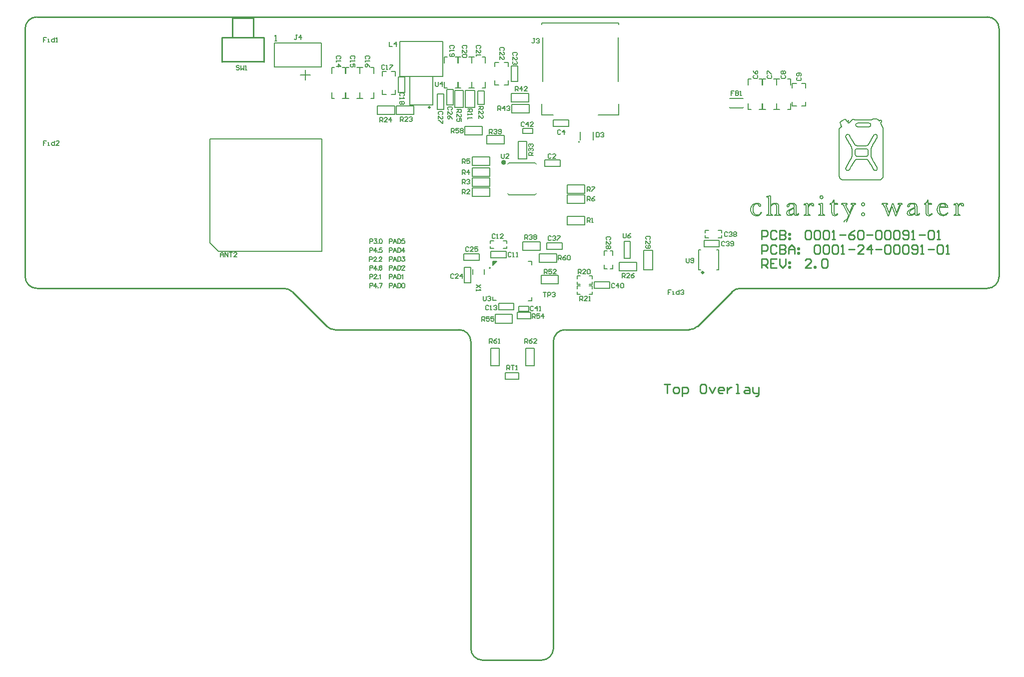
<source format=gto>
G04 Layer_Color=65535*
%FSLAX43Y43*%
%MOMM*%
G71*
G01*
G75*
%ADD44C,0.152*%
%ADD45C,0.254*%
%ADD61C,0.203*%
%ADD88C,0.127*%
%ADD89C,0.400*%
%ADD90C,0.178*%
%ADD91C,0.300*%
%ADD92C,0.200*%
%ADD93C,0.200*%
%ADD94C,0.229*%
G36*
X-3300Y61896D02*
Y62546D01*
X-2575D01*
X-3300Y61896D01*
D02*
G37*
D44*
X-40240Y95500D02*
X-32340D01*
Y99600D01*
X-40240D02*
X-32340D01*
X-40240Y95500D02*
Y99600D01*
X-24148Y62915D02*
X-23821D01*
X-23712Y62951D01*
X-23676Y62988D01*
X-23640Y63060D01*
Y63169D01*
X-23676Y63242D01*
X-23712Y63278D01*
X-23821Y63314D01*
X-24148D01*
Y62552D01*
X-23433Y63133D02*
Y63169D01*
X-23397Y63242D01*
X-23360Y63278D01*
X-23288Y63314D01*
X-23143D01*
X-23070Y63278D01*
X-23034Y63242D01*
X-22998Y63169D01*
Y63097D01*
X-23034Y63024D01*
X-23106Y62915D01*
X-23469Y62552D01*
X-22961D01*
X-22755Y62625D02*
X-22791Y62589D01*
X-22755Y62552D01*
X-22718Y62589D01*
X-22755Y62625D01*
X-22515Y63133D02*
Y63169D01*
X-22479Y63242D01*
X-22443Y63278D01*
X-22370Y63314D01*
X-22225D01*
X-22152Y63278D01*
X-22116Y63242D01*
X-22080Y63169D01*
Y63097D01*
X-22116Y63024D01*
X-22189Y62915D01*
X-22551Y62552D01*
X-22043D01*
X-10309Y84382D02*
Y85143D01*
X-9928D01*
X-9801Y85016D01*
Y84763D01*
X-9928Y84636D01*
X-10309D01*
X-10055D02*
X-9801Y84382D01*
X-9040Y85143D02*
X-9547D01*
Y84763D01*
X-9294Y84890D01*
X-9167D01*
X-9040Y84763D01*
Y84509D01*
X-9167Y84382D01*
X-9421D01*
X-9547Y84509D01*
X-8786Y85016D02*
X-8659Y85143D01*
X-8405D01*
X-8278Y85016D01*
Y84890D01*
X-8405Y84763D01*
X-8278Y84636D01*
Y84509D01*
X-8405Y84382D01*
X-8659D01*
X-8786Y84509D01*
Y84636D01*
X-8659Y84763D01*
X-8786Y84890D01*
Y85016D01*
X-8659Y84763D02*
X-8405D01*
X5234Y57337D02*
X5741D01*
X5487D01*
Y56575D01*
X5995D02*
Y57337D01*
X6376D01*
X6503Y57210D01*
Y56956D01*
X6376Y56829D01*
X5995D01*
X6757Y57210D02*
X6884Y57337D01*
X7138D01*
X7265Y57210D01*
Y57083D01*
X7138Y56956D01*
X7011D01*
X7138D01*
X7265Y56829D01*
Y56702D01*
X7138Y56575D01*
X6884D01*
X6757Y56702D01*
X26946Y57724D02*
X26438D01*
Y57343D01*
X26692D01*
X26438D01*
Y56962D01*
X27200D02*
X27454D01*
X27327D01*
Y57470D01*
X27200D01*
X28343Y57724D02*
Y56962D01*
X27962D01*
X27835Y57089D01*
Y57343D01*
X27962Y57470D01*
X28343D01*
X28597Y57597D02*
X28724Y57724D01*
X28978D01*
X29105Y57597D01*
Y57470D01*
X28978Y57343D01*
X28851D01*
X28978D01*
X29105Y57216D01*
Y57089D01*
X28978Y56962D01*
X28724D01*
X28597Y57089D01*
X-78902Y82994D02*
X-79410D01*
Y82613D01*
X-79156D01*
X-79410D01*
Y82232D01*
X-78649D02*
X-78395D01*
X-78522D01*
Y82740D01*
X-78649D01*
X-77506Y82994D02*
Y82232D01*
X-77887D01*
X-78014Y82359D01*
Y82613D01*
X-77887Y82740D01*
X-77506D01*
X-76744Y82232D02*
X-77252D01*
X-76744Y82740D01*
Y82867D01*
X-76871Y82994D01*
X-77125D01*
X-77252Y82867D01*
X-78902Y100495D02*
X-79410D01*
Y100114D01*
X-79156D01*
X-79410D01*
Y99733D01*
X-78649D02*
X-78395D01*
X-78522D01*
Y100241D01*
X-78649D01*
X-77506Y100495D02*
Y99733D01*
X-77887D01*
X-78014Y99860D01*
Y100114D01*
X-77887Y100241D01*
X-77506D01*
X-77252Y99733D02*
X-76998D01*
X-77125D01*
Y100495D01*
X-77252Y100368D01*
X11487Y55902D02*
Y56664D01*
X11868D01*
X11995Y56537D01*
Y56283D01*
X11868Y56156D01*
X11487D01*
X11741D02*
X11995Y55902D01*
X12756D02*
X12249D01*
X12756Y56410D01*
Y56537D01*
X12630Y56664D01*
X12376D01*
X12249Y56537D01*
X13010Y55902D02*
X13264D01*
X13137D01*
Y56664D01*
X13010Y56537D01*
X-4887Y56665D02*
Y56030D01*
X-4760Y55903D01*
X-4506D01*
X-4379Y56030D01*
Y56665D01*
X-4125Y56538D02*
X-3998Y56665D01*
X-3744D01*
X-3617Y56538D01*
Y56411D01*
X-3744Y56284D01*
X-3871D01*
X-3744D01*
X-3617Y56157D01*
Y56030D01*
X-3744Y55903D01*
X-3998D01*
X-4125Y56030D01*
X12701Y72806D02*
Y73568D01*
X13081D01*
X13208Y73441D01*
Y73187D01*
X13081Y73060D01*
X12701D01*
X12954D02*
X13208Y72806D01*
X13970Y73568D02*
X13716Y73441D01*
X13462Y73187D01*
Y72933D01*
X13589Y72806D01*
X13843D01*
X13970Y72933D01*
Y73060D01*
X13843Y73187D01*
X13462D01*
X3554Y80491D02*
X2792D01*
Y80872D01*
X2919Y80999D01*
X3173D01*
X3300Y80872D01*
Y80491D01*
Y80745D02*
X3554Y80999D01*
X2919Y81253D02*
X2792Y81380D01*
Y81633D01*
X2919Y81760D01*
X3046D01*
X3173Y81633D01*
Y81506D01*
Y81633D01*
X3300Y81760D01*
X3427D01*
X3554Y81633D01*
Y81380D01*
X3427Y81253D01*
X2919Y82014D02*
X2792Y82141D01*
Y82395D01*
X2919Y82522D01*
X3046D01*
X3173Y82395D01*
Y82268D01*
Y82395D01*
X3300Y82522D01*
X3427D01*
X3554Y82395D01*
Y82141D01*
X3427Y82014D01*
X-20800Y58463D02*
X-20473D01*
X-20365Y58499D01*
X-20328Y58535D01*
X-20292Y58608D01*
Y58717D01*
X-20328Y58789D01*
X-20365Y58826D01*
X-20473Y58862D01*
X-20800D01*
Y58100D01*
X-19541D02*
X-19831Y58862D01*
X-20122Y58100D01*
X-20013Y58354D02*
X-19650D01*
X-19363Y58862D02*
Y58100D01*
Y58862D02*
X-19109D01*
X-19001Y58826D01*
X-18928Y58753D01*
X-18892Y58680D01*
X-18855Y58572D01*
Y58390D01*
X-18892Y58281D01*
X-18928Y58209D01*
X-19001Y58136D01*
X-19109Y58100D01*
X-19363D01*
X-18467Y58862D02*
X-18576Y58826D01*
X-18649Y58717D01*
X-18685Y58535D01*
Y58426D01*
X-18649Y58245D01*
X-18576Y58136D01*
X-18467Y58100D01*
X-18395D01*
X-18286Y58136D01*
X-18213Y58245D01*
X-18177Y58426D01*
Y58535D01*
X-18213Y58717D01*
X-18286Y58826D01*
X-18395Y58862D01*
X-18467D01*
X-20800Y65963D02*
X-20473D01*
X-20365Y65999D01*
X-20328Y66035D01*
X-20292Y66108D01*
Y66217D01*
X-20328Y66289D01*
X-20365Y66326D01*
X-20473Y66362D01*
X-20800D01*
Y65600D01*
X-19541D02*
X-19831Y66362D01*
X-20122Y65600D01*
X-20013Y65854D02*
X-19650D01*
X-19363Y66362D02*
Y65600D01*
Y66362D02*
X-19109D01*
X-19001Y66326D01*
X-18928Y66253D01*
X-18892Y66180D01*
X-18855Y66072D01*
Y65890D01*
X-18892Y65781D01*
X-18928Y65709D01*
X-19001Y65636D01*
X-19109Y65600D01*
X-19363D01*
X-18250Y66362D02*
X-18612D01*
X-18649Y66035D01*
X-18612Y66072D01*
X-18504Y66108D01*
X-18395D01*
X-18286Y66072D01*
X-18213Y65999D01*
X-18177Y65890D01*
Y65818D01*
X-18213Y65709D01*
X-18286Y65636D01*
X-18395Y65600D01*
X-18504D01*
X-18612Y65636D01*
X-18649Y65673D01*
X-18685Y65745D01*
X-20800Y64463D02*
X-20473D01*
X-20365Y64499D01*
X-20328Y64535D01*
X-20292Y64608D01*
Y64717D01*
X-20328Y64789D01*
X-20365Y64826D01*
X-20473Y64862D01*
X-20800D01*
Y64100D01*
X-19541D02*
X-19831Y64862D01*
X-20122Y64100D01*
X-20013Y64354D02*
X-19650D01*
X-19363Y64862D02*
Y64100D01*
Y64862D02*
X-19109D01*
X-19001Y64826D01*
X-18928Y64753D01*
X-18892Y64680D01*
X-18855Y64572D01*
Y64390D01*
X-18892Y64281D01*
X-18928Y64209D01*
X-19001Y64136D01*
X-19109Y64100D01*
X-19363D01*
X-18322Y64862D02*
X-18685Y64354D01*
X-18141D01*
X-18322Y64862D02*
Y64100D01*
X-20800Y62963D02*
X-20473D01*
X-20365Y62999D01*
X-20328Y63035D01*
X-20292Y63108D01*
Y63217D01*
X-20328Y63289D01*
X-20365Y63326D01*
X-20473Y63362D01*
X-20800D01*
Y62600D01*
X-19541D02*
X-19831Y63362D01*
X-20122Y62600D01*
X-20013Y62854D02*
X-19650D01*
X-19363Y63362D02*
Y62600D01*
Y63362D02*
X-19109D01*
X-19001Y63326D01*
X-18928Y63253D01*
X-18892Y63180D01*
X-18855Y63072D01*
Y62890D01*
X-18892Y62781D01*
X-18928Y62709D01*
X-19001Y62636D01*
X-19109Y62600D01*
X-19363D01*
X-18612Y63362D02*
X-18213D01*
X-18431Y63072D01*
X-18322D01*
X-18250Y63035D01*
X-18213Y62999D01*
X-18177Y62890D01*
Y62818D01*
X-18213Y62709D01*
X-18286Y62636D01*
X-18395Y62600D01*
X-18504D01*
X-18612Y62636D01*
X-18649Y62673D01*
X-18685Y62745D01*
X-20800Y61463D02*
X-20473D01*
X-20365Y61499D01*
X-20328Y61535D01*
X-20292Y61608D01*
Y61717D01*
X-20328Y61789D01*
X-20365Y61826D01*
X-20473Y61862D01*
X-20800D01*
Y61100D01*
X-19541D02*
X-19831Y61862D01*
X-20122Y61100D01*
X-20013Y61354D02*
X-19650D01*
X-19363Y61862D02*
Y61100D01*
Y61862D02*
X-19109D01*
X-19001Y61826D01*
X-18928Y61753D01*
X-18892Y61680D01*
X-18855Y61572D01*
Y61390D01*
X-18892Y61281D01*
X-18928Y61209D01*
X-19001Y61136D01*
X-19109Y61100D01*
X-19363D01*
X-18649Y61680D02*
Y61717D01*
X-18612Y61789D01*
X-18576Y61826D01*
X-18504Y61862D01*
X-18358D01*
X-18286Y61826D01*
X-18250Y61789D01*
X-18213Y61717D01*
Y61644D01*
X-18250Y61572D01*
X-18322Y61463D01*
X-18685Y61100D01*
X-18177D01*
X-20800Y59963D02*
X-20473D01*
X-20365Y59999D01*
X-20328Y60035D01*
X-20292Y60108D01*
Y60217D01*
X-20328Y60289D01*
X-20365Y60326D01*
X-20473Y60362D01*
X-20800D01*
Y59600D01*
X-19541D02*
X-19831Y60362D01*
X-20122Y59600D01*
X-20013Y59854D02*
X-19650D01*
X-19363Y60362D02*
Y59600D01*
Y60362D02*
X-19109D01*
X-19001Y60326D01*
X-18928Y60253D01*
X-18892Y60180D01*
X-18855Y60072D01*
Y59890D01*
X-18892Y59781D01*
X-18928Y59709D01*
X-19001Y59636D01*
X-19109Y59600D01*
X-19363D01*
X-18685Y60217D02*
X-18612Y60253D01*
X-18504Y60362D01*
Y59600D01*
X6628Y80684D02*
X6501Y80811D01*
X6247D01*
X6120Y80684D01*
Y80176D01*
X6247Y80049D01*
X6501D01*
X6628Y80176D01*
X7390Y80049D02*
X6882D01*
X7390Y80557D01*
Y80684D01*
X7263Y80811D01*
X7009D01*
X6882Y80684D01*
X8208Y84735D02*
X8081Y84862D01*
X7827D01*
X7700Y84735D01*
Y84227D01*
X7827Y84100D01*
X8081D01*
X8208Y84227D01*
X8843Y84100D02*
Y84862D01*
X8462Y84481D01*
X8970D01*
X40965Y94108D02*
X40838Y93981D01*
Y93727D01*
X40965Y93600D01*
X41473D01*
X41600Y93727D01*
Y93981D01*
X41473Y94108D01*
X40838Y94870D02*
X40965Y94616D01*
X41219Y94362D01*
X41473D01*
X41600Y94489D01*
Y94743D01*
X41473Y94870D01*
X41346D01*
X41219Y94743D01*
Y94362D01*
X43365Y94108D02*
X43238Y93981D01*
Y93727D01*
X43365Y93600D01*
X43873D01*
X44000Y93727D01*
Y93981D01*
X43873Y94108D01*
X43238Y94362D02*
Y94870D01*
X43365D01*
X43873Y94362D01*
X44000D01*
X45665Y94108D02*
X45538Y93981D01*
Y93727D01*
X45665Y93600D01*
X46173D01*
X46300Y93727D01*
Y93981D01*
X46173Y94108D01*
X45665Y94362D02*
X45538Y94489D01*
Y94743D01*
X45665Y94870D01*
X45792D01*
X45919Y94743D01*
X46046Y94870D01*
X46173D01*
X46300Y94743D01*
Y94489D01*
X46173Y94362D01*
X46046D01*
X45919Y94489D01*
X45792Y94362D01*
X45665D01*
X45919Y94489D02*
Y94743D01*
X48365Y93708D02*
X48238Y93581D01*
Y93327D01*
X48365Y93200D01*
X48873D01*
X49000Y93327D01*
Y93581D01*
X48873Y93708D01*
Y93962D02*
X49000Y94089D01*
Y94343D01*
X48873Y94470D01*
X48365D01*
X48238Y94343D01*
Y94089D01*
X48365Y93962D01*
X48492D01*
X48619Y94089D01*
Y94470D01*
X-2860Y67081D02*
X-2987Y67208D01*
X-3241D01*
X-3368Y67081D01*
Y66573D01*
X-3241Y66446D01*
X-2987D01*
X-2860Y66573D01*
X-2606Y66446D02*
X-2352D01*
X-2479D01*
Y67208D01*
X-2606Y67081D01*
X-1464Y66446D02*
X-1972D01*
X-1464Y66954D01*
Y67081D01*
X-1591Y67208D01*
X-1845D01*
X-1972Y67081D01*
X-3985Y54978D02*
X-4112Y55105D01*
X-4366D01*
X-4493Y54978D01*
Y54470D01*
X-4366Y54343D01*
X-4112D01*
X-3985Y54470D01*
X-3731Y54343D02*
X-3477D01*
X-3604D01*
Y55105D01*
X-3731Y54978D01*
X-3096D02*
X-2969Y55105D01*
X-2715D01*
X-2588Y54978D01*
Y54851D01*
X-2715Y54724D01*
X-2842D01*
X-2715D01*
X-2588Y54597D01*
Y54470D01*
X-2715Y54343D01*
X-2969D01*
X-3096Y54470D01*
X-29165Y96892D02*
X-29038Y97019D01*
Y97273D01*
X-29165Y97400D01*
X-29673D01*
X-29800Y97273D01*
Y97019D01*
X-29673Y96892D01*
X-29800Y96638D02*
Y96384D01*
Y96511D01*
X-29038D01*
X-29165Y96638D01*
X-29800Y95623D02*
X-29038D01*
X-29419Y96003D01*
Y95496D01*
X-26765Y96892D02*
X-26638Y97019D01*
Y97273D01*
X-26765Y97400D01*
X-27273D01*
X-27400Y97273D01*
Y97019D01*
X-27273Y96892D01*
X-27400Y96638D02*
Y96384D01*
Y96511D01*
X-26638D01*
X-26765Y96638D01*
X-26638Y95496D02*
Y96003D01*
X-27019D01*
X-26892Y95750D01*
Y95623D01*
X-27019Y95496D01*
X-27273D01*
X-27400Y95623D01*
Y95876D01*
X-27273Y96003D01*
X-24265Y96892D02*
X-24138Y97019D01*
Y97273D01*
X-24265Y97400D01*
X-24773D01*
X-24900Y97273D01*
Y97019D01*
X-24773Y96892D01*
X-24900Y96638D02*
Y96384D01*
Y96511D01*
X-24138D01*
X-24265Y96638D01*
X-24138Y95496D02*
X-24265Y95750D01*
X-24519Y96003D01*
X-24773D01*
X-24900Y95876D01*
Y95623D01*
X-24773Y95496D01*
X-24646D01*
X-24519Y95623D01*
Y96003D01*
X-21569Y95743D02*
X-21696Y95870D01*
X-21950D01*
X-22077Y95743D01*
Y95235D01*
X-21950Y95108D01*
X-21696D01*
X-21569Y95235D01*
X-21315Y95108D02*
X-21061D01*
X-21188D01*
Y95870D01*
X-21315Y95743D01*
X-20680Y95870D02*
X-20172D01*
Y95743D01*
X-20680Y95235D01*
Y95108D01*
X-18418Y90569D02*
X-18291Y90696D01*
Y90950D01*
X-18418Y91077D01*
X-18926D01*
X-19053Y90950D01*
Y90696D01*
X-18926Y90569D01*
X-19053Y90315D02*
Y90061D01*
Y90188D01*
X-18291D01*
X-18418Y90315D01*
Y89681D02*
X-18291Y89554D01*
Y89300D01*
X-18418Y89173D01*
X-18545D01*
X-18672Y89300D01*
X-18799Y89173D01*
X-18926D01*
X-19053Y89300D01*
Y89554D01*
X-18926Y89681D01*
X-18799D01*
X-18672Y89554D01*
X-18545Y89681D01*
X-18418D01*
X-18672Y89554D02*
Y89300D01*
X-9965Y98692D02*
X-9838Y98819D01*
Y99073D01*
X-9965Y99200D01*
X-10473D01*
X-10600Y99073D01*
Y98819D01*
X-10473Y98692D01*
X-10600Y98438D02*
Y98184D01*
Y98311D01*
X-9838D01*
X-9965Y98438D01*
X-10473Y97803D02*
X-10600Y97676D01*
Y97423D01*
X-10473Y97296D01*
X-9965D01*
X-9838Y97423D01*
Y97676D01*
X-9965Y97803D01*
X-10092D01*
X-10219Y97676D01*
Y97296D01*
X-7765Y98692D02*
X-7638Y98819D01*
Y99073D01*
X-7765Y99200D01*
X-8273D01*
X-8400Y99073D01*
Y98819D01*
X-8273Y98692D01*
X-8400Y97930D02*
Y98438D01*
X-7892Y97930D01*
X-7765D01*
X-7638Y98057D01*
Y98311D01*
X-7765Y98438D01*
Y97676D02*
X-7638Y97550D01*
Y97296D01*
X-7765Y97169D01*
X-8273D01*
X-8400Y97296D01*
Y97550D01*
X-8273Y97676D01*
X-7765D01*
X-5465Y98692D02*
X-5338Y98819D01*
Y99073D01*
X-5465Y99200D01*
X-5973D01*
X-6100Y99073D01*
Y98819D01*
X-5973Y98692D01*
X-6100Y97930D02*
Y98438D01*
X-5592Y97930D01*
X-5465D01*
X-5338Y98057D01*
Y98311D01*
X-5465Y98438D01*
X-6100Y97676D02*
Y97423D01*
Y97550D01*
X-5338D01*
X-5465Y97676D01*
X-1465Y98292D02*
X-1338Y98419D01*
Y98673D01*
X-1465Y98800D01*
X-1973D01*
X-2100Y98673D01*
Y98419D01*
X-1973Y98292D01*
X-2100Y97530D02*
Y98038D01*
X-1592Y97530D01*
X-1465D01*
X-1338Y97657D01*
Y97911D01*
X-1465Y98038D01*
X-2100Y96769D02*
Y97276D01*
X-1592Y96769D01*
X-1465D01*
X-1338Y96896D01*
Y97150D01*
X-1465Y97276D01*
X735Y97492D02*
X862Y97619D01*
Y97873D01*
X735Y98000D01*
X227D01*
X100Y97873D01*
Y97619D01*
X227Y97492D01*
X100Y96730D02*
Y97238D01*
X608Y96730D01*
X735D01*
X862Y96857D01*
Y97111D01*
X735Y97238D01*
Y96476D02*
X862Y96350D01*
Y96096D01*
X735Y95969D01*
X608D01*
X481Y96096D01*
Y96223D01*
Y96096D01*
X354Y95969D01*
X227D01*
X100Y96096D01*
Y96350D01*
X227Y96476D01*
X-9840Y60304D02*
X-9967Y60431D01*
X-10221D01*
X-10348Y60304D01*
Y59797D01*
X-10221Y59670D01*
X-9967D01*
X-9840Y59797D01*
X-9078Y59670D02*
X-9586D01*
X-9078Y60177D01*
Y60304D01*
X-9205Y60431D01*
X-9459D01*
X-9586Y60304D01*
X-8444Y59670D02*
Y60431D01*
X-8824Y60050D01*
X-8317D01*
X-7379Y64880D02*
X-7506Y65007D01*
X-7760D01*
X-7887Y64880D01*
Y64372D01*
X-7760Y64245D01*
X-7506D01*
X-7379Y64372D01*
X-6617Y64245D02*
X-7125D01*
X-6617Y64753D01*
Y64880D01*
X-6744Y65007D01*
X-6998D01*
X-7125Y64880D01*
X-5855Y65007D02*
X-6363D01*
Y64626D01*
X-6109Y64753D01*
X-5982D01*
X-5855Y64626D01*
Y64372D01*
X-5982Y64245D01*
X-6236D01*
X-6363Y64372D01*
X-10264Y88272D02*
X-10137Y88399D01*
Y88653D01*
X-10264Y88780D01*
X-10772D01*
X-10899Y88653D01*
Y88399D01*
X-10772Y88272D01*
X-10899Y87510D02*
Y88018D01*
X-10391Y87510D01*
X-10264D01*
X-10137Y87637D01*
Y87891D01*
X-10264Y88018D01*
X-10137Y86749D02*
X-10264Y87003D01*
X-10518Y87257D01*
X-10772D01*
X-10899Y87130D01*
Y86876D01*
X-10772Y86749D01*
X-10645D01*
X-10518Y86876D01*
Y87257D01*
X-11850Y87469D02*
X-11723Y87596D01*
Y87850D01*
X-11850Y87977D01*
X-12358D01*
X-12485Y87850D01*
Y87596D01*
X-12358Y87469D01*
X-12485Y86707D02*
Y87215D01*
X-11977Y86707D01*
X-11850D01*
X-11723Y86834D01*
Y87088D01*
X-11850Y87215D01*
X-11723Y86453D02*
Y85946D01*
X-11850D01*
X-12358Y86453D01*
X-12485D01*
X16568Y66264D02*
X16695Y66391D01*
Y66645D01*
X16568Y66772D01*
X16060D01*
X15933Y66645D01*
Y66391D01*
X16060Y66264D01*
X15933Y65502D02*
Y66010D01*
X16441Y65502D01*
X16568D01*
X16695Y65629D01*
Y65883D01*
X16568Y66010D01*
Y65248D02*
X16695Y65121D01*
Y64867D01*
X16568Y64740D01*
X16441D01*
X16314Y64867D01*
X16187Y64740D01*
X16060D01*
X15933Y64867D01*
Y65121D01*
X16060Y65248D01*
X16187D01*
X16314Y65121D01*
X16441Y65248D01*
X16568D01*
X16314Y65121D02*
Y64867D01*
X23276Y66327D02*
X23403Y66454D01*
Y66708D01*
X23276Y66835D01*
X22768D01*
X22641Y66708D01*
Y66454D01*
X22768Y66327D01*
X22641Y65565D02*
Y66073D01*
X23149Y65565D01*
X23276D01*
X23403Y65692D01*
Y65946D01*
X23276Y66073D01*
X22768Y65312D02*
X22641Y65185D01*
Y64931D01*
X22768Y64804D01*
X23276D01*
X23403Y64931D01*
Y65185D01*
X23276Y65312D01*
X23149D01*
X23022Y65185D01*
Y64804D01*
X14261Y84386D02*
Y83624D01*
X14642D01*
X14769Y83751D01*
Y84259D01*
X14642Y84386D01*
X14261D01*
X15023Y84259D02*
X15150Y84386D01*
X15404D01*
X15531Y84259D01*
Y84132D01*
X15404Y84005D01*
X15277D01*
X15404D01*
X15531Y83878D01*
Y83751D01*
X15404Y83624D01*
X15150D01*
X15023Y83751D01*
X37608Y91462D02*
X37100D01*
Y91081D01*
X37354D01*
X37100D01*
Y90700D01*
X37862Y91462D02*
Y90700D01*
X38243D01*
X38370Y90827D01*
Y90954D01*
X38243Y91081D01*
X37862D01*
X38243D01*
X38370Y91208D01*
Y91335D01*
X38243Y91462D01*
X37862D01*
X38624Y90700D02*
X38877D01*
X38750D01*
Y91462D01*
X38624Y91335D01*
X3843Y100304D02*
X3589D01*
X3716D01*
Y99670D01*
X3589Y99543D01*
X3462D01*
X3335Y99670D01*
X4097Y100177D02*
X4224Y100304D01*
X4477D01*
X4604Y100177D01*
Y100050D01*
X4477Y99924D01*
X4350D01*
X4477D01*
X4604Y99797D01*
Y99670D01*
X4477Y99543D01*
X4224D01*
X4097Y99670D01*
X-36417Y100929D02*
X-36671D01*
X-36544D01*
Y100294D01*
X-36671Y100167D01*
X-36798D01*
X-36925Y100294D01*
X-35782Y100167D02*
Y100929D01*
X-36163Y100548D01*
X-35655D01*
X-20800Y99762D02*
Y99000D01*
X-20292D01*
X-19657D02*
Y99762D01*
X-20038Y99381D01*
X-19530D01*
X-8463Y73995D02*
Y74757D01*
X-8082D01*
X-7955Y74630D01*
Y74376D01*
X-8082Y74249D01*
X-8463D01*
X-8209D02*
X-7955Y73995D01*
X-7193D02*
X-7701D01*
X-7193Y74503D01*
Y74630D01*
X-7320Y74757D01*
X-7574D01*
X-7701Y74630D01*
X-8463Y75696D02*
Y76457D01*
X-8082D01*
X-7955Y76330D01*
Y76076D01*
X-8082Y75949D01*
X-8463D01*
X-8209D02*
X-7955Y75696D01*
X-7701Y76330D02*
X-7574Y76457D01*
X-7320D01*
X-7193Y76330D01*
Y76203D01*
X-7320Y76076D01*
X-7447D01*
X-7320D01*
X-7193Y75949D01*
Y75822D01*
X-7320Y75696D01*
X-7574D01*
X-7701Y75822D01*
X-8463Y77296D02*
Y78057D01*
X-8082D01*
X-7955Y77930D01*
Y77676D01*
X-8082Y77549D01*
X-8463D01*
X-8209D02*
X-7955Y77296D01*
X-7320D02*
Y78057D01*
X-7701Y77676D01*
X-7193D01*
X-8472Y79166D02*
Y79928D01*
X-8092D01*
X-7965Y79801D01*
Y79547D01*
X-8092Y79420D01*
X-8472D01*
X-8218D02*
X-7965Y79166D01*
X-7203Y79928D02*
X-7711D01*
Y79547D01*
X-7457Y79674D01*
X-7330D01*
X-7203Y79547D01*
Y79293D01*
X-7330Y79166D01*
X-7584D01*
X-7711Y79293D01*
X12701Y74406D02*
Y75168D01*
X13081D01*
X13208Y75041D01*
Y74787D01*
X13081Y74660D01*
X12701D01*
X12954D02*
X13208Y74406D01*
X13462Y75168D02*
X13970D01*
Y75041D01*
X13462Y74533D01*
Y74406D01*
X12703Y69209D02*
Y69971D01*
X13084D01*
X13211Y69844D01*
Y69590D01*
X13084Y69463D01*
X12703D01*
X12957D02*
X13211Y69209D01*
X13465D02*
X13719D01*
X13592D01*
Y69971D01*
X13465Y69844D01*
X-5678Y88860D02*
X-4917D01*
Y88479D01*
X-5043Y88353D01*
X-5297D01*
X-5424Y88479D01*
Y88860D01*
Y88606D02*
X-5678Y88353D01*
Y87591D02*
Y88099D01*
X-5170Y87591D01*
X-5043D01*
X-4917Y87718D01*
Y87972D01*
X-5043Y88099D01*
X-5678Y86829D02*
Y87337D01*
X-5170Y86829D01*
X-5043D01*
X-4917Y86956D01*
Y87210D01*
X-5043Y87337D01*
X-18957Y86305D02*
Y87067D01*
X-18576D01*
X-18449Y86940D01*
Y86686D01*
X-18576Y86559D01*
X-18957D01*
X-18703D02*
X-18449Y86305D01*
X-17688D02*
X-18195D01*
X-17688Y86813D01*
Y86940D01*
X-17815Y87067D01*
X-18069D01*
X-18195Y86940D01*
X-17434D02*
X-17307Y87067D01*
X-17053D01*
X-16926Y86940D01*
Y86813D01*
X-17053Y86686D01*
X-17180D01*
X-17053D01*
X-16926Y86559D01*
Y86432D01*
X-17053Y86305D01*
X-17307D01*
X-17434Y86432D01*
X-22434Y86204D02*
Y86966D01*
X-22053D01*
X-21926Y86839D01*
Y86585D01*
X-22053Y86458D01*
X-22434D01*
X-22180D02*
X-21926Y86204D01*
X-21165D02*
X-21673D01*
X-21165Y86712D01*
Y86839D01*
X-21292Y86966D01*
X-21546D01*
X-21673Y86839D01*
X-20530Y86204D02*
Y86966D01*
X-20911Y86585D01*
X-20403D01*
X-9353Y88298D02*
X-8591D01*
Y87917D01*
X-8718Y87790D01*
X-8972D01*
X-9099Y87917D01*
Y88298D01*
Y88044D02*
X-9353Y87790D01*
Y87029D02*
Y87536D01*
X-8845Y87029D01*
X-8718D01*
X-8591Y87155D01*
Y87409D01*
X-8718Y87536D01*
X-8591Y86267D02*
Y86775D01*
X-8972D01*
X-8845Y86521D01*
Y86394D01*
X-8972Y86267D01*
X-9226D01*
X-9353Y86394D01*
Y86648D01*
X-9226Y86775D01*
X18630Y59808D02*
Y60570D01*
X19011D01*
X19138Y60443D01*
Y60189D01*
X19011Y60062D01*
X18630D01*
X18884D02*
X19138Y59808D01*
X19900D02*
X19392D01*
X19900Y60316D01*
Y60443D01*
X19773Y60570D01*
X19519D01*
X19392Y60443D01*
X20661Y60570D02*
X20407Y60443D01*
X20154Y60189D01*
Y59935D01*
X20280Y59808D01*
X20534D01*
X20661Y59935D01*
Y60062D01*
X20534Y60189D01*
X20154D01*
X-46217Y95681D02*
X-46344Y95808D01*
X-46597D01*
X-46724Y95681D01*
Y95554D01*
X-46597Y95427D01*
X-46344D01*
X-46217Y95300D01*
Y95173D01*
X-46344Y95046D01*
X-46597D01*
X-46724Y95173D01*
X-45963Y95808D02*
Y95046D01*
X-45709Y95300D01*
X-45455Y95046D01*
Y95808D01*
X-45201Y95046D02*
X-44947D01*
X-45074D01*
Y95808D01*
X-45201Y95681D01*
X-1822Y80800D02*
Y80165D01*
X-1695Y80038D01*
X-1441D01*
X-1314Y80165D01*
Y80800D01*
X-552Y80038D02*
X-1060D01*
X-552Y80546D01*
Y80673D01*
X-679Y80800D01*
X-933D01*
X-1060Y80673D01*
X-13000Y93016D02*
Y92381D01*
X-12873Y92254D01*
X-12619D01*
X-12492Y92381D01*
Y93016D01*
X-11857Y92254D02*
Y93016D01*
X-12238Y92635D01*
X-11730D01*
X18812Y67312D02*
Y66677D01*
X18939Y66550D01*
X19193D01*
X19320Y66677D01*
Y67312D01*
X20082D02*
X19828Y67185D01*
X19574Y66931D01*
Y66677D01*
X19701Y66550D01*
X19955D01*
X20082Y66677D01*
Y66804D01*
X19955Y66931D01*
X19574D01*
X-5338Y58600D02*
X-6100Y58092D01*
X-5338D02*
X-6100Y58600D01*
Y57838D02*
Y57584D01*
Y57711D01*
X-5338D01*
X-5465Y57838D01*
X-7546Y88399D02*
X-6784D01*
Y88018D01*
X-6911Y87891D01*
X-7165D01*
X-7292Y88018D01*
Y88399D01*
Y88145D02*
X-7546Y87891D01*
Y87637D02*
Y87383D01*
Y87510D01*
X-6784D01*
X-6911Y87637D01*
X-7546Y87002D02*
Y86748D01*
Y86875D01*
X-6784D01*
X-6911Y87002D01*
X11186Y60459D02*
Y61221D01*
X11567D01*
X11694Y61094D01*
Y60840D01*
X11567Y60713D01*
X11186D01*
X11440D02*
X11694Y60459D01*
X12456D02*
X11948D01*
X12456Y60967D01*
Y61094D01*
X12329Y61221D01*
X12075D01*
X11948Y61094D01*
X12710D02*
X12837Y61221D01*
X13091D01*
X13218Y61094D01*
Y60586D01*
X13091Y60459D01*
X12837D01*
X12710Y60586D01*
Y61094D01*
X36508Y67435D02*
X36381Y67562D01*
X36127D01*
X36000Y67435D01*
Y66927D01*
X36127Y66800D01*
X36381D01*
X36508Y66927D01*
X36762Y67435D02*
X36889Y67562D01*
X37143D01*
X37270Y67435D01*
Y67308D01*
X37143Y67181D01*
X37016D01*
X37143D01*
X37270Y67054D01*
Y66927D01*
X37143Y66800D01*
X36889D01*
X36762Y66927D01*
X37524Y67435D02*
X37650Y67562D01*
X37904D01*
X38031Y67435D01*
Y67308D01*
X37904Y67181D01*
X38031Y67054D01*
Y66927D01*
X37904Y66800D01*
X37650D01*
X37524Y66927D01*
Y67054D01*
X37650Y67181D01*
X37524Y67308D01*
Y67435D01*
X37650Y67181D02*
X37904D01*
X36008Y65835D02*
X35881Y65962D01*
X35627D01*
X35500Y65835D01*
Y65327D01*
X35627Y65200D01*
X35881D01*
X36008Y65327D01*
X36262Y65835D02*
X36389Y65962D01*
X36643D01*
X36770Y65835D01*
Y65708D01*
X36643Y65581D01*
X36516D01*
X36643D01*
X36770Y65454D01*
Y65327D01*
X36643Y65200D01*
X36389D01*
X36262Y65327D01*
X37024D02*
X37150Y65200D01*
X37404D01*
X37531Y65327D01*
Y65835D01*
X37404Y65962D01*
X37150D01*
X37024Y65835D01*
Y65708D01*
X37150Y65581D01*
X37531D01*
X522Y91419D02*
Y92180D01*
X902D01*
X1029Y92053D01*
Y91799D01*
X902Y91672D01*
X522D01*
X775D02*
X1029Y91419D01*
X1664D02*
Y92180D01*
X1283Y91799D01*
X1791D01*
X2553Y91419D02*
X2045D01*
X2553Y91926D01*
Y92053D01*
X2426Y92180D01*
X2172D01*
X2045Y92053D01*
X-2422Y88144D02*
Y88906D01*
X-2041D01*
X-1914Y88779D01*
Y88525D01*
X-2041Y88398D01*
X-2422D01*
X-2168D02*
X-1914Y88144D01*
X-1280D02*
Y88906D01*
X-1661Y88525D01*
X-1153D01*
X-899Y88779D02*
X-772Y88906D01*
X-518D01*
X-391Y88779D01*
Y88652D01*
X-518Y88525D01*
X-645D01*
X-518D01*
X-391Y88398D01*
Y88271D01*
X-518Y88144D01*
X-772D01*
X-899Y88271D01*
X29500Y63112D02*
Y62477D01*
X29627Y62350D01*
X29881D01*
X30008Y62477D01*
Y63112D01*
X30262Y62477D02*
X30389Y62350D01*
X30643D01*
X30770Y62477D01*
Y62985D01*
X30643Y63112D01*
X30389D01*
X30262Y62985D01*
Y62858D01*
X30389Y62731D01*
X30770D01*
X-179Y63992D02*
X-306Y64119D01*
X-560D01*
X-687Y63992D01*
Y63484D01*
X-560Y63358D01*
X-306D01*
X-179Y63484D01*
X75Y63358D02*
X329D01*
X202D01*
Y64119D01*
X75Y63992D01*
X710Y63358D02*
X964D01*
X837D01*
Y64119D01*
X710Y63992D01*
X-49454Y63307D02*
Y63815D01*
X-49200Y64068D01*
X-48946Y63815D01*
Y63307D01*
Y63688D01*
X-49454D01*
X-48692Y63307D02*
Y64068D01*
X-48184Y63307D01*
Y64068D01*
X-47930D02*
X-47423D01*
X-47677D01*
Y63307D01*
X-46661D02*
X-47169D01*
X-46661Y63815D01*
Y63941D01*
X-46788Y64068D01*
X-47042D01*
X-47169Y63941D01*
X6592Y66769D02*
X6465Y66896D01*
X6211D01*
X6085Y66769D01*
Y66262D01*
X6211Y66135D01*
X6465D01*
X6592Y66262D01*
X6846Y66769D02*
X6973Y66896D01*
X7227D01*
X7354Y66769D01*
Y66642D01*
X7227Y66515D01*
X7100D01*
X7227D01*
X7354Y66389D01*
Y66262D01*
X7227Y66135D01*
X6973D01*
X6846Y66262D01*
X7608Y66896D02*
X8116D01*
Y66769D01*
X7608Y66262D01*
Y66135D01*
X17358Y58705D02*
X17231Y58832D01*
X16977D01*
X16850Y58705D01*
Y58197D01*
X16977Y58070D01*
X17231D01*
X17358Y58197D01*
X17993Y58070D02*
Y58832D01*
X17612Y58451D01*
X18120D01*
X18374Y58705D02*
X18501Y58832D01*
X18755D01*
X18882Y58705D01*
Y58197D01*
X18755Y58070D01*
X18501D01*
X18374Y58197D01*
Y58705D01*
X2142Y66333D02*
Y67095D01*
X2522D01*
X2649Y66968D01*
Y66714D01*
X2522Y66587D01*
X2142D01*
X2395D02*
X2649Y66333D01*
X2903Y66968D02*
X3030Y67095D01*
X3284D01*
X3411Y66968D01*
Y66841D01*
X3284Y66714D01*
X3157D01*
X3284D01*
X3411Y66587D01*
Y66460D01*
X3284Y66333D01*
X3030D01*
X2903Y66460D01*
X3665Y66968D02*
X3792Y67095D01*
X4046D01*
X4173Y66968D01*
Y66841D01*
X4046Y66714D01*
X4173Y66587D01*
Y66460D01*
X4046Y66333D01*
X3792D01*
X3665Y66460D01*
Y66587D01*
X3792Y66714D01*
X3665Y66841D01*
Y66968D01*
X3792Y66714D02*
X4046D01*
X-3855Y84193D02*
Y84955D01*
X-3474D01*
X-3347Y84828D01*
Y84574D01*
X-3474Y84447D01*
X-3855D01*
X-3601D02*
X-3347Y84193D01*
X-3093Y84828D02*
X-2966Y84955D01*
X-2712D01*
X-2585Y84828D01*
Y84701D01*
X-2712Y84574D01*
X-2839D01*
X-2712D01*
X-2585Y84447D01*
Y84320D01*
X-2712Y84193D01*
X-2966D01*
X-3093Y84320D01*
X-2331D02*
X-2204Y84193D01*
X-1950D01*
X-1824Y84320D01*
Y84828D01*
X-1950Y84955D01*
X-2204D01*
X-2331Y84828D01*
Y84701D01*
X-2204Y84574D01*
X-1824D01*
X5432Y60461D02*
Y61223D01*
X5813D01*
X5940Y61096D01*
Y60842D01*
X5813Y60715D01*
X5432D01*
X5686D02*
X5940Y60461D01*
X6702Y61223D02*
X6194D01*
Y60842D01*
X6448Y60969D01*
X6575D01*
X6702Y60842D01*
Y60588D01*
X6575Y60461D01*
X6321D01*
X6194Y60588D01*
X7463Y60461D02*
X6956D01*
X7463Y60969D01*
Y61096D01*
X7336Y61223D01*
X7083D01*
X6956Y61096D01*
X3377Y52919D02*
Y53680D01*
X3758D01*
X3885Y53554D01*
Y53300D01*
X3758Y53173D01*
X3377D01*
X3631D02*
X3885Y52919D01*
X4647Y53680D02*
X4139D01*
Y53300D01*
X4393Y53427D01*
X4520D01*
X4647Y53300D01*
Y53046D01*
X4520Y52919D01*
X4266D01*
X4139Y53046D01*
X5282Y52919D02*
Y53680D01*
X4901Y53300D01*
X5408D01*
X-5138Y52451D02*
Y53212D01*
X-4757D01*
X-4630Y53086D01*
Y52832D01*
X-4757Y52705D01*
X-5138D01*
X-4884D02*
X-4630Y52451D01*
X-3868Y53212D02*
X-4376D01*
Y52832D01*
X-4122Y52959D01*
X-3995D01*
X-3868Y52832D01*
Y52578D01*
X-3995Y52451D01*
X-4249D01*
X-4376Y52578D01*
X-3106Y53212D02*
X-3614D01*
Y52832D01*
X-3360Y52959D01*
X-3233D01*
X-3106Y52832D01*
Y52578D01*
X-3233Y52451D01*
X-3487D01*
X-3614Y52578D01*
X7815Y62816D02*
Y63577D01*
X8196D01*
X8323Y63451D01*
Y63197D01*
X8196Y63070D01*
X7815D01*
X8069D02*
X8323Y62816D01*
X9084Y63577D02*
X8831Y63451D01*
X8577Y63197D01*
Y62943D01*
X8704Y62816D01*
X8958D01*
X9084Y62943D01*
Y63070D01*
X8958Y63197D01*
X8577D01*
X9338Y63451D02*
X9465Y63577D01*
X9719D01*
X9846Y63451D01*
Y62943D01*
X9719Y62816D01*
X9465D01*
X9338Y62943D01*
Y63451D01*
X-901Y44180D02*
Y44942D01*
X-520D01*
X-393Y44815D01*
Y44561D01*
X-520Y44434D01*
X-901D01*
X-647D02*
X-393Y44180D01*
X-139Y44942D02*
X369D01*
X115D01*
Y44180D01*
X623D02*
X877D01*
X750D01*
Y44942D01*
X623Y44815D01*
X3607Y54856D02*
X3480Y54983D01*
X3226D01*
X3099Y54856D01*
Y54349D01*
X3226Y54222D01*
X3480D01*
X3607Y54349D01*
X4242Y54222D02*
Y54983D01*
X3861Y54603D01*
X4369D01*
X4623Y54222D02*
X4877D01*
X4750D01*
Y54983D01*
X4623Y54856D01*
X-3845Y48704D02*
Y49466D01*
X-3464D01*
X-3337Y49339D01*
Y49085D01*
X-3464Y48958D01*
X-3845D01*
X-3591D02*
X-3337Y48704D01*
X-2576Y49466D02*
X-2830Y49339D01*
X-3084Y49085D01*
Y48831D01*
X-2957Y48704D01*
X-2703D01*
X-2576Y48831D01*
Y48958D01*
X-2703Y49085D01*
X-3084D01*
X-2322Y48704D02*
X-2068D01*
X-2195D01*
Y49466D01*
X-2322Y49339D01*
X2089Y86038D02*
X1962Y86165D01*
X1708D01*
X1581Y86038D01*
Y85530D01*
X1708Y85403D01*
X1962D01*
X2089Y85530D01*
X2724Y85403D02*
Y86165D01*
X2343Y85784D01*
X2850D01*
X3612Y85403D02*
X3104D01*
X3612Y85911D01*
Y86038D01*
X3485Y86165D01*
X3231D01*
X3104Y86038D01*
X2124Y48704D02*
Y49466D01*
X2505D01*
X2632Y49339D01*
Y49085D01*
X2505Y48958D01*
X2124D01*
X2378D02*
X2632Y48704D01*
X3393Y49466D02*
X3139Y49339D01*
X2885Y49085D01*
Y48831D01*
X3012Y48704D01*
X3266D01*
X3393Y48831D01*
Y48958D01*
X3266Y49085D01*
X2885D01*
X4155Y48704D02*
X3647D01*
X4155Y49212D01*
Y49339D01*
X4028Y49466D01*
X3774D01*
X3647Y49339D01*
X-24100Y65963D02*
X-23774D01*
X-23665Y65999D01*
X-23628Y66035D01*
X-23592Y66108D01*
Y66217D01*
X-23628Y66289D01*
X-23665Y66326D01*
X-23774Y66362D01*
X-24100D01*
Y65600D01*
X-23349Y66362D02*
X-22950D01*
X-23168Y66072D01*
X-23059D01*
X-22986Y66035D01*
X-22950Y65999D01*
X-22914Y65890D01*
Y65818D01*
X-22950Y65709D01*
X-23023Y65636D01*
X-23131Y65600D01*
X-23240D01*
X-23349Y65636D01*
X-23385Y65673D01*
X-23422Y65745D01*
X-22707Y65673D02*
X-22743Y65636D01*
X-22707Y65600D01*
X-22671Y65636D01*
X-22707Y65673D01*
X-22286Y66362D02*
X-22395Y66326D01*
X-22467Y66217D01*
X-22504Y66035D01*
Y65926D01*
X-22467Y65745D01*
X-22395Y65636D01*
X-22286Y65600D01*
X-22214D01*
X-22105Y65636D01*
X-22032Y65745D01*
X-21996Y65926D01*
Y66035D01*
X-22032Y66217D01*
X-22105Y66326D01*
X-22214Y66362D01*
X-22286D01*
X-24100Y61463D02*
X-23774D01*
X-23665Y61499D01*
X-23628Y61535D01*
X-23592Y61608D01*
Y61717D01*
X-23628Y61789D01*
X-23665Y61826D01*
X-23774Y61862D01*
X-24100D01*
Y61100D01*
X-23059Y61862D02*
X-23422Y61354D01*
X-22877D01*
X-23059Y61862D02*
Y61100D01*
X-22707Y61173D02*
X-22743Y61136D01*
X-22707Y61100D01*
X-22671Y61136D01*
X-22707Y61173D01*
X-22068Y61753D02*
X-22105Y61826D01*
X-22214Y61862D01*
X-22286D01*
X-22395Y61826D01*
X-22467Y61717D01*
X-22504Y61535D01*
Y61354D01*
X-22467Y61209D01*
X-22395Y61136D01*
X-22286Y61100D01*
X-22250D01*
X-22141Y61136D01*
X-22068Y61209D01*
X-22032Y61318D01*
Y61354D01*
X-22068Y61463D01*
X-22141Y61535D01*
X-22250Y61572D01*
X-22286D01*
X-22395Y61535D01*
X-22467Y61463D01*
X-22504Y61354D01*
X-24100Y59963D02*
X-23774D01*
X-23665Y59999D01*
X-23628Y60035D01*
X-23592Y60108D01*
Y60217D01*
X-23628Y60289D01*
X-23665Y60326D01*
X-23774Y60362D01*
X-24100D01*
Y59600D01*
X-23385Y60180D02*
Y60217D01*
X-23349Y60289D01*
X-23313Y60326D01*
X-23240Y60362D01*
X-23095D01*
X-23023Y60326D01*
X-22986Y60289D01*
X-22950Y60217D01*
Y60144D01*
X-22986Y60072D01*
X-23059Y59963D01*
X-23422Y59600D01*
X-22914D01*
X-22707Y59673D02*
X-22743Y59636D01*
X-22707Y59600D01*
X-22671Y59636D01*
X-22707Y59673D01*
X-22504Y60217D02*
X-22431Y60253D01*
X-22322Y60362D01*
Y59600D01*
X-24100Y58463D02*
X-23774D01*
X-23665Y58499D01*
X-23628Y58535D01*
X-23592Y58608D01*
Y58717D01*
X-23628Y58789D01*
X-23665Y58826D01*
X-23774Y58862D01*
X-24100D01*
Y58100D01*
X-23059Y58862D02*
X-23422Y58354D01*
X-22877D01*
X-23059Y58862D02*
Y58100D01*
X-22707Y58173D02*
X-22743Y58136D01*
X-22707Y58100D01*
X-22671Y58136D01*
X-22707Y58173D01*
X-21996Y58862D02*
X-22359Y58100D01*
X-22504Y58862D02*
X-21996D01*
X-24100Y64463D02*
X-23774D01*
X-23665Y64499D01*
X-23628Y64535D01*
X-23592Y64608D01*
Y64717D01*
X-23628Y64789D01*
X-23665Y64826D01*
X-23774Y64862D01*
X-24100D01*
Y64100D01*
X-23059Y64862D02*
X-23422Y64354D01*
X-22877D01*
X-23059Y64862D02*
Y64100D01*
X-22707Y64173D02*
X-22743Y64136D01*
X-22707Y64100D01*
X-22671Y64136D01*
X-22707Y64173D01*
X-22068Y64862D02*
X-22431D01*
X-22467Y64535D01*
X-22431Y64572D01*
X-22322Y64608D01*
X-22214D01*
X-22105Y64572D01*
X-22032Y64499D01*
X-21996Y64390D01*
Y64318D01*
X-22032Y64209D01*
X-22105Y64136D01*
X-22214Y64100D01*
X-22322D01*
X-22431Y64136D01*
X-22467Y64173D01*
X-22504Y64245D01*
D45*
X-3685Y61475D02*
G03*
X-3685Y61475I-75J0D01*
G01*
X-13881Y88675D02*
G03*
X-13881Y88675I-135J0D01*
G01*
X42254Y66330D02*
Y67853D01*
X43016D01*
X43270Y67599D01*
Y67091D01*
X43016Y66837D01*
X42254D01*
X44793Y67599D02*
X44539Y67853D01*
X44031D01*
X43778Y67599D01*
Y66584D01*
X44031Y66330D01*
X44539D01*
X44793Y66584D01*
X45301Y67853D02*
Y66330D01*
X46063D01*
X46317Y66584D01*
Y66837D01*
X46063Y67091D01*
X45301D01*
X46063D01*
X46317Y67345D01*
Y67599D01*
X46063Y67853D01*
X45301D01*
X46825Y67345D02*
X47078D01*
Y67091D01*
X46825D01*
Y67345D01*
Y66584D02*
X47078D01*
Y66330D01*
X46825D01*
Y66584D01*
X49618Y67599D02*
X49872Y67853D01*
X50379D01*
X50633Y67599D01*
Y66584D01*
X50379Y66330D01*
X49872D01*
X49618Y66584D01*
Y67599D01*
X51141D02*
X51395Y67853D01*
X51903D01*
X52157Y67599D01*
Y66584D01*
X51903Y66330D01*
X51395D01*
X51141Y66584D01*
Y67599D01*
X52665D02*
X52919Y67853D01*
X53426D01*
X53680Y67599D01*
Y66584D01*
X53426Y66330D01*
X52919D01*
X52665Y66584D01*
Y67599D01*
X54188Y66330D02*
X54696D01*
X54442D01*
Y67853D01*
X54188Y67599D01*
X55458Y67091D02*
X56473D01*
X57997Y67853D02*
X57489Y67599D01*
X56981Y67091D01*
Y66584D01*
X57235Y66330D01*
X57743D01*
X57997Y66584D01*
Y66837D01*
X57743Y67091D01*
X56981D01*
X58505Y67599D02*
X58759Y67853D01*
X59266D01*
X59520Y67599D01*
Y66584D01*
X59266Y66330D01*
X58759D01*
X58505Y66584D01*
Y67599D01*
X60028Y67091D02*
X61044D01*
X61552Y67599D02*
X61806Y67853D01*
X62314D01*
X62567Y67599D01*
Y66584D01*
X62314Y66330D01*
X61806D01*
X61552Y66584D01*
Y67599D01*
X63075D02*
X63329Y67853D01*
X63837D01*
X64091Y67599D01*
Y66584D01*
X63837Y66330D01*
X63329D01*
X63075Y66584D01*
Y67599D01*
X64599D02*
X64853Y67853D01*
X65361D01*
X65614Y67599D01*
Y66584D01*
X65361Y66330D01*
X64853D01*
X64599Y66584D01*
Y67599D01*
X66122Y66584D02*
X66376Y66330D01*
X66884D01*
X67138Y66584D01*
Y67599D01*
X66884Y67853D01*
X66376D01*
X66122Y67599D01*
Y67345D01*
X66376Y67091D01*
X67138D01*
X67646Y66330D02*
X68154D01*
X67900D01*
Y67853D01*
X67646Y67599D01*
X68915Y67091D02*
X69931D01*
X70439Y67599D02*
X70693Y67853D01*
X71201D01*
X71455Y67599D01*
Y66584D01*
X71201Y66330D01*
X70693D01*
X70439Y66584D01*
Y67599D01*
X71962Y66330D02*
X72470D01*
X72216D01*
Y67853D01*
X71962Y67599D01*
X42254Y63892D02*
Y65415D01*
X43016D01*
X43270Y65161D01*
Y64654D01*
X43016Y64400D01*
X42254D01*
X44793Y65161D02*
X44539Y65415D01*
X44031D01*
X43778Y65161D01*
Y64146D01*
X44031Y63892D01*
X44539D01*
X44793Y64146D01*
X45301Y65415D02*
Y63892D01*
X46063D01*
X46317Y64146D01*
Y64400D01*
X46063Y64654D01*
X45301D01*
X46063D01*
X46317Y64907D01*
Y65161D01*
X46063Y65415D01*
X45301D01*
X46825Y63892D02*
Y64907D01*
X47332Y65415D01*
X47840Y64907D01*
Y63892D01*
Y64654D01*
X46825D01*
X48348Y64907D02*
X48602D01*
Y64654D01*
X48348D01*
Y64907D01*
Y64146D02*
X48602D01*
Y63892D01*
X48348D01*
Y64146D01*
X51141Y65161D02*
X51395Y65415D01*
X51903D01*
X52157Y65161D01*
Y64146D01*
X51903Y63892D01*
X51395D01*
X51141Y64146D01*
Y65161D01*
X52665D02*
X52919Y65415D01*
X53426D01*
X53680Y65161D01*
Y64146D01*
X53426Y63892D01*
X52919D01*
X52665Y64146D01*
Y65161D01*
X54188D02*
X54442Y65415D01*
X54950D01*
X55204Y65161D01*
Y64146D01*
X54950Y63892D01*
X54442D01*
X54188Y64146D01*
Y65161D01*
X55712Y63892D02*
X56219D01*
X55966D01*
Y65415D01*
X55712Y65161D01*
X56981Y64654D02*
X57997D01*
X59520Y63892D02*
X58505D01*
X59520Y64907D01*
Y65161D01*
X59266Y65415D01*
X58759D01*
X58505Y65161D01*
X60790Y63892D02*
Y65415D01*
X60028Y64654D01*
X61044D01*
X61552D02*
X62567D01*
X63075Y65161D02*
X63329Y65415D01*
X63837D01*
X64091Y65161D01*
Y64146D01*
X63837Y63892D01*
X63329D01*
X63075Y64146D01*
Y65161D01*
X64599D02*
X64853Y65415D01*
X65361D01*
X65614Y65161D01*
Y64146D01*
X65361Y63892D01*
X64853D01*
X64599Y64146D01*
Y65161D01*
X66122D02*
X66376Y65415D01*
X66884D01*
X67138Y65161D01*
Y64146D01*
X66884Y63892D01*
X66376D01*
X66122Y64146D01*
Y65161D01*
X67646Y64146D02*
X67900Y63892D01*
X68408D01*
X68661Y64146D01*
Y65161D01*
X68408Y65415D01*
X67900D01*
X67646Y65161D01*
Y64907D01*
X67900Y64654D01*
X68661D01*
X69169Y63892D02*
X69677D01*
X69423D01*
Y65415D01*
X69169Y65161D01*
X70439Y64654D02*
X71455D01*
X71962Y65161D02*
X72216Y65415D01*
X72724D01*
X72978Y65161D01*
Y64146D01*
X72724Y63892D01*
X72216D01*
X71962Y64146D01*
Y65161D01*
X73486Y63892D02*
X73994D01*
X73740D01*
Y65415D01*
X73486Y65161D01*
X42254Y61454D02*
Y62978D01*
X43016D01*
X43270Y62724D01*
Y62216D01*
X43016Y61962D01*
X42254D01*
X42762D02*
X43270Y61454D01*
X44793Y62978D02*
X43778D01*
Y61454D01*
X44793D01*
X43778Y62216D02*
X44285D01*
X45301Y62978D02*
Y61962D01*
X45809Y61454D01*
X46317Y61962D01*
Y62978D01*
X46825Y62470D02*
X47078D01*
Y62216D01*
X46825D01*
Y62470D01*
Y61708D02*
X47078D01*
Y61454D01*
X46825D01*
Y61708D01*
X50633Y61454D02*
X49618D01*
X50633Y62470D01*
Y62724D01*
X50379Y62978D01*
X49872D01*
X49618Y62724D01*
X51141Y61454D02*
Y61708D01*
X51395D01*
Y61454D01*
X51141D01*
X52411Y62724D02*
X52665Y62978D01*
X53172D01*
X53426Y62724D01*
Y61708D01*
X53172Y61454D01*
X52665D01*
X52411Y61708D01*
Y62724D01*
X25800Y41724D02*
X26816D01*
X26308D01*
Y40200D01*
X27577D02*
X28085D01*
X28339Y40454D01*
Y40962D01*
X28085Y41216D01*
X27577D01*
X27324Y40962D01*
Y40454D01*
X27577Y40200D01*
X28847Y39692D02*
Y41216D01*
X29609D01*
X29863Y40962D01*
Y40454D01*
X29609Y40200D01*
X28847D01*
X32656Y41724D02*
X32148D01*
X31894Y41470D01*
Y40454D01*
X32148Y40200D01*
X32656D01*
X32910Y40454D01*
Y41470D01*
X32656Y41724D01*
X33418Y41216D02*
X33925Y40200D01*
X34433Y41216D01*
X35703Y40200D02*
X35195D01*
X34941Y40454D01*
Y40962D01*
X35195Y41216D01*
X35703D01*
X35957Y40962D01*
Y40708D01*
X34941D01*
X36465Y41216D02*
Y40200D01*
Y40708D01*
X36718Y40962D01*
X36972Y41216D01*
X37226D01*
X37988Y40200D02*
X38496D01*
X38242D01*
Y41724D01*
X37988D01*
X39512Y41216D02*
X40019D01*
X40273Y40962D01*
Y40200D01*
X39512D01*
X39258Y40454D01*
X39512Y40708D01*
X40273D01*
X40781Y41216D02*
Y40454D01*
X41035Y40200D01*
X41797D01*
Y39946D01*
X41543Y39692D01*
X41289D01*
X41797Y40200D02*
Y41216D01*
X5000Y-5000D02*
G03*
X7000Y-3000I0J2000D01*
G01*
X-7000D02*
G03*
X-5000Y-5000I2000J0D01*
G01*
X-7000Y49000D02*
G03*
X-9000Y51000I-2000J0D01*
G01*
X-31414Y51586D02*
G03*
X-30000Y51000I1414J1414D01*
G01*
X-37243Y57414D02*
G03*
X-38657Y58000I-1414J-1414D01*
G01*
X-82500Y60000D02*
G03*
X-80500Y58000I2000J0D01*
G01*
Y104000D02*
G03*
X-82500Y102000I0J-2000D01*
G01*
X82500D02*
G03*
X80500Y104000I-2000J0D01*
G01*
Y58000D02*
G03*
X82500Y60000I0J2000D01*
G01*
X38657Y58000D02*
G03*
X37243Y57414I0J-2000D01*
G01*
X30000Y51000D02*
G03*
X31414Y51586I0J2000D01*
G01*
X9000Y51000D02*
G03*
X7000Y49000I0J-2000D01*
G01*
X7000Y-3000D02*
Y49000D01*
X-5000Y-5000D02*
X5000D01*
X-7000Y-3000D02*
Y49000D01*
X-30000Y51000D02*
X-9000D01*
X-37243Y57414D02*
X-31414Y51586D01*
X-80500Y58000D02*
X-38657D01*
X-82500Y60000D02*
Y102000D01*
X-80500Y104000D02*
X80500D01*
X82500Y60000D02*
Y102000D01*
X38657Y58000D02*
X80500D01*
X31414Y51586D02*
X37243Y57414D01*
X9000Y51000D02*
X30000D01*
D61*
X-35837Y94141D02*
X-34179D01*
X-35008Y93312D02*
Y94970D01*
D88*
X4060Y79048D02*
G03*
X3860Y79248I-200J-0D01*
G01*
X-540D02*
G03*
X-740Y79048I0J-200D01*
G01*
Y74048D02*
G03*
X-540Y73848I200J0D01*
G01*
X3860D02*
G03*
X4060Y74048I0J200D01*
G01*
X36950Y90225D02*
G03*
X36825Y90145I0J-138D01*
G01*
X39175D02*
G03*
X39050Y90225I-125J-58D01*
G01*
Y88575D02*
G03*
X39175Y88655I0J138D01*
G01*
X36825D02*
G03*
X36950Y88575I125J58D01*
G01*
X1119Y54144D02*
Y54944D01*
Y54144D02*
X2819D01*
X1119Y54944D02*
X2819D01*
Y54144D02*
Y54944D01*
X842Y52846D02*
X3142D01*
Y53946D01*
X842Y52846D02*
Y53946D01*
X3142D01*
X-2884Y52119D02*
Y53569D01*
X66D01*
Y52119D02*
Y53569D01*
X-2884Y52119D02*
X66D01*
X13940Y59118D02*
X16540D01*
X13940Y58019D02*
Y59118D01*
X16540Y58019D02*
Y59118D01*
X13940Y58019D02*
X16540D01*
X4894Y58778D02*
Y60228D01*
X7844D01*
Y58778D02*
Y60228D01*
X4894Y58778D02*
X7844D01*
X7544Y62440D02*
Y63890D01*
X4594Y62440D02*
X7544D01*
X4594D02*
Y63890D01*
X7544D01*
X1800Y64455D02*
Y65905D01*
X4750D01*
Y64455D02*
Y65905D01*
X1800Y64455D02*
X4750D01*
X5856Y65731D02*
X8456D01*
X5856Y64631D02*
Y65731D01*
X8456Y64631D02*
Y65731D01*
X5856Y64631D02*
X8456D01*
X-540Y79248D02*
X3860D01*
X-540Y73848D02*
X3860D01*
X1833Y84270D02*
Y85070D01*
Y84270D02*
X3533D01*
X1833Y85070D02*
X3533D01*
Y84270D02*
Y85070D01*
X5561Y79798D02*
X8161D01*
X5561Y78698D02*
Y79798D01*
X8161Y78698D02*
Y79798D01*
X5561Y78698D02*
X8161D01*
X-4300Y82483D02*
Y83933D01*
X-1350D01*
Y82483D02*
Y83933D01*
X-4300Y82483D02*
X-1350D01*
X-51200Y65750D02*
Y83300D01*
Y65750D02*
X-49750Y64300D01*
X-32200D01*
X-51200Y83300D02*
X-32200D01*
Y64300D02*
Y83300D01*
X-5070Y84007D02*
Y85457D01*
X-8020Y84007D02*
X-5070D01*
X-8020D02*
Y85457D01*
X-5070D01*
X13100Y58400D02*
X13600D01*
Y57950D02*
Y58400D01*
Y57000D02*
Y57450D01*
X13100Y57000D02*
X13600D01*
X11000D02*
X11500D01*
X11000D02*
Y57450D01*
Y57950D02*
Y58400D01*
X11500D01*
X-3300Y61896D02*
X-2575Y62546D01*
X-3300D02*
X-2575D01*
X-3300Y61896D02*
Y62546D01*
X9326Y73831D02*
X12276D01*
X9326Y72381D02*
Y73831D01*
Y72381D02*
X12276D01*
Y73831D01*
X2510Y79971D02*
Y82921D01*
X1060D02*
X2510D01*
X1060Y79971D02*
Y82921D01*
Y79971D02*
X2510D01*
X7000Y85450D02*
X9600D01*
Y86550D01*
X7000Y85450D02*
Y86550D01*
X9600D01*
X40025Y93505D02*
X40525D01*
X40025Y92505D02*
Y93505D01*
Y88300D02*
Y89300D01*
Y88300D02*
X40525D01*
X41875D02*
X42375D01*
Y89300D01*
Y92505D02*
Y93505D01*
X41875D02*
X42375D01*
X42425D02*
X42925D01*
X42425Y92505D02*
Y93505D01*
Y88300D02*
Y89300D01*
Y88300D02*
X42925D01*
X44275D02*
X44775D01*
Y89300D01*
Y92505D02*
Y93505D01*
X44275D02*
X44775D01*
X44825D02*
X45325D01*
X44825Y92505D02*
Y93505D01*
Y88300D02*
Y89300D01*
Y88300D02*
X45325D01*
X46675D02*
X47175D01*
Y89300D01*
Y92505D02*
Y93505D01*
X46675D02*
X47175D01*
X49720Y92000D02*
Y92720D01*
X49037D02*
X49720D01*
X47480D02*
X48162D01*
X47480Y92000D02*
Y92720D01*
Y88880D02*
Y89600D01*
Y88880D02*
X48162D01*
X49037D02*
X49720D01*
Y89600D01*
X-3730Y64775D02*
Y65150D01*
Y64775D02*
X-3100D01*
X-1500D02*
X-870D01*
Y65150D01*
Y65650D02*
Y66025D01*
X-1500D02*
X-870D01*
X-3730D02*
X-3100D01*
X-3730Y65650D02*
Y66025D01*
X-2300Y54350D02*
X300D01*
Y55450D01*
X-2300Y54350D02*
Y55450D01*
X300D01*
X-30575Y95405D02*
X-30075D01*
X-30575Y94405D02*
Y95405D01*
Y90200D02*
Y91200D01*
Y90200D02*
X-30075D01*
X-28725D02*
X-28225D01*
Y91200D01*
Y94405D02*
Y95405D01*
X-28725D02*
X-28225D01*
X-28175D02*
X-27675D01*
X-28175Y94405D02*
Y95405D01*
Y90200D02*
Y91200D01*
Y90200D02*
X-27675D01*
X-26325D02*
X-25825D01*
Y91200D01*
Y94405D02*
Y95405D01*
X-26325D02*
X-25825D01*
X-25775D02*
X-25275D01*
X-25775Y94405D02*
Y95405D01*
Y90200D02*
Y91200D01*
Y90200D02*
X-25275D01*
X-23925D02*
X-23425D01*
Y91200D01*
Y94405D02*
Y95405D01*
X-23925D02*
X-23425D01*
X-19780Y94000D02*
Y94720D01*
X-20462D02*
X-19780D01*
X-22020D02*
X-21337D01*
X-22020Y94000D02*
Y94720D01*
Y90880D02*
Y91600D01*
Y90880D02*
X-21337D01*
X-20462D02*
X-19780D01*
Y91600D01*
X-19250Y91200D02*
Y93800D01*
Y91200D02*
X-18150D01*
X-19250Y93800D02*
X-18150D01*
Y91200D02*
Y93800D01*
X-11475Y97205D02*
X-10975D01*
X-11475Y96205D02*
Y97205D01*
Y92000D02*
Y93000D01*
Y92000D02*
X-10975D01*
X-9625D02*
X-9125D01*
Y93000D01*
Y96205D02*
Y97205D01*
X-9625D02*
X-9125D01*
X-9175D02*
X-8675D01*
X-9175Y96205D02*
Y97205D01*
Y92000D02*
Y93000D01*
Y92000D02*
X-8675D01*
X-7325D02*
X-6825D01*
Y93000D01*
Y96205D02*
Y97205D01*
X-7325D02*
X-6825D01*
X-6875D02*
X-6375D01*
X-6875Y96205D02*
Y97205D01*
Y92000D02*
Y93000D01*
Y92000D02*
X-6375D01*
X-5025D02*
X-4525D01*
Y93000D01*
Y96205D02*
Y97205D01*
X-5025D02*
X-4525D01*
X-680Y95600D02*
Y96320D01*
X-1362D02*
X-680D01*
X-2920D02*
X-2237D01*
X-2920Y95600D02*
Y96320D01*
Y92480D02*
Y93200D01*
Y92480D02*
X-2237D01*
X-1362D02*
X-680D01*
Y93200D01*
X-150Y93100D02*
Y95700D01*
Y93100D02*
X950D01*
X-150Y95700D02*
X950D01*
Y93100D02*
Y95700D01*
X-6976Y58951D02*
Y61551D01*
X-8076D02*
X-6976D01*
X-8076Y58951D02*
X-6976D01*
X-8076D02*
Y61551D01*
X-8187Y63895D02*
X-5587D01*
X-8187Y62795D02*
Y63895D01*
X-5587Y62795D02*
Y63895D01*
X-8187Y62795D02*
X-5587D01*
X-10003Y89097D02*
Y91697D01*
X-11103D02*
X-10003D01*
X-11103Y89097D02*
X-10003D01*
X-11103D02*
Y91697D01*
X-11539Y88353D02*
Y90953D01*
X-12639D02*
X-11539D01*
X-12639Y88353D02*
X-11539D01*
X-12639D02*
Y90953D01*
X15600Y63608D02*
Y64328D01*
X16080D01*
X16580D02*
X17060D01*
Y63608D02*
Y64328D01*
Y61288D02*
Y62008D01*
X16580Y61288D02*
X17060D01*
X15600D02*
X16080D01*
X15600D02*
Y62008D01*
X22250Y61158D02*
X23810D01*
Y64458D01*
X22250Y61158D02*
Y64458D01*
X23810D01*
X36950Y90225D02*
X39050D01*
X36950Y88575D02*
X39050D01*
X5047Y102732D02*
Y102982D01*
X17722D01*
X18097D01*
Y102732D02*
Y102982D01*
X5047Y87432D02*
X6947D01*
X5047D02*
Y89232D01*
X5217Y93032D02*
Y100532D01*
X17947Y93032D02*
Y100532D01*
X18097Y87432D02*
Y89232D01*
X14547Y87432D02*
X18097D01*
X-19007Y93930D02*
X-11768D01*
X-19032Y93928D02*
Y99868D01*
X-11768Y93930D02*
Y99870D01*
X-19007D02*
X-11768D01*
X-6738Y73571D02*
X-3788D01*
Y75021D01*
X-6738D02*
X-3788D01*
X-6738Y73571D02*
Y75021D01*
Y75271D02*
X-3788D01*
Y76720D01*
X-6738D02*
X-3788D01*
X-6738Y75271D02*
Y76720D01*
Y76970D02*
X-3788D01*
Y78421D01*
X-6738D02*
X-3788D01*
X-6738Y76970D02*
Y78421D01*
X-6747Y78841D02*
X-3797D01*
Y80291D01*
X-6747D02*
X-3797D01*
X-6747Y78841D02*
Y80291D01*
X9326Y75531D02*
X12276D01*
X9326Y74081D02*
Y75531D01*
Y74081D02*
X12276D01*
Y75531D01*
X9328Y70234D02*
X12278D01*
X9328Y68784D02*
Y70234D01*
Y68784D02*
X12278D01*
Y70234D01*
X-4750Y89150D02*
Y91450D01*
X-5850D02*
X-4750D01*
X-5850Y89150D02*
X-4750D01*
X-5850D02*
Y91450D01*
X-19637Y88928D02*
X-16687D01*
X-19637Y87478D02*
Y88928D01*
Y87478D02*
X-16687D01*
Y88928D01*
X-22809Y87479D02*
X-19859D01*
Y88929D01*
X-22809D02*
X-19859D01*
X-22809Y87479D02*
Y88929D01*
X-9725Y88625D02*
Y91575D01*
Y88625D02*
X-8275D01*
Y91575D01*
X-9725D02*
X-8275D01*
X18155Y62433D02*
X21105D01*
X18155Y60983D02*
Y62433D01*
Y60983D02*
X21105D01*
Y62433D01*
X-6650Y60400D02*
Y61200D01*
X-4750Y60400D02*
Y61200D01*
X-7900Y91500D02*
X-6300D01*
X-7900Y88700D02*
Y91500D01*
X-6300Y88700D02*
Y91500D01*
X-7900Y88700D02*
X-6300D01*
X13100Y60100D02*
X13600D01*
Y59650D02*
Y60100D01*
Y58700D02*
Y59150D01*
X13100Y58700D02*
X13600D01*
X11000D02*
X11500D01*
X11000D02*
Y59150D01*
Y59650D02*
Y60100D01*
X11500D01*
X35530Y67450D02*
Y67825D01*
X34900D02*
X35530D01*
X32670D02*
X33300D01*
X32670Y67450D02*
Y67825D01*
Y66575D02*
Y66950D01*
Y66575D02*
X33300D01*
X34900D02*
X35530D01*
Y66950D01*
X32500Y66150D02*
X35100D01*
X32500Y65050D02*
Y66150D01*
X35100Y65050D02*
Y66150D01*
X32500Y65050D02*
X35100D01*
X2843Y89582D02*
Y91032D01*
X-107Y89582D02*
X2843D01*
X-107D02*
Y91032D01*
X2843D01*
X-62Y87738D02*
Y89188D01*
X2888D01*
Y87738D02*
Y89188D01*
X-62Y87738D02*
X2888D01*
X31600Y61150D02*
X31925D01*
X31600D02*
Y64550D01*
X31925D01*
X34675D02*
X35000D01*
Y61150D02*
Y64550D01*
X34675Y61150D02*
X35000D01*
X-3600Y63140D02*
X-1000D01*
Y64240D01*
X-3600Y63140D02*
Y64240D01*
X-1000D01*
X-3657Y47852D02*
X-2207D01*
Y44902D02*
Y47852D01*
X-3657Y44902D02*
X-2207D01*
X-3657D02*
Y47852D01*
X2321D02*
X3771D01*
Y44902D02*
Y47852D01*
X2321Y44902D02*
X3771D01*
X2321D02*
Y47852D01*
X-1150Y43730D02*
X1150D01*
X-1150Y42630D02*
Y43730D01*
X1150Y42630D02*
Y43730D01*
X-1150Y42630D02*
X1150D01*
D89*
X-1240Y79348D02*
G03*
X-1240Y79348I-200J0D01*
G01*
D90*
X11419Y82811D02*
G03*
X11419Y82811I-89J0D01*
G01*
X11530Y83125D02*
Y84475D01*
X13730Y83125D02*
Y84475D01*
D91*
X32425Y60700D02*
G03*
X32425Y60700I-150J0D01*
G01*
D92*
X76016Y72270D02*
G03*
X76000Y72269I0J-160D01*
G01*
X76066Y72259D02*
G03*
X76024Y72270I-48J-95D01*
G01*
X76081Y72250D02*
G03*
X76066Y72259I-65J-90D01*
G01*
X76090Y72242D02*
G03*
X76081Y72250I-81J-92D01*
G01*
X76230Y72009D02*
G03*
X76243Y71999I115J129D01*
G01*
D02*
G03*
X76311Y71972I86J115D01*
G01*
D02*
G03*
X76330Y71970I19J153D01*
G01*
X76341Y71971D02*
G03*
X76410Y71992I-8J147D01*
G01*
D02*
G03*
X76425Y72003I-83J135D01*
G01*
X76455Y72033D02*
G03*
X76486Y72094I-133J106D01*
G01*
D02*
G03*
X76491Y72123I-171J46D01*
G01*
Y72123D02*
G03*
X76492Y72142I-195J19D01*
G01*
D02*
G03*
X76486Y72193I-235J-0D01*
G01*
D02*
G03*
X76477Y72226I-248J-55D01*
G01*
D02*
G03*
X76467Y72248I-263J-97D01*
G01*
X76400Y72345D02*
G03*
X76283Y72422I-216J-198D01*
G01*
X76283Y72422D02*
G03*
X76251Y72432I-113J-312D01*
G01*
X76149Y72444D02*
G03*
X76068Y72436I0J-444D01*
G01*
X76068D02*
G03*
X76018Y72424I90J-481D01*
G01*
X75171Y72083D02*
G03*
X75119Y72147I-147J-66D01*
G01*
X75178Y72064D02*
G03*
X75171Y72083I-166J-52D01*
G01*
X73819Y71693D02*
G03*
X73755Y71962I-741J-33D01*
G01*
D02*
G03*
X73714Y72043I-757J-336D01*
G01*
X73786Y70745D02*
G03*
X73819Y70830I-654J303D01*
G01*
X73019Y70306D02*
G03*
X73372Y70375I-3J952D01*
G01*
X72593Y72170D02*
G03*
X72565Y72131I399J-321D01*
G01*
X72760Y72298D02*
G03*
X72593Y72170I169J-394D01*
G01*
X72817Y72318D02*
G03*
X72760Y72298I123J-440D01*
G01*
X72860Y72328D02*
G03*
X72817Y72318I92J-496D01*
G01*
X73047Y72332D02*
G03*
X73001Y72337I-72J-493D01*
G01*
X73233Y72258D02*
G03*
X73047Y72332I-244J-339D01*
G01*
X73279Y72220D02*
G03*
X73233Y72258I-305J-323D01*
G01*
X73346Y72136D02*
G03*
X73279Y72220I-315J-181D01*
G01*
X73371Y72084D02*
G03*
X73346Y72136I-360J-140D01*
G01*
X73383Y72046D02*
G03*
X73371Y72084I-410J-118D01*
G01*
X73358Y72376D02*
G03*
X73282Y72404I-296J-688D01*
G01*
X72941Y72443D02*
G03*
X72838Y72433I45J-981D01*
G01*
Y72433D02*
G03*
X72597Y72359I129J-853D01*
G01*
Y72359D02*
G03*
X72433Y72257I374J-784D01*
G01*
D02*
G03*
X72360Y72193I598J-760D01*
G01*
X72302Y72134D02*
G03*
X72096Y71787I779J-698D01*
G01*
Y71787D02*
G03*
X72057Y71648I1069J-381D01*
G01*
X72029Y71445D02*
G03*
X72026Y71355I1517J-90D01*
G01*
D02*
G03*
X72027Y71315I1491J-0D01*
G01*
X72058Y71067D02*
G03*
X72087Y70965I974J228D01*
G01*
X72087D02*
G03*
X72169Y70792I841J292D01*
G01*
X72428Y71481D02*
G03*
X72428Y71415I3182J-1D01*
G01*
X70321Y70412D02*
G03*
X70512Y70321I293J370D01*
G01*
Y70321D02*
G03*
X70577Y70311I109J496D01*
G01*
Y70311D02*
G03*
X70626Y70309I49J558D01*
G01*
Y70309D02*
G03*
X70757Y70324I-0J559D01*
G01*
Y70324D02*
G03*
X70827Y70346I-143J592D01*
G01*
X69838Y72366D02*
G03*
X70096Y72450I-11J469D01*
G01*
X70124Y71135D02*
G03*
X70124Y71134I7341J0D01*
G01*
X70502Y70661D02*
G03*
X70520Y70621I261J95D01*
G01*
X70493Y70689D02*
G03*
X70502Y70661I297J77D01*
G01*
X70469Y71060D02*
G03*
X70469Y71032I5856J-0D01*
G01*
X68418Y70375D02*
G03*
X68454Y70360I149J296D01*
G01*
X68772Y70359D02*
G03*
X68806Y70372I-115J345D01*
G01*
X68571Y70951D02*
G03*
X68571Y70927I5231J-0D01*
G01*
X68513Y72137D02*
G03*
X68494Y72171I-305J-147D01*
G01*
X68016Y72290D02*
G03*
X67980Y72305I-179J-383D01*
G01*
X68061Y72265D02*
G03*
X68016Y72290I-205J-318D01*
G01*
X68181Y72145D02*
G03*
X68168Y72167I-216J-117D01*
G01*
X68199Y72101D02*
G03*
X68181Y72145I-210J-61D01*
G01*
X67240Y70364D02*
G03*
X67321Y70344I172J514D01*
G01*
X67337Y70850D02*
G03*
X67338Y70825I554J-0D01*
G01*
X67254Y72318D02*
G03*
X67209Y72286I277J-431D01*
G01*
X67022Y72048D02*
G03*
X67017Y72026I217J-62D01*
G01*
Y72026D02*
G03*
X67013Y71990I199J-36D01*
G01*
D02*
G03*
X67014Y71983I257J-0D01*
G01*
X67024Y71926D02*
G03*
X67029Y71914I115J43D01*
G01*
D02*
G03*
X67058Y71878I94J46D01*
G01*
X67058D02*
G03*
X67071Y71869I68J86D01*
G01*
X67071D02*
G03*
X67081Y71864I60J105D01*
G01*
X67172Y71850D02*
G03*
X67190Y71852I-10J191D01*
G01*
D02*
G03*
X67265Y71883I-22J157D01*
G01*
X67265D02*
G03*
X67281Y71897I-104J135D01*
G01*
X67024Y71035D02*
G03*
X66936Y70758I387J-276D01*
G01*
X66936D02*
G03*
X66937Y70735I488J-0D01*
G01*
X65652Y72144D02*
G03*
X65627Y72192I-89J-17D01*
G01*
X65654Y72134D02*
G03*
X65652Y72144I-100J-8D01*
G01*
X62913Y72200D02*
G03*
X62905Y72207I-75J-71D01*
G01*
X62385Y76423D02*
G03*
X62454Y76447I-202J678D01*
G01*
D02*
G03*
X62544Y76493I-245J592D01*
G01*
X61869Y78288D02*
G03*
X61867Y78322I-388J-7D01*
G01*
X61867Y78245D02*
G03*
X61869Y78288I-350J36D01*
G01*
X61774Y78052D02*
G03*
X61867Y78245I-216J224D01*
G01*
X61574Y77977D02*
G03*
X61705Y78008I-53J518D01*
G01*
X61469Y77980D02*
G03*
X61506Y77976I61J350D01*
G01*
X61525Y84096D02*
G03*
X61487Y84093I7J-374D01*
G01*
X61562Y84095D02*
G03*
X61525Y84096I-30J-415D01*
G01*
X61717Y84058D02*
G03*
X61602Y84090I-199J-491D01*
G01*
X61864Y83847D02*
G03*
X61764Y84028I-306J-51D01*
G01*
X61869Y83794D02*
G03*
X61864Y83847I-339J-2D01*
G01*
X61867Y83754D02*
G03*
X61869Y83794I-377J37D01*
G01*
X62605Y86225D02*
G03*
X62610Y86232I-55J47D01*
G01*
D02*
G03*
X62620Y86256I-58J38D01*
G01*
X62482Y86505D02*
G03*
X62473Y86508I-37J-91D01*
G01*
D02*
G03*
X62462Y86511I-26J-85D01*
G01*
X62462Y86511D02*
G03*
X62448Y86512I-13J-80D01*
G01*
Y86512D02*
G03*
X62435Y86511I1J-74D01*
G01*
Y86511D02*
G03*
X62430Y86510I12J-66D01*
G01*
X62194Y86386D02*
G03*
X62143Y86455I-696J-470D01*
G01*
Y86455D02*
G03*
X62065Y86535I-584J-488D01*
G01*
X62832Y85220D02*
G03*
X62807Y85272I-310J-120D01*
G01*
X59442Y70307D02*
G03*
X59467Y70306I25J282D01*
G01*
X59474Y70306D02*
G03*
X59608Y70347I-4J249D01*
G01*
X59608D02*
G03*
X59632Y70366I-150J226D01*
G01*
X59685Y70710D02*
G03*
X59668Y70732I-225J-154D01*
G01*
X59643Y70758D02*
G03*
X59526Y70819I-169J-181D01*
G01*
X59526D02*
G03*
X59493Y70824I-56J-261D01*
G01*
Y70824D02*
G03*
X59467Y70826I-26J-294D01*
G01*
X59482Y71983D02*
G03*
X59607Y72023I-11J247D01*
G01*
X59607Y72023D02*
G03*
X59632Y72042I-146J225D01*
G01*
X59655Y72063D02*
G03*
X59674Y72084I-202J198D01*
G01*
D02*
G03*
X59720Y72176I-188J152D01*
G01*
D02*
G03*
X59727Y72215I-245J62D01*
G01*
X59727Y72215D02*
G03*
X59728Y72241I-278J26D01*
G01*
D02*
G03*
X59727Y72267I-293J0D01*
G01*
D02*
G03*
X59690Y72378I-246J-20D01*
G01*
X59690Y72378D02*
G03*
X59669Y72407I-222J-140D01*
G01*
Y72407D02*
G03*
X59652Y72426I-222J-186D01*
G01*
X60180Y79828D02*
G03*
X60057Y79881I-215J-324D01*
G01*
X60310Y81382D02*
G03*
X60045Y81647I-265J-0D01*
G01*
X60088Y82204D02*
G03*
X60206Y82267I-123J370D01*
G01*
X60981Y82101D02*
G03*
X60907Y81954I1216J-697D01*
G01*
X61050Y86668D02*
G03*
X61043Y86662I61J-77D01*
G01*
X61043D02*
G03*
X61034Y86652I61J-64D01*
G01*
X60924Y86582D02*
G03*
X60955Y86594I-82J276D01*
G01*
X60861Y86570D02*
G03*
X60924Y86582I-29J320D01*
G01*
X60830Y86569D02*
G03*
X60861Y86570I0J341D01*
G01*
X60786Y85696D02*
G03*
X60481Y86000I-304J-0D01*
G01*
Y85392D02*
G03*
X60786Y85696I1J304D01*
G01*
X59208Y72241D02*
G03*
X59208Y72234I280J-0D01*
G01*
X59211Y72278D02*
G03*
X59208Y72241I270J-36D01*
G01*
X57936Y72187D02*
G03*
X57915Y72168I134J-167D01*
G01*
X57958Y72203D02*
G03*
X57936Y72187I122J-196D01*
G01*
X57703Y72187D02*
G03*
X57696Y72194I-77J-69D01*
G01*
X57723Y72148D02*
G03*
X57703Y72187I-84J-19D01*
G01*
X57725Y72137D02*
G03*
X57723Y72148I-92J-8D01*
G01*
X57725Y72128D02*
G03*
X57725Y72137I-102J0D01*
G01*
X58315Y79872D02*
G03*
X58198Y79809I125J-373D01*
G01*
X57417Y79975D02*
G03*
X57490Y80121I-1214J700D01*
G01*
X58388Y81647D02*
G03*
X58123Y81382I-0J-265D01*
G01*
X58209Y82259D02*
G03*
X58240Y82238I240J332D01*
G01*
X58240Y82238D02*
G03*
X58335Y82198I199J338D01*
G01*
X58004Y86574D02*
G03*
X58017Y86569I19J28D01*
G01*
X57979Y86597D02*
G03*
X57786Y86642I-176J-316D01*
G01*
D02*
G03*
X57709Y86632I17J-428D01*
G01*
X57709Y86632D02*
G03*
X57611Y86598I99J-440D01*
G01*
X58211Y85696D02*
G03*
X58515Y85392I304J0D01*
G01*
Y86000D02*
G03*
X58211Y85696I0J-304D01*
G01*
X56295Y69438D02*
G03*
X56283Y69419I206J-148D01*
G01*
Y69419D02*
G03*
X56253Y69311I179J-108D01*
G01*
D02*
G03*
X56253Y69310I257J0D01*
G01*
X56528Y72157D02*
G03*
X56528Y72154I69J-3D01*
G01*
X56536Y72184D02*
G03*
X56528Y72157I53J-28D01*
G01*
X56540Y72191D02*
G03*
X56536Y72184I51J-38D01*
G01*
X56544Y72196D02*
G03*
X56540Y72191I53J-47D01*
G01*
X56081Y72198D02*
G03*
X56070Y72206I-98J-117D01*
G01*
X55689Y76501D02*
G03*
X55733Y76477I291J472D01*
G01*
X55416Y77233D02*
G03*
X55416Y77199I2889J-0D01*
G01*
X57104Y78079D02*
G03*
X57125Y78105I-273J247D01*
G01*
X57073Y78050D02*
G03*
X57104Y78079I-216J254D01*
G01*
X56911Y77978D02*
G03*
X57073Y78050I-39J307D01*
G01*
X56872Y77975D02*
G03*
X56911Y77978I-11J374D01*
G01*
X56834Y77976D02*
G03*
X56872Y77975I25J416D01*
G01*
X56740Y77991D02*
G03*
X56795Y77980I131J502D01*
G01*
X56683Y78009D02*
G03*
X56740Y77991I192J504D01*
G01*
X56525Y78232D02*
G03*
X56626Y78043I307J43D01*
G01*
X56521Y78283D02*
G03*
X56525Y78232I342J-3D01*
G01*
X56524Y78321D02*
G03*
X56521Y78283I379J-42D01*
G01*
X56521Y83784D02*
G03*
X56524Y83749I383J8D01*
G01*
X56523Y83827D02*
G03*
X56521Y83784I345J-36D01*
G01*
X56621Y84023D02*
G03*
X56523Y83827I210J-227D01*
G01*
X56820Y84094D02*
G03*
X56686Y84063I52J-526D01*
G01*
X56925Y84090D02*
G03*
X56888Y84095I-62J-355D01*
G01*
X56974Y84078D02*
G03*
X56925Y84090I-105J-308D01*
G01*
X57101Y83995D02*
G03*
X56974Y84078I-227J-208D01*
G01*
X57125Y83966D02*
G03*
X57101Y83995I-292J-220D01*
G01*
X57094Y86063D02*
G03*
X57134Y86090I-236J387D01*
G01*
X57033Y86032D02*
G03*
X57094Y86063I-168J407D01*
G01*
X56953Y86012D02*
G03*
X56959Y86023I-98J62D01*
G01*
Y86023D02*
G03*
X56967Y86045I-94J46D01*
G01*
X56967D02*
G03*
X56960Y86109I-102J23D01*
G01*
X56816Y86298D02*
G03*
X56823Y86309I-125J87D01*
G01*
X56807Y86286D02*
G03*
X56816Y86298I-104J91D01*
G01*
X56793Y86272D02*
G03*
X56807Y86286I-80J96D01*
G01*
X56771Y86258D02*
G03*
X56793Y86272I-52J102D01*
G01*
X56758Y86253D02*
G03*
X56771Y86258I-35J99D01*
G01*
X56543Y86617D02*
G03*
X56513Y86639I-63J-54D01*
G01*
X55535Y86106D02*
G03*
X55535Y86100I72J-3D01*
G01*
D02*
G03*
X55536Y86094I65J2D01*
G01*
D02*
G03*
X55537Y86087I59J8D01*
G01*
X55537Y86087D02*
G03*
X55539Y86081I52J13D01*
G01*
X55539D02*
G03*
X55542Y86075I46J18D01*
G01*
X55494Y85177D02*
G03*
X55474Y85151I260J-219D01*
G01*
D02*
G03*
X55425Y85037I264J-181D01*
G01*
X55416Y84954D02*
G03*
X55416Y84945I509J-9D01*
G01*
X54361Y70412D02*
G03*
X54561Y70319I293J369D01*
G01*
X54561Y70319D02*
G03*
X54620Y70311I101J504D01*
G01*
X54667Y70309D02*
G03*
X54795Y70324I-0J556D01*
G01*
D02*
G03*
X54865Y70345I-141J593D01*
G01*
X53878Y72366D02*
G03*
X54138Y72452I-11J470D01*
G01*
X54164Y71135D02*
G03*
X54164Y71106I6972J-0D01*
G01*
X54534Y70689D02*
G03*
X54544Y70656I285J72D01*
G01*
X54509Y71060D02*
G03*
X54510Y71033I5910J-0D01*
G01*
X52161Y72182D02*
G03*
X52151Y72186I-46J-96D01*
G01*
X52179Y72171D02*
G03*
X52161Y72182I-65J-91D01*
G01*
X52188Y72164D02*
G03*
X52179Y72171I-81J-93D01*
G01*
X52616Y71065D02*
G03*
X52616Y71037I19333J0D01*
G01*
X52150Y73454D02*
G03*
X52151Y73442I304J-0D01*
G01*
Y73442D02*
G03*
X52153Y73414I280J11D01*
G01*
X52153D02*
G03*
X52183Y73326I239J32D01*
G01*
D02*
G03*
X52206Y73292I216J125D01*
G01*
Y73292D02*
G03*
X52224Y73273I213J175D01*
G01*
X52225Y73272D02*
G03*
X52245Y73253I197J193D01*
G01*
D02*
G03*
X52340Y73205I151J179D01*
G01*
X52340D02*
G03*
X52376Y73199I59J239D01*
G01*
X52376D02*
G03*
X52402Y73197I26J271D01*
G01*
X52416Y73198D02*
G03*
X52538Y73238I-10J232D01*
G01*
Y73238D02*
G03*
X52561Y73256I-143J208D01*
G01*
X52584Y73279D02*
G03*
X52644Y73396I-181J168D01*
G01*
X52644Y73396D02*
G03*
X52649Y73428I-261J55D01*
G01*
X52650Y73471D02*
G03*
X52612Y73588I-243J-13D01*
G01*
X52612Y73588D02*
G03*
X52594Y73614I-222J-140D01*
G01*
X52576Y73634D02*
G03*
X52557Y73652I-196J-192D01*
G01*
Y73652D02*
G03*
X52460Y73701I-150J-176D01*
G01*
Y73701D02*
G03*
X52426Y73706I-55J-239D01*
G01*
D02*
G03*
X52402Y73707I-24J-270D01*
G01*
X52385Y73707D02*
G03*
X52268Y73669I12J-235D01*
G01*
D02*
G03*
X52242Y73649I139J-211D01*
G01*
X52242Y73649D02*
G03*
X52224Y73632I182J-212D01*
G01*
X52210Y73617D02*
G03*
X52155Y73506I180J-158D01*
G01*
Y73506D02*
G03*
X52151Y73477I255J-50D01*
G01*
D02*
G03*
X52150Y73454I286J-23D01*
G01*
X49788Y72095D02*
G03*
X49749Y72141I-142J-79D01*
G01*
X49799Y72068D02*
G03*
X49788Y72095I-158J-54D01*
G01*
X49804Y72051D02*
G03*
X49799Y72068I-180J-43D01*
G01*
X50163Y71065D02*
G03*
X50163Y71038I23355J0D01*
G01*
X50163Y71456D02*
G03*
X50163Y71417I3295J-38D01*
G01*
X50223Y71893D02*
G03*
X50204Y71835I463J-188D01*
G01*
X50245Y71938D02*
G03*
X50223Y71893I486J-252D01*
G01*
X50639Y72270D02*
G03*
X50622Y72269I0J-161D01*
G01*
X50683Y72261D02*
G03*
X50649Y72269I-43J-98D01*
G01*
X50702Y72250D02*
G03*
X50683Y72261I-62J-89D01*
G01*
X50711Y72243D02*
G03*
X50702Y72250I-79J-92D01*
G01*
X50853Y72009D02*
G03*
X50865Y71999I115J129D01*
G01*
D02*
G03*
X50933Y71972I86J115D01*
G01*
X50933D02*
G03*
X50953Y71970I19J153D01*
G01*
X50953D02*
G03*
X50970Y71971I0J170D01*
G01*
X50970D02*
G03*
X51023Y71987I-14J146D01*
G01*
Y71987D02*
G03*
X51045Y72001I-70J134D01*
G01*
D02*
G03*
X51058Y72011I-102J133D01*
G01*
X51023Y72345D02*
G03*
X50961Y72396I-216J-198D01*
G01*
Y72396D02*
G03*
X50905Y72423I-157J-255D01*
G01*
Y72423D02*
G03*
X50873Y72432I-112J-313D01*
G01*
X50772Y72444D02*
G03*
X50687Y72436I1J-444D01*
G01*
Y72436D02*
G03*
X50638Y72424I94J-482D01*
G01*
X50411Y72299D02*
G03*
X50144Y71939I502J-651D01*
G01*
X47980Y70378D02*
G03*
X48017Y70361I152J291D01*
G01*
X48342Y70360D02*
G03*
X48376Y70374I-118J340D01*
G01*
X48137Y70951D02*
G03*
X48137Y70926I5179J-0D01*
G01*
X48071Y72152D02*
G03*
X48053Y72181I-303J-166D01*
G01*
X47588Y72287D02*
G03*
X47555Y72302I-179J-366D01*
G01*
X47627Y72265D02*
G03*
X47588Y72287I-199J-306D01*
G01*
X47747Y72144D02*
G03*
X47734Y72166I-217J-118D01*
G01*
X47765Y72101D02*
G03*
X47747Y72144I-211J-62D01*
G01*
X46806Y70364D02*
G03*
X46889Y70344I172J516D01*
G01*
D02*
G03*
X46944Y70337I99J592D01*
G01*
X46922Y70716D02*
G03*
X46935Y70680I322J102D01*
G01*
X46903Y70850D02*
G03*
X46903Y70824I548J-0D01*
G01*
X46924Y70987D02*
G03*
X46903Y70850I426J-137D01*
G01*
X46954Y71059D02*
G03*
X46924Y70987I416J-216D01*
G01*
X46979Y71103D02*
G03*
X46954Y71059I435J-282D01*
G01*
X46819Y72318D02*
G03*
X46775Y72286I277J-432D01*
G01*
X46588Y72048D02*
G03*
X46582Y72026I217J-62D01*
G01*
X46582Y72026D02*
G03*
X46579Y71990I199J-36D01*
G01*
D02*
G03*
X46579Y71983I258J-0D01*
G01*
X46589Y71926D02*
G03*
X46594Y71915I116J43D01*
G01*
X46594D02*
G03*
X46625Y71877I94J45D01*
G01*
X46625D02*
G03*
X46638Y71869I66J88D01*
G01*
Y71869D02*
G03*
X46648Y71864I60J106D01*
G01*
X46737Y71850D02*
G03*
X46755Y71852I-10J191D01*
G01*
Y71852D02*
G03*
X46830Y71883I-21J157D01*
G01*
X46830D02*
G03*
X46846Y71897I-104J135D01*
G01*
X47017Y72254D02*
G03*
X46938Y72134I154J-188D01*
G01*
X46592Y71037D02*
G03*
X46502Y70758I385J-278D01*
G01*
D02*
G03*
X46502Y70737I488J-0D01*
G01*
X43797Y71065D02*
G03*
X43797Y71037I19624J0D01*
G01*
X44060Y72187D02*
G03*
X44015Y72150I381J-521D01*
G01*
X44333Y72293D02*
G03*
X44060Y72187I58J-549D01*
G01*
X44399Y72297D02*
G03*
X44333Y72293I-1J-615D01*
G01*
X44566Y72271D02*
G03*
X44522Y72284I-142J-420D01*
G01*
X44668Y72219D02*
G03*
X44566Y72271I-226J-317D01*
G01*
X44804Y72024D02*
G03*
X44708Y72187I-316J-76D01*
G01*
X44921Y72343D02*
G03*
X44844Y72384I-305J-483D01*
G01*
D02*
G03*
X44789Y72405I-253J-579D01*
G01*
X44494Y72444D02*
G03*
X44122Y72343I14J-785D01*
G01*
D02*
G03*
X44035Y72286I416J-736D01*
G01*
D02*
G03*
X43972Y72235I553J-747D01*
G01*
X43384Y73428D02*
G03*
X43375Y73437I-92J-90D01*
G01*
X43395Y73415D02*
G03*
X43384Y73428I-93J-67D01*
G01*
X41219Y70323D02*
G03*
X41325Y70310I188J1055D01*
G01*
X41769Y70358D02*
G03*
X41840Y70385I-249J747D01*
G01*
X42057Y70695D02*
G03*
X42085Y70743I-534J332D01*
G01*
X41239Y72294D02*
G03*
X41168Y72264I173J-516D01*
G01*
X41292Y72309D02*
G03*
X41239Y72294I139J-585D01*
G01*
X41838Y71973D02*
G03*
X41848Y71959I168J105D01*
G01*
D02*
G03*
X41919Y71904I131J97D01*
G01*
Y71904D02*
G03*
X41939Y71898I65J165D01*
G01*
X42023Y71893D02*
G03*
X42037Y71895I-23J153D01*
G01*
D02*
G03*
X42100Y71932I-28J123D01*
G01*
D02*
G03*
X42111Y71944I-101J95D01*
G01*
X42119Y71955D02*
G03*
X42128Y71972I-176J118D01*
G01*
Y71972D02*
G03*
X42151Y72057I-154J86D01*
G01*
X42151D02*
G03*
X42131Y72150I-228J1D01*
G01*
Y72150D02*
G03*
X42117Y72178I-227J-99D01*
G01*
X41935Y72332D02*
G03*
X41807Y72388I-449J-857D01*
G01*
D02*
G03*
X41580Y72438I-328J-939D01*
G01*
Y72438D02*
G03*
X41465Y72444I-114J-1103D01*
G01*
X42139Y70643D02*
G03*
X42174Y70705I-656J414D01*
G01*
X40817Y71427D02*
G03*
X40818Y71358I2346J-1D01*
G01*
X40818Y71477D02*
G03*
X40817Y71427I2406J-50D01*
G01*
X40904Y72283D02*
G03*
X40803Y72209I596J-924D01*
G01*
X40728Y72142D02*
G03*
X40477Y71747I680J-709D01*
G01*
D02*
G03*
X40443Y71625I1021J-345D01*
G01*
X40419Y71439D02*
G03*
X40416Y71355I1440J-83D01*
G01*
D02*
G03*
X40417Y71324I1527J-0D01*
G01*
X40432Y71147D02*
G03*
X40451Y71047I1134J174D01*
G01*
X75137Y70559D02*
G03*
X75180Y70637I-108J112D01*
G01*
X75122Y70546D02*
G03*
X75137Y70559I-104J135D01*
G01*
X72203Y70739D02*
G03*
X72536Y70433I829J565D01*
G01*
Y70433D02*
G03*
X73011Y70306I475J826D01*
G01*
X73294Y70464D02*
G03*
X73373Y70492I-170J611D01*
G01*
X73234Y70450D02*
G03*
X73294Y70464I-128J688D01*
G01*
X72914Y70456D02*
G03*
X72971Y70445I148J583D01*
G01*
X72705Y70563D02*
G03*
X72914Y70456I330J387D01*
G01*
X72651Y70616D02*
G03*
X72705Y70563I403J354D01*
G01*
X72618Y70658D02*
G03*
X72651Y70616I479J349D01*
G01*
X70266Y72626D02*
G03*
X70302Y72688I-577J374D01*
G01*
X70192Y72532D02*
G03*
X70266Y72626I-440J426D01*
G01*
X70096Y72450D02*
G03*
X70136Y72480I-325J475D01*
G01*
X70156Y70652D02*
G03*
X70215Y70520I377J90D01*
G01*
X70215Y70520D02*
G03*
X70244Y70484I358J249D01*
G01*
X70922Y70390D02*
G03*
X71083Y70529I-241J441D01*
G01*
D02*
G03*
X71119Y70584I-438J329D01*
G01*
X70764Y70478D02*
G03*
X70925Y70527I0J291D01*
G01*
X70676Y70493D02*
G03*
X70764Y70478I87J249D01*
G01*
X70640Y70508D02*
G03*
X70676Y70493I129J250D01*
G01*
X70616Y70522D02*
G03*
X70640Y70508I167J263D01*
G01*
X70520Y70621D02*
G03*
X70595Y70537I232J130D01*
G01*
X67570Y70516D02*
G03*
X67598Y70513I52J294D01*
G01*
X68847Y70561D02*
G03*
X68858Y70574I-136J131D01*
G01*
X68776Y70518D02*
G03*
X68847Y70561I-43J150D01*
G01*
X68757Y70514D02*
G03*
X68776Y70518I-26J167D01*
G01*
X68660Y70524D02*
G03*
X68671Y70520I51J112D01*
G01*
X68626Y70549D02*
G03*
X68660Y70524I78J72D01*
G01*
X68614Y70563D02*
G03*
X68626Y70549I92J60D01*
G01*
X68608Y70573D02*
G03*
X68614Y70563I107J56D01*
G01*
X68284Y70507D02*
G03*
X68304Y70474I320J180D01*
G01*
D02*
G03*
X68350Y70422I267J188D01*
G01*
Y70422D02*
G03*
X68418Y70375I204J223D01*
G01*
X68806Y70372D02*
G03*
X68912Y70450I-125J283D01*
G01*
X68912Y70450D02*
G03*
X68941Y70489I-242J214D01*
G01*
Y70489D02*
G03*
X68958Y70518I-301J194D01*
G01*
X66940Y70698D02*
G03*
X67026Y70504I358J43D01*
G01*
X67026Y70504D02*
G03*
X67055Y70474I301J261D01*
G01*
X67081Y70451D02*
G03*
X67240Y70364I322J399D01*
G01*
X62544Y76493D02*
G03*
X62750Y76704I-318J517D01*
G01*
X62750Y76704D02*
G03*
X62784Y76769I-618J366D01*
G01*
X62065Y86535D02*
G03*
X61786Y86686I-457J-510D01*
G01*
X61786Y86686D02*
G03*
X61708Y86702I-166J-619D01*
G01*
X59663Y70395D02*
G03*
X59723Y70512I-180J166D01*
G01*
Y70512D02*
G03*
X59727Y70543I-259J53D01*
G01*
X59728Y70571D02*
G03*
X59685Y70710I-246J-0D01*
G01*
X59641Y72436D02*
G03*
X59528Y72495I-168J-183D01*
G01*
Y72495D02*
G03*
X59493Y72501I-58J-259D01*
G01*
X59493D02*
G03*
X59467Y72502I-26J-292D01*
G01*
X59451Y72502D02*
G03*
X59424Y72499I15J-277D01*
G01*
X60045Y80398D02*
G03*
X60310Y80663I0J265D01*
G01*
X59208Y70567D02*
G03*
X59208Y70565I282J0D01*
G01*
X59218Y70639D02*
G03*
X59210Y70594I241J-69D01*
G01*
Y70594D02*
G03*
X59208Y70567I277J-27D01*
G01*
X58123Y80663D02*
G03*
X58388Y80398I265J0D01*
G01*
X55530Y76660D02*
G03*
X55575Y76598I420J258D01*
G01*
D02*
G03*
X55689Y76501I365J313D01*
G01*
X54306Y72625D02*
G03*
X54341Y72686I-578J375D01*
G01*
X54232Y72532D02*
G03*
X54306Y72625I-442J427D01*
G01*
X54197Y70652D02*
G03*
X54223Y70576I368J87D01*
G01*
X54223Y70576D02*
G03*
X54258Y70518I360J173D01*
G01*
X54258Y70518D02*
G03*
X54284Y70483I361J255D01*
G01*
X54962Y70390D02*
G03*
X55118Y70522I-241J441D01*
G01*
X54804Y70478D02*
G03*
X54967Y70527I0J291D01*
G01*
X54713Y70494D02*
G03*
X54804Y70478I90J248D01*
G01*
X54679Y70509D02*
G03*
X54713Y70494I131J252D01*
G01*
X54544Y70656D02*
G03*
X54636Y70536I248J95D01*
G01*
X52230Y70580D02*
G03*
X52262Y70665I-154J107D01*
G01*
X52215Y70560D02*
G03*
X52230Y70580I-153J135D01*
G01*
X52655Y70582D02*
G03*
X52695Y70541I134J90D01*
G01*
X52641Y70608D02*
G03*
X52655Y70582I151J65D01*
G01*
X52635Y70625D02*
G03*
X52641Y70608I174J56D01*
G01*
X49760Y70559D02*
G03*
X49802Y70634I-109J112D01*
G01*
X49745Y70546D02*
G03*
X49760Y70559I-103J135D01*
G01*
X50199Y70584D02*
G03*
X50238Y70542I133J86D01*
G01*
X50186Y70609D02*
G03*
X50199Y70584I150J62D01*
G01*
X50180Y70626D02*
G03*
X50186Y70609I172J53D01*
G01*
X48413Y70561D02*
G03*
X48424Y70574I-136J131D01*
G01*
X48342Y70518D02*
G03*
X48413Y70561I-43J150D01*
G01*
X48322Y70514D02*
G03*
X48342Y70518I-26J167D01*
G01*
X48226Y70524D02*
G03*
X48238Y70519I50J113D01*
G01*
X48190Y70550D02*
G03*
X48226Y70524I79J71D01*
G01*
X48180Y70563D02*
G03*
X48190Y70550I93J60D01*
G01*
X48174Y70573D02*
G03*
X48180Y70563I108J57D01*
G01*
X47849Y70507D02*
G03*
X47870Y70475I321J180D01*
G01*
Y70475D02*
G03*
X47916Y70422I268J189D01*
G01*
D02*
G03*
X47980Y70378I203J222D01*
G01*
X48376Y70374D02*
G03*
X48471Y70442I-130J282D01*
G01*
X48471D02*
G03*
X48505Y70486I-232J219D01*
G01*
Y70486D02*
G03*
X48523Y70516I-295J195D01*
G01*
X47000Y70586D02*
G03*
X47026Y70564I189J192D01*
G01*
X46935Y70680D02*
G03*
X46983Y70605I279J124D01*
G01*
X46505Y70699D02*
G03*
X46591Y70505I359J42D01*
G01*
D02*
G03*
X46620Y70474I302J261D01*
G01*
X46647Y70451D02*
G03*
X46806Y70364I324J403D01*
G01*
X45248Y70547D02*
G03*
X45262Y70537I99J130D01*
G01*
X45216Y70581D02*
G03*
X45248Y70547I118J79D01*
G01*
X45203Y70604D02*
G03*
X45216Y70581I133J57D01*
G01*
X45198Y70618D02*
G03*
X45203Y70604I153J49D01*
G01*
X43411Y70579D02*
G03*
X43443Y70665I-154J107D01*
G01*
X43396Y70560D02*
G03*
X43411Y70579I-153J136D01*
G01*
X43821Y70606D02*
G03*
X43874Y70542I140J62D01*
G01*
X43814Y70625D02*
G03*
X43821Y70606I158J48D01*
G01*
X44796Y70585D02*
G03*
X44825Y70668I-163J105D01*
G01*
X44779Y70563D02*
G03*
X44796Y70585I-157J134D01*
G01*
X44765Y70548D02*
G03*
X44779Y70563I-160J163D01*
G01*
X41847Y70501D02*
G03*
X42057Y70695I-230J461D01*
G01*
X41788Y70476D02*
G03*
X41847Y70501I-191J528D01*
G01*
X41300Y70466D02*
G03*
X41361Y70450I192J624D01*
G01*
X41840Y70385D02*
G03*
X42078Y70561I-269J612D01*
G01*
X42078D02*
G03*
X42139Y70643I-533J457D01*
G01*
X40451Y71047D02*
G03*
X40705Y70594I917J216D01*
G01*
X75540Y71065D02*
G03*
X75540Y71035I21688J0D01*
G01*
X75541Y71443D02*
G03*
X75540Y71417I3314J-26D01*
G01*
X75598Y71886D02*
G03*
X75581Y71835I468J-183D01*
G01*
X75620Y71934D02*
G03*
X75598Y71886I487J-247D01*
G01*
X75788Y72299D02*
G03*
X75521Y71939I503J-651D01*
G01*
X73594Y72206D02*
G03*
X73358Y72376I-498J-445D01*
G01*
X73605Y70670D02*
G03*
X73644Y70724I-554J445D01*
G01*
X67321Y70344D02*
G03*
X67378Y70337I101J591D01*
G01*
X67355Y70719D02*
G03*
X67367Y70686I327J99D01*
G01*
X67359Y70987D02*
G03*
X67337Y70850I426J-137D01*
G01*
X67389Y71059D02*
G03*
X67359Y70987I416J-216D01*
G01*
X67414Y71103D02*
G03*
X67389Y71059I435J-282D01*
G01*
X67451Y72253D02*
G03*
X67372Y72133I154J-187D01*
G01*
X67474Y72270D02*
G03*
X67451Y72253I147J-224D01*
G01*
X63382Y72210D02*
G03*
X63353Y72164I60J-69D01*
G01*
X63390Y72217D02*
G03*
X63382Y72210I58J-83D01*
G01*
X61421Y77993D02*
G03*
X61469Y77980I103J304D01*
G01*
X61296Y78074D02*
G03*
X61421Y77993I223J207D01*
G01*
X61273Y78101D02*
G03*
X61296Y78074I286J219D01*
G01*
X61289Y83990D02*
G03*
X61269Y83965I276J-245D01*
G01*
X61318Y84018D02*
G03*
X61289Y83990I222J-250D01*
G01*
X61487Y84093D02*
G03*
X61318Y84018I34J-305D01*
G01*
X59300Y70369D02*
G03*
X59409Y70312I161J177D01*
G01*
D02*
G03*
X59442Y70307I55J250D01*
G01*
X59448Y70825D02*
G03*
X59335Y70789I15J-245D01*
G01*
Y70789D02*
G03*
X59304Y70768I136J-222D01*
G01*
Y70768D02*
G03*
X59285Y70750I183J-221D01*
G01*
X59275Y70739D02*
G03*
X59256Y70717I210J-189D01*
G01*
D02*
G03*
X59218Y70639I197J-146D01*
G01*
X59208Y72234D02*
G03*
X59235Y72128I246J5D01*
G01*
Y72128D02*
G03*
X59253Y72097I231J117D01*
G01*
D02*
G03*
X59269Y72077I235J164D01*
G01*
X59292Y72052D02*
G03*
X59413Y71988I169J172D01*
G01*
D02*
G03*
X59443Y71984I51J259D01*
G01*
X59300Y72441D02*
G03*
X59282Y72423I181J-204D01*
G01*
D02*
G03*
X59265Y72403I220J-209D01*
G01*
D02*
G03*
X59211Y72278I197J-159D01*
G01*
X51077Y72033D02*
G03*
X51109Y72095I-132J106D01*
G01*
Y72095D02*
G03*
X51114Y72123I-170J45D01*
G01*
D02*
G03*
X51115Y72142I-194J19D01*
G01*
D02*
G03*
X51110Y72189I-236J-0D01*
G01*
D02*
G03*
X51100Y72224I-247J-50D01*
G01*
X51100Y72224D02*
G03*
X51090Y72248I-262J-94D01*
G01*
X47040Y72271D02*
G03*
X47017Y72254I148J-225D01*
G01*
X45179Y71065D02*
G03*
X45179Y71036I16903J0D01*
G01*
X45131Y72093D02*
G03*
X45099Y72164I-382J-125D01*
G01*
X45099Y72164D02*
G03*
X45060Y72222I-370J-207D01*
G01*
X45060D02*
G03*
X45030Y72256I-366J-293D01*
G01*
X41042Y70372D02*
G03*
X41219Y70323I345J903D01*
G01*
X40993Y70697D02*
G03*
X41028Y70650I535J356D01*
G01*
X40955Y70761D02*
G03*
X40993Y70697I718J387D01*
G01*
X40980Y72103D02*
G03*
X40949Y72056I493J-358D01*
G01*
X41168Y72264D02*
G03*
X40987Y72112I232J-461D01*
G01*
X41441Y72444D02*
G03*
X40904Y72283I10J-1009D01*
G01*
X75565Y70604D02*
G03*
X75618Y70541I145J67D01*
G01*
X75558Y70623D02*
G03*
X75565Y70604I166J54D01*
G01*
X73372Y70375D02*
G03*
X73512Y70445I-371J913D01*
G01*
X73569Y70483D02*
G03*
X73786Y70745I-392J546D01*
G01*
X73373Y70492D02*
G03*
X73605Y70670I-235J547D01*
G01*
X67463Y70561D02*
G03*
X67570Y70516I149J203D01*
G01*
X67435Y70585D02*
G03*
X67463Y70561I186J191D01*
G01*
X67417Y70605D02*
G03*
X67435Y70585I224J191D01*
G01*
X67367Y70686D02*
G03*
X67417Y70605I281J117D01*
G01*
X59208Y70565D02*
G03*
X59234Y70455I250J0D01*
G01*
D02*
G03*
X59253Y70423I236J117D01*
G01*
X59253D02*
G03*
X59268Y70402I240J164D01*
G01*
X59424Y72499D02*
G03*
X59329Y72463I34J-233D01*
G01*
X59329D02*
G03*
X59300Y72441I135J-207D01*
G01*
X55118Y70522D02*
G03*
X55159Y70582I-425J331D01*
G01*
X55159D02*
G03*
X55183Y70630I-515J299D01*
G01*
X47139Y70516D02*
G03*
X47166Y70513I49J298D01*
G01*
X47026Y70564D02*
G03*
X47139Y70516I152J201D01*
G01*
X41084Y70589D02*
G03*
X41300Y70466I375J405D01*
G01*
X41028Y70650D02*
G03*
X41084Y70589I452J365D01*
G01*
X40759Y70543D02*
G03*
X41042Y70372I624J711D01*
G01*
X19025Y63100D02*
X20041D01*
Y65983D01*
X19025D02*
X20041D01*
X19025Y63100D02*
Y65983D01*
X2700Y55921D02*
X3300D01*
Y56521D01*
X-3300Y55946D02*
Y56546D01*
Y55946D02*
X-2700D01*
X2700Y62571D02*
X3300D01*
Y61971D02*
Y62571D01*
X-17350Y89075D02*
X-13450D01*
X-17350D02*
Y93900D01*
X-13450D01*
Y89075D02*
Y93900D01*
X75688Y72041D02*
X75713Y72071D01*
X75739Y72100D01*
X75767Y72129D01*
X75780Y72141D01*
X75795Y72155D01*
X75810Y72169D01*
X75825Y72181D01*
X75839Y72192D01*
X75853Y72202D01*
X75866Y72212D01*
X75879Y72220D01*
X75891Y72228D01*
X75903Y72235D01*
X75915Y72242D01*
X75927Y72248D01*
X75938Y72253D01*
X75950Y72257D01*
X75962Y72261D01*
X75974Y72265D01*
X75986Y72267D01*
X76000Y72269D01*
X76016Y72270D02*
X76024Y72270D01*
X76090Y72242D02*
X76097Y72236D01*
X76103Y72229D01*
X76108Y72222D01*
X76114Y72215D01*
X76118Y72208D01*
X76123Y72201D01*
X76127Y72193D01*
X76131Y72185D01*
X76135Y72177D01*
X76139Y72168D01*
X76143Y72159D01*
X76147Y72149D01*
X76151Y72138D01*
X76157Y72123D01*
X76163Y72109D01*
X76169Y72096D01*
X76175Y72083D01*
X76182Y72071D01*
X76189Y72060D01*
X76196Y72049D01*
X76203Y72039D01*
X76211Y72029D01*
X76220Y72019D01*
X76230Y72009D01*
X76330Y71970D02*
X76341Y71971D01*
X76425Y72003D02*
X76436Y72012D01*
X76445Y72021D01*
X76455Y72033D01*
X76458Y72267D02*
X76467Y72248D01*
X76447Y72284D02*
X76458Y72267D01*
X76437Y72300D02*
X76447Y72284D01*
X76425Y72316D02*
X76437Y72300D01*
X76413Y72330D02*
X76425Y72316D01*
X76400Y72345D02*
X76413Y72330D01*
X76223Y72438D02*
X76251Y72432D01*
X76198Y72442D02*
X76223Y72438D01*
X76173Y72443D02*
X76198Y72442D01*
X76149Y72444D02*
X76173Y72443D01*
X75977Y72411D02*
X76018Y72424D01*
X75942Y72395D02*
X75977Y72411D01*
X75909Y72379D02*
X75942Y72395D01*
X75877Y72361D02*
X75909Y72379D01*
X75847Y72342D02*
X75877Y72361D01*
X75817Y72321D02*
X75847Y72342D01*
X75788Y72299D02*
X75817Y72321D01*
X75464Y72383D02*
X75473Y72350D01*
X75454Y72414D02*
X75464Y72383D01*
X75444Y72444D02*
X75454Y72414D01*
X75428Y72439D02*
X75444Y72444D01*
X75372Y72422D02*
X75428Y72439D01*
X75319Y72406D02*
X75372Y72422D01*
X75270Y72392D02*
X75319Y72406D01*
X75223Y72379D02*
X75270Y72392D01*
X75178Y72367D02*
X75223Y72379D01*
X75137Y72356D02*
X75178Y72367D01*
X75098Y72347D02*
X75137Y72356D01*
X75060Y72338D02*
X75098Y72347D01*
X75025Y72331D02*
X75060Y72338D01*
X74992Y72324D02*
X75025Y72331D01*
X74961Y72318D02*
X74992Y72324D01*
X74931Y72313D02*
X74961Y72318D01*
X74904Y72309D02*
X74931Y72313D01*
X74877Y72305D02*
X74904Y72309D01*
X74852Y72302D02*
X74877Y72305D01*
X74852Y72193D02*
Y72302D01*
Y72193D02*
X74903D01*
X74910Y72193D01*
X74926Y72193D01*
X74942Y72192D01*
X74957Y72191D01*
X74971Y72190D01*
X74984Y72189D01*
X74997Y72188D01*
X75009Y72186D01*
X75020Y72184D01*
X75030Y72182D01*
X75040Y72180D01*
X75050Y72178D01*
X75058Y72176D01*
X75067Y72173D01*
X75075Y72170D01*
X75083Y72167D01*
X75090Y72164D01*
X75097Y72161D01*
X75104Y72157D01*
X75111Y72153D01*
X75118Y72148D01*
X75119Y72147D01*
X75178Y72064D02*
X75182Y72049D01*
X75185Y72035D01*
X75186Y72022D01*
X75187Y72021D01*
X75187Y72019D01*
X75187Y72017D01*
X75187Y72014D01*
X75187Y72012D01*
X75188Y72009D01*
X75188Y72007D01*
X75188Y72004D01*
X75188Y72000D01*
X75188Y71997D01*
X75189Y71993D01*
X75189Y71989D01*
X75189Y71985D01*
X75189Y71981D01*
X75190Y71976D01*
X75190Y71971D01*
X75190Y71966D01*
X75190Y71960D01*
X75191Y71954D01*
X75191Y71947D01*
X75191Y71940D01*
X75191Y71932D01*
X75192Y71924D01*
X75192Y71915D01*
X75192Y71906D01*
X75192Y71896D01*
X75193Y71886D01*
X75193Y71874D01*
X75193Y71862D01*
X75193Y71850D01*
X75194Y71835D01*
X75194Y71820D01*
X75194Y71804D01*
X75194Y71787D01*
X75194Y71768D01*
X75195Y71748D01*
X75195Y71727D01*
X75195Y71704D01*
X75195Y71679D01*
X75195Y71652D01*
X75195Y71623D01*
Y71065D02*
Y71623D01*
X75195Y71047D02*
X75195Y71065D01*
X75195Y71016D02*
X75195Y71047D01*
X75195Y70988D02*
X75195Y71016D01*
X75195Y70961D02*
X75195Y70988D01*
X75195Y70937D02*
X75195Y70961D01*
X75194Y70915D02*
X75195Y70937D01*
X75194Y70894D02*
X75194Y70915D01*
X75194Y70874D02*
X75194Y70894D01*
X75193Y70857D02*
X75194Y70874D01*
X75193Y70840D02*
X75193Y70857D01*
X75193Y70825D02*
X75193Y70840D01*
X75192Y70811D02*
X75193Y70825D01*
X75192Y70798D02*
X75192Y70811D01*
X75192Y70786D02*
X75192Y70798D01*
X75191Y70775D02*
X75192Y70786D01*
X75191Y70764D02*
X75191Y70775D01*
X75191Y70754D02*
X75191Y70764D01*
X75190Y70745D02*
X75191Y70754D01*
X75190Y70737D02*
X75190Y70745D01*
X75190Y70729D02*
X75190Y70737D01*
X75189Y70722D02*
X75190Y70729D01*
X75189Y70716D02*
X75189Y70722D01*
X75188Y70710D02*
X75189Y70716D01*
X75188Y70704D02*
X75188Y70710D01*
X75188Y70699D02*
X75188Y70704D01*
X75187Y70694D02*
X75188Y70699D01*
X75187Y70689D02*
X75187Y70694D01*
X75187Y70685D02*
X75187Y70689D01*
X75186Y70681D02*
X75187Y70685D01*
X75186Y70677D02*
X75186Y70681D01*
X75186Y70674D02*
X75186Y70677D01*
X75185Y70671D02*
X75186Y70674D01*
X75185Y70668D02*
X75185Y70671D01*
X75185Y70665D02*
X75185Y70668D01*
X75185Y70663D02*
X75185Y70665D01*
X75184Y70660D02*
X75185Y70663D01*
X75184Y70658D02*
X75184Y70660D01*
X75184Y70656D02*
X75184Y70658D01*
X75184Y70654D02*
X75184Y70656D01*
X75183Y70652D02*
X75184Y70654D01*
X75183Y70651D02*
X75183Y70652D01*
X75183Y70649D02*
X75183Y70651D01*
X75180Y70637D02*
X75183Y70649D01*
X73674Y72105D02*
X73714Y72043D01*
X73704Y70830D02*
X73819D01*
X73700Y70823D02*
X73704Y70830D01*
X73675Y70774D02*
X73700Y70823D01*
X73644Y70724D02*
X73675Y70774D01*
X73011Y70306D02*
X73019Y70306D01*
X72447Y71792D02*
X73396D01*
X72447D02*
X72454Y71832D01*
X72462Y71874D01*
X72472Y71913D01*
X72483Y71952D01*
X72495Y71988D01*
X72509Y72024D01*
X72524Y72059D01*
X72543Y72095D01*
X72565Y72131D01*
X72860Y72328D02*
X72899Y72334D01*
X72936Y72337D01*
X72972Y72338D01*
X73001Y72337D01*
X73383Y72046D02*
X73392Y72013D01*
X73397Y71982D01*
X73401Y71951D01*
X73403Y71921D01*
X73403Y71891D01*
X73403Y71884D02*
X73403Y71891D01*
X73403Y71876D02*
X73403Y71884D01*
X73403Y71868D02*
X73403Y71876D01*
X73402Y71860D02*
X73403Y71868D01*
X73402Y71851D02*
X73402Y71860D01*
X73401Y71842D02*
X73402Y71851D01*
X73400Y71832D02*
X73401Y71842D01*
X73400Y71823D02*
X73400Y71832D01*
X73399Y71813D02*
X73400Y71823D01*
X73397Y71802D02*
X73399Y71813D01*
X73396Y71792D02*
X73397Y71802D01*
X73218Y72421D02*
X73282Y72404D01*
X73159Y72432D02*
X73218Y72421D01*
X73103Y72439D02*
X73159Y72432D01*
X73047Y72443D02*
X73103Y72439D01*
X72991Y72444D02*
X73047Y72443D01*
X72941Y72443D02*
X72991Y72444D01*
X72302Y72134D02*
X72360Y72193D01*
X72038Y71540D02*
X72057Y71648D01*
X72029Y71445D02*
X72038Y71540D01*
X72027Y71315D02*
X72031Y71236D01*
X72041Y71154D01*
X72058Y71067D01*
X72169Y70792D02*
X72203Y70739D01*
X72591Y70698D02*
X72618Y70658D01*
X72581Y70715D02*
X72591Y70698D01*
X72560Y70753D02*
X72581Y70715D01*
X72542Y70791D02*
X72560Y70753D01*
X72526Y70829D02*
X72542Y70791D01*
X72511Y70868D02*
X72526Y70829D01*
X72498Y70909D02*
X72511Y70868D01*
X72486Y70950D02*
X72498Y70909D01*
X72475Y70994D02*
X72486Y70950D01*
X72466Y71039D02*
X72475Y70994D01*
X72457Y71086D02*
X72466Y71039D01*
X72449Y71134D02*
X72457Y71086D01*
X72443Y71185D02*
X72449Y71134D01*
X72438Y71239D02*
X72443Y71185D01*
X72433Y71295D02*
X72438Y71239D01*
X72430Y71354D02*
X72433Y71295D01*
X72428Y71415D02*
X72430Y71354D01*
X72428Y71481D02*
X72428Y71483D01*
X72428Y71488D01*
X72428Y71493D01*
X72428Y71498D01*
X72428Y71504D01*
X72428Y71510D01*
X72428Y71516D01*
X72428Y71523D01*
X72429Y71530D01*
X72429Y71537D01*
X72429Y71545D01*
X72429Y71554D01*
X72430Y71563D01*
X72430Y71573D01*
X72431Y71583D01*
X72431Y71594D01*
X72432Y71606D01*
X72433Y71618D01*
X72433Y71631D01*
X72434Y71645D01*
X72435Y71660D01*
X72436Y71676D01*
X72437Y71693D01*
X70827Y70346D02*
X70878Y70367D01*
X70922Y70390D01*
X71066Y72256D02*
Y72367D01*
X70469D02*
X71066D01*
X69838Y72256D02*
Y72366D01*
Y72256D02*
X70124D01*
Y71135D02*
Y72256D01*
Y71134D02*
X70124Y71094D01*
X70124Y71058D01*
X70125Y71023D01*
X70126Y70992D01*
X70126Y70962D01*
X70127Y70935D01*
X70128Y70909D01*
X70130Y70884D01*
X70131Y70862D01*
X70132Y70841D01*
X70133Y70821D01*
X70135Y70803D01*
X70136Y70786D01*
X70138Y70770D01*
X70140Y70755D01*
X70141Y70742D01*
X70143Y70729D01*
X70145Y70717D01*
X70146Y70705D01*
X70148Y70695D01*
X70150Y70685D01*
X70151Y70676D01*
X70153Y70667D01*
X70155Y70659D01*
X70156Y70652D01*
X71066Y70676D02*
X71143Y70630D01*
X71057Y70662D02*
X71066Y70676D01*
X71041Y70640D02*
X71057Y70662D01*
X70493Y70689D02*
X70493Y70689D01*
X70492Y70693D02*
X70493Y70689D01*
X70491Y70697D02*
X70492Y70693D01*
X70490Y70702D02*
X70491Y70697D01*
X70489Y70706D02*
X70490Y70702D01*
X70488Y70711D02*
X70489Y70706D01*
X70488Y70717D02*
X70488Y70711D01*
X70487Y70722D02*
X70488Y70717D01*
X70486Y70728D02*
X70487Y70722D01*
X70485Y70735D02*
X70486Y70728D01*
X70484Y70741D02*
X70485Y70735D01*
X70483Y70748D02*
X70484Y70741D01*
X70482Y70756D02*
X70483Y70748D01*
X70481Y70764D02*
X70482Y70756D01*
X70480Y70773D02*
X70481Y70764D01*
X70479Y70783D02*
X70480Y70773D01*
X70478Y70793D02*
X70479Y70783D01*
X70477Y70804D02*
X70478Y70793D01*
X70476Y70815D02*
X70477Y70804D01*
X70475Y70828D02*
X70476Y70815D01*
X70475Y70841D02*
X70475Y70828D01*
X70474Y70855D02*
X70475Y70841D01*
X70473Y70870D02*
X70474Y70855D01*
X70472Y70886D02*
X70473Y70870D01*
X70472Y70903D02*
X70472Y70886D01*
X70471Y70921D02*
X70472Y70903D01*
X70471Y70940D02*
X70471Y70921D01*
X70470Y70961D02*
X70471Y70940D01*
X70470Y70983D02*
X70470Y70961D01*
X70469Y71007D02*
X70470Y70983D01*
X70469Y71032D02*
X70469Y71007D01*
X70469Y71060D02*
Y72256D01*
X71066D01*
X70392Y72986D02*
X70469D01*
X70386Y72951D02*
X70392Y72986D01*
X70376Y72898D02*
X70386Y72951D01*
X70363Y72847D02*
X70376Y72898D01*
X70347Y72795D02*
X70363Y72847D01*
X70327Y72743D02*
X70347Y72795D01*
X70302Y72688D02*
X70327Y72743D01*
X67578Y70353D02*
X67612Y70361D01*
X67645Y70371D01*
X67679Y70381D01*
X67713Y70394D01*
X67748Y70407D01*
X68454Y70360D02*
X68483Y70351D01*
X68510Y70344D01*
X68535Y70340D01*
X68560Y70337D01*
X68584Y70336D01*
X68609Y70335D01*
X68630Y70336D01*
X68658Y70337D01*
X68686Y70340D01*
X68714Y70344D01*
X68742Y70350D01*
X68772Y70359D01*
X68226Y70811D02*
Y71594D01*
X68219Y70805D02*
X68226Y70811D01*
X68178Y70774D02*
X68219Y70805D01*
X68140Y70745D02*
X68178Y70774D01*
X68103Y70718D02*
X68140Y70745D01*
X68068Y70694D02*
X68103Y70718D01*
X68035Y70671D02*
X68068Y70694D01*
X68004Y70651D02*
X68035Y70671D01*
X67973Y70632D02*
X68004Y70651D01*
X67571Y71271D02*
X67601Y71294D01*
X67633Y71317D01*
X67666Y71339D01*
X67702Y71360D01*
X67739Y71382D01*
X67778Y71403D01*
X67820Y71424D01*
X67864Y71445D01*
X67910Y71466D01*
X67962Y71488D01*
X68226Y71594D01*
X68924Y70745D02*
X68925Y70748D01*
X68921Y70727D02*
X68924Y70745D01*
X68917Y70709D02*
X68921Y70727D01*
X68913Y70693D02*
X68917Y70709D01*
X68909Y70678D02*
X68913Y70693D01*
X68905Y70663D02*
X68909Y70678D01*
X68900Y70649D02*
X68905Y70663D01*
X68894Y70636D02*
X68900Y70649D01*
X68889Y70623D02*
X68894Y70636D01*
X68591Y70627D02*
X68592Y70622D01*
X68590Y70632D02*
X68591Y70627D01*
X68589Y70637D02*
X68590Y70632D01*
X68588Y70642D02*
X68589Y70637D01*
X68587Y70648D02*
X68588Y70642D01*
X68586Y70654D02*
X68587Y70648D01*
X68585Y70661D02*
X68586Y70654D01*
X68584Y70668D02*
X68585Y70661D01*
X68583Y70675D02*
X68584Y70668D01*
X68582Y70683D02*
X68583Y70675D01*
X68581Y70692D02*
X68582Y70683D01*
X68580Y70701D02*
X68581Y70692D01*
X68579Y70710D02*
X68580Y70701D01*
X68579Y70720D02*
X68579Y70710D01*
X68578Y70731D02*
X68579Y70720D01*
X68577Y70743D02*
X68578Y70731D01*
X68576Y70755D02*
X68577Y70743D01*
X68575Y70768D02*
X68576Y70755D01*
X68575Y70781D02*
X68575Y70768D01*
X68574Y70796D02*
X68575Y70781D01*
X68574Y70811D02*
X68574Y70796D01*
X68573Y70828D02*
X68574Y70811D01*
X68573Y70845D02*
X68573Y70828D01*
X68572Y70864D02*
X68573Y70845D01*
X68572Y70883D02*
X68572Y70864D01*
X68572Y70904D02*
X68572Y70883D01*
X68571Y70927D02*
X68572Y70904D01*
X68571Y70951D02*
Y71751D01*
X68571Y71783D02*
X68571Y71751D01*
X68570Y71815D02*
X68571Y71783D01*
X68569Y71844D02*
X68570Y71815D01*
X68568Y71872D02*
X68569Y71844D01*
X68566Y71899D02*
X68568Y71872D01*
X68564Y71923D02*
X68566Y71899D01*
X68561Y71946D02*
X68564Y71923D01*
X68558Y71968D02*
X68561Y71946D01*
X68555Y71989D02*
X68558Y71968D01*
X68552Y72008D02*
X68555Y71989D01*
X68548Y72026D02*
X68552Y72008D01*
X68545Y72043D02*
X68548Y72026D01*
X68541Y72059D02*
X68545Y72043D01*
X68536Y72075D02*
X68541Y72059D01*
X68532Y72089D02*
X68536Y72075D01*
X68527Y72102D02*
X68532Y72089D01*
X68522Y72115D02*
X68527Y72102D01*
X68517Y72128D02*
X68522Y72115D01*
X68513Y72137D02*
X68517Y72128D01*
X68477Y72196D02*
X68494Y72171D01*
X68459Y72218D02*
X68477Y72196D01*
X68441Y72237D02*
X68459Y72218D01*
X68423Y72255D02*
X68441Y72237D01*
X68404Y72272D02*
X68423Y72255D01*
X68384Y72288D02*
X68404Y72272D01*
X68363Y72303D02*
X68384Y72288D01*
X68342Y72318D02*
X68363Y72303D01*
X68319Y72333D02*
X68342Y72318D01*
X68294Y72347D02*
X68319Y72333D01*
X68266Y72362D02*
X68294Y72347D01*
X68237Y72376D02*
X68266Y72362D01*
X68207Y72387D02*
X68237Y72376D01*
X68178Y72397D02*
X68207Y72387D01*
X68147Y72406D02*
X68178Y72397D01*
X68116Y72414D02*
X68147Y72406D01*
X68084Y72421D02*
X68116Y72414D01*
X68051Y72427D02*
X68084Y72421D01*
X68017Y72432D02*
X68051Y72427D01*
X67980Y72436D02*
X68017Y72432D01*
X67943Y72440D02*
X67980Y72436D01*
X67903Y72442D02*
X67943Y72440D01*
X67862Y72444D02*
X67903Y72442D01*
X67818Y72444D02*
X67862Y72444D01*
X67764Y72443D02*
X67818Y72444D01*
X67712Y72441D02*
X67764Y72443D01*
X67663Y72438D02*
X67712Y72441D01*
X67616Y72433D02*
X67663Y72438D01*
X67571Y72427D02*
X67616Y72433D01*
X67550Y72307D02*
X67569Y72313D01*
X67588Y72318D01*
X67608Y72323D01*
X67628Y72327D01*
X67649Y72330D01*
X67671Y72333D01*
X67693Y72335D01*
X67717Y72336D01*
X67742Y72337D01*
X67768Y72338D01*
X67792Y72337D01*
X67824Y72336D01*
X67855Y72333D01*
X67886Y72329D01*
X67917Y72323D01*
X67948Y72315D01*
X67980Y72305D01*
X68061Y72265D02*
X68066Y72262D01*
X68083Y72251D01*
X68099Y72239D01*
X68113Y72226D01*
X68128Y72213D01*
X68141Y72199D01*
X68155Y72184D01*
X68168Y72167D01*
X68199Y72101D02*
X68199Y72100D01*
X68201Y72094D01*
X68203Y72088D01*
X68204Y72082D01*
X68206Y72075D01*
X68207Y72067D01*
X68209Y72059D01*
X68210Y72051D01*
X68212Y72042D01*
X68213Y72033D01*
X68215Y72022D01*
X68216Y72011D01*
X68217Y71999D01*
X68219Y71987D01*
X68220Y71974D01*
X68221Y71960D01*
X68222Y71944D01*
X68223Y71928D01*
X68224Y71911D01*
X68225Y71892D01*
X68225Y71872D01*
X68226Y71851D01*
X68226Y71829D01*
X68226Y71804D01*
Y71707D02*
Y71804D01*
X67851Y71555D02*
X68226Y71707D01*
X67774Y71523D02*
X67851Y71555D01*
X67701Y71491D02*
X67774Y71523D01*
X67632Y71459D02*
X67701Y71491D01*
X67568Y71428D02*
X67632Y71459D01*
X68168Y70640D02*
X68226Y70681D01*
X68228Y70671D01*
X68233Y70643D01*
X69001Y70642D02*
X69005Y70668D01*
X69009Y70693D01*
X69012Y70720D01*
X69014Y70748D01*
X68925D02*
X69014D01*
X67343Y70774D02*
X67348Y70748D01*
X67340Y70799D02*
X67343Y70774D01*
X67338Y70825D02*
X67340Y70799D01*
X67294Y72341D02*
X67332Y72360D01*
X67254Y72318D02*
X67294Y72341D01*
X67190Y72270D02*
X67209Y72286D01*
X67170Y72253D02*
X67190Y72270D01*
X67153Y72237D02*
X67170Y72253D01*
X67136Y72221D02*
X67153Y72237D01*
X67121Y72206D02*
X67136Y72221D01*
X67107Y72190D02*
X67121Y72206D01*
X67094Y72175D02*
X67107Y72190D01*
X67082Y72160D02*
X67094Y72175D01*
X67071Y72145D02*
X67082Y72160D01*
X67061Y72130D02*
X67071Y72145D01*
X67051Y72115D02*
X67061Y72130D01*
X67043Y72100D02*
X67051Y72115D01*
X67035Y72084D02*
X67043Y72100D01*
X67028Y72067D02*
X67035Y72084D01*
X67022Y72048D02*
X67028Y72067D01*
X67014Y71983D02*
X67014Y71974D01*
X67015Y71964D01*
X67016Y71955D01*
X67018Y71945D01*
X67020Y71936D01*
X67024Y71926D01*
X67081Y71864D02*
X67090Y71860D01*
X67099Y71858D01*
X67107Y71855D01*
X67116Y71853D01*
X67124Y71852D01*
X67133Y71851D01*
X67142Y71850D01*
X67151Y71850D01*
X67161Y71850D01*
X67172Y71850D01*
X67281Y71897D02*
X67292Y71909D01*
X67301Y71920D01*
X67308Y71932D01*
X67315Y71943D01*
X67321Y71954D01*
X67327Y71966D01*
X67332Y71978D01*
X67337Y71990D01*
X67342Y72003D01*
X67346Y72017D01*
X67259Y71250D02*
X67302Y71279D01*
X67218Y71221D02*
X67259Y71250D01*
X67179Y71193D02*
X67218Y71221D01*
X67148Y71167D02*
X67179Y71193D01*
X67116Y71139D02*
X67148Y71167D01*
X67084Y71108D02*
X67116Y71139D01*
X67054Y71074D02*
X67084Y71108D01*
X67024Y71035D02*
X67054Y71074D01*
X66937Y70735D02*
X66940Y70698D01*
X65695Y71878D02*
X65748Y72018D01*
X65748Y72019D01*
X65755Y72035D01*
X65761Y72050D01*
X65767Y72064D01*
X65773Y72078D01*
X65779Y72090D01*
X65785Y72102D01*
X65791Y72113D01*
X65796Y72123D01*
X65802Y72133D01*
X65808Y72142D01*
X65814Y72150D01*
X65819Y72158D01*
X65825Y72166D01*
X65831Y72173D01*
X65837Y72180D01*
X65843Y72186D01*
X65849Y72192D01*
X65856Y72198D01*
X65863Y72203D01*
X65870Y72209D01*
X65878Y72213D01*
X65891Y72220D01*
X65905Y72226D01*
X65918Y72231D01*
X65931Y72236D01*
X65945Y72240D01*
X65958Y72243D01*
X65973Y72246D01*
X65987Y72248D01*
X66003Y72250D01*
X66019Y72251D01*
X66035Y72252D01*
X66053Y72253D01*
Y72364D01*
X65521Y72241D02*
X65532Y72238D01*
X65542Y72236D01*
X65551Y72233D01*
X65560Y72230D01*
X65569Y72227D01*
X65577Y72224D01*
X65585Y72221D01*
X65592Y72217D01*
X65599Y72213D01*
X65606Y72209D01*
X65613Y72204D01*
X65620Y72199D01*
X65627Y72192D01*
X65654Y72134D02*
X65654Y72125D01*
Y72125D02*
Y72125D01*
X65654Y72124D02*
X65654Y72125D01*
X65654Y72123D02*
X65654Y72124D01*
X65654Y72123D02*
X65654Y72123D01*
X65654Y72122D02*
X65654Y72123D01*
X65654Y72121D02*
X65654Y72122D01*
X65654Y72120D02*
X65654Y72121D01*
X65654Y72119D02*
X65654Y72120D01*
X65654Y72118D02*
X65654Y72119D01*
X65653Y72117D02*
X65654Y72118D01*
X65653Y72116D02*
X65653Y72117D01*
X65653Y72115D02*
X65653Y72116D01*
X65653Y72114D02*
X65653Y72115D01*
X65653Y72112D02*
X65653Y72114D01*
X65652Y72111D02*
X65653Y72112D01*
X65652Y72109D02*
X65652Y72111D01*
X65652Y72108D02*
X65652Y72109D01*
X65651Y72106D02*
X65652Y72108D01*
X65651Y72104D02*
X65651Y72106D01*
X65651Y72102D02*
X65651Y72104D01*
X65650Y72100D02*
X65651Y72102D01*
X65650Y72098D02*
X65650Y72100D01*
X65649Y72096D02*
X65650Y72098D01*
X65648Y72093D02*
X65649Y72096D01*
X65648Y72091D02*
X65648Y72093D01*
X65647Y72088D02*
X65648Y72091D01*
X65646Y72085D02*
X65647Y72088D01*
X65645Y72082D02*
X65646Y72085D01*
X65644Y72079D02*
X65645Y72082D01*
X65643Y72075D02*
X65644Y72079D01*
X65642Y72071D02*
X65643Y72075D01*
X65641Y72067D02*
X65642Y72071D01*
X65640Y72063D02*
X65641Y72067D01*
X65638Y72058D02*
X65640Y72063D01*
X65637Y72053D02*
X65638Y72058D01*
X65635Y72048D02*
X65637Y72053D01*
X65633Y72042D02*
X65635Y72048D01*
X65631Y72036D02*
X65633Y72042D01*
X65629Y72030D02*
X65631Y72036D01*
X65626Y72023D02*
X65629Y72030D01*
X65624Y72016D02*
X65626Y72023D01*
X65621Y72008D02*
X65624Y72016D01*
X65618Y72000D02*
X65621Y72008D01*
X65615Y71992D02*
X65618Y72000D01*
X65612Y71982D02*
X65615Y71992D01*
X65608Y71972D02*
X65612Y71982D01*
X65604Y71961D02*
X65608Y71972D01*
X65599Y71950D02*
X65604Y71961D01*
X65595Y71938D02*
X65599Y71950D01*
X65590Y71924D02*
X65595Y71938D01*
X65584Y71910D02*
X65590Y71924D01*
X63676Y70306D02*
X63777D01*
X64970D02*
X65080D01*
X64553Y72364D02*
X65148Y70785D01*
X64460Y72364D02*
X64553D01*
X63846Y70785D02*
X64460Y72364D01*
X63489Y72247D02*
X63497Y72248D01*
X63506Y72249D01*
X63515Y72249D01*
X63525Y72250D01*
X63535Y72251D01*
X63546Y72252D01*
X63558Y72252D01*
X63571Y72252D01*
X63584Y72253D01*
X63598Y72253D01*
X63613Y72253D01*
Y72364D01*
X62710Y72253D02*
Y72364D01*
Y72253D02*
X62719Y72253D01*
X62733Y72253D01*
X62748Y72252D01*
X62761Y72251D01*
X62774Y72250D01*
X62785Y72249D01*
X62797Y72248D01*
X62807Y72246D01*
X62817Y72244D01*
X62827Y72242D01*
X62836Y72240D01*
X62845Y72237D01*
X62853Y72235D01*
X62861Y72232D01*
X62869Y72229D01*
X62876Y72226D01*
X62883Y72222D01*
X62890Y72218D01*
X62897Y72213D01*
X62905Y72207D01*
X62913Y72200D02*
X62913Y72199D01*
X62915Y72198D01*
X62916Y72196D01*
X62917Y72195D01*
X62919Y72193D01*
X62920Y72191D01*
X62922Y72189D01*
X62924Y72187D01*
X62925Y72184D01*
X62927Y72182D01*
X62929Y72179D01*
X62931Y72176D01*
X62933Y72173D01*
X62935Y72170D01*
X62937Y72167D01*
X62939Y72163D01*
X62942Y72159D01*
X62944Y72155D01*
X62947Y72150D01*
X62950Y72145D01*
X62953Y72140D01*
X62956Y72134D01*
X62959Y72128D01*
X62962Y72122D01*
X62966Y72115D01*
X62969Y72108D01*
X62973Y72100D01*
X62977Y72092D01*
X62981Y72083D01*
X62985Y72074D01*
X62990Y72064D01*
X62995Y72053D01*
X63000Y72042D01*
X63005Y72030D01*
X63011Y72017D01*
X63017Y72003D01*
X63023Y71988D01*
X63029Y71973D01*
X63036Y71956D01*
X63043Y71938D01*
X63051Y71920D01*
X63059Y71900D01*
X63067Y71878D01*
X62128Y76388D02*
X62196Y76390D01*
X62259Y76396D01*
X62321Y76407D01*
X62385Y76423D01*
X62784Y76769D02*
X62809Y76829D01*
X62827Y76885D01*
X62842Y76941D01*
X62854Y76998D01*
X62862Y77056D01*
X62869Y77115D01*
X62873Y77178D01*
X62874Y77241D01*
X62874Y77249D01*
X61789Y78544D02*
X61792Y78539D01*
X61794Y78534D01*
X61797Y78530D01*
X61799Y78526D01*
X61801Y78522D01*
X61802Y78519D01*
X61816Y78492D01*
X61828Y78465D01*
X61839Y78438D01*
X61848Y78410D01*
X61856Y78383D01*
X61862Y78353D01*
X61867Y78322D01*
X61758Y78038D02*
X61774Y78052D01*
X61751Y78032D02*
X61758Y78038D01*
X61747Y78029D02*
X61751Y78032D01*
X61744Y78027D02*
X61747Y78029D01*
X61742Y78025D02*
X61744Y78027D01*
X61741Y78024D02*
X61742Y78025D01*
X61740Y78024D02*
X61741Y78024D01*
X61739Y78023D02*
X61740Y78024D01*
X61738Y78023D02*
X61739Y78023D01*
X61738Y78022D02*
X61738Y78023D01*
X61737Y78022D02*
X61738Y78022D01*
X61737Y78022D02*
X61737Y78022D01*
X61737Y78022D02*
X61737Y78022D01*
X61736Y78022D02*
X61737Y78022D01*
X61736Y78021D02*
X61736Y78022D01*
X61736Y78021D02*
X61736Y78021D01*
X61736Y78021D02*
X61736Y78021D01*
X61736Y78021D02*
X61736Y78021D01*
X61736Y78021D02*
X61736Y78021D01*
X61736Y78021D02*
X61736Y78021D01*
X61736Y78021D02*
X61736Y78021D01*
X61736Y78021D02*
X61736Y78021D01*
X61736Y78021D02*
X61736Y78021D01*
X61736Y78021D02*
X61736Y78021D01*
X61736Y78021D02*
X61736Y78021D01*
X61736Y78021D02*
X61736Y78021D01*
X61736Y78021D02*
X61736Y78021D01*
X61736Y78021D02*
X61736Y78021D01*
X61736Y78021D02*
X61736Y78021D01*
X61736Y78021D02*
X61736Y78021D01*
X61736Y78021D02*
X61736Y78021D01*
X61736Y78021D02*
X61736Y78021D01*
X61736Y78021D02*
X61736Y78021D01*
X61736Y78021D02*
X61736Y78021D01*
X61736Y78021D02*
X61736Y78021D01*
X61736Y78021D02*
X61736Y78021D01*
X61736Y78021D02*
X61736Y78021D01*
X61736Y78021D02*
X61736Y78021D01*
X61736Y78021D02*
X61736Y78021D01*
X61736Y78021D02*
X61736Y78021D01*
X61736Y78021D02*
X61736Y78021D01*
X61736Y78021D02*
X61736Y78021D01*
X61735Y78021D02*
X61736Y78021D01*
X61735Y78021D02*
X61735Y78021D01*
X61735Y78021D02*
X61735Y78021D01*
X61735Y78021D02*
X61735Y78021D01*
X61735Y78021D02*
X61735Y78021D01*
X61735Y78021D02*
X61735Y78021D01*
X61734Y78020D02*
X61735Y78021D01*
X61734Y78020D02*
X61734Y78020D01*
X61733Y78020D02*
X61734Y78020D01*
X61733Y78020D02*
X61733Y78020D01*
X61732Y78019D02*
X61733Y78020D01*
X61730Y78019D02*
X61732Y78019D01*
X61729Y78018D02*
X61730Y78019D01*
X61726Y78017D02*
X61729Y78018D01*
X61722Y78015D02*
X61726Y78017D01*
X61716Y78012D02*
X61722Y78015D01*
X61705Y78008D02*
X61716Y78012D01*
X61540Y77975D02*
X61574Y77977D01*
X61506Y77976D02*
X61540Y77975D01*
X61454Y79146D02*
X61480Y79099D01*
X61504Y79057D01*
X61526Y79017D01*
X61547Y78981D01*
X61565Y78948D01*
X61583Y78917D01*
X61599Y78888D01*
X61615Y78860D01*
X61629Y78834D01*
X61643Y78810D01*
X61655Y78789D01*
X61667Y78767D01*
X61677Y78748D01*
X61562Y84095D02*
X61602Y84090D01*
X61717Y84058D02*
X61722Y84056D01*
X61726Y84055D01*
X61728Y84053D01*
X61730Y84053D01*
X61731Y84052D01*
X61732Y84052D01*
X61733Y84051D01*
X61734Y84051D01*
X61734Y84051D01*
X61734Y84050D01*
X61735Y84050D01*
X61735Y84050D01*
X61735Y84050D01*
X61735Y84050D01*
X61735Y84050D01*
X61735Y84050D01*
X61736Y84050D01*
X61736Y84050D01*
X61736Y84050D01*
X61736Y84050D01*
X61736Y84050D01*
X61736Y84050D01*
X61736Y84050D01*
X61736Y84050D01*
X61736Y84050D01*
X61736Y84050D01*
X61736Y84050D01*
X61736Y84050D01*
X61736Y84050D01*
X61736Y84050D01*
X61736Y84050D01*
X61736Y84050D01*
X61736Y84050D01*
X61736Y84050D01*
X61736Y84050D01*
X61736Y84050D01*
X61736Y84050D01*
X61736Y84050D01*
X61736Y84050D01*
X61736Y84050D01*
X61736Y84050D01*
X61736Y84050D01*
X61736Y84050D01*
X61736Y84050D01*
X61736Y84049D01*
X61737Y84049D01*
X61737Y84049D01*
X61737Y84049D01*
X61737Y84049D01*
X61738Y84048D01*
X61739Y84048D01*
X61740Y84047D01*
X61741Y84047D01*
X61742Y84045D01*
X61745Y84044D01*
X61748Y84041D01*
X61754Y84037D01*
X61764Y84028D01*
X61862Y83719D02*
X61867Y83754D01*
X61855Y83687D02*
X61862Y83719D01*
X61846Y83657D02*
X61855Y83687D01*
X61836Y83627D02*
X61846Y83657D01*
X61823Y83596D02*
X61836Y83627D01*
X61810Y83567D02*
X61823Y83596D01*
X61802Y83553D02*
X61810Y83567D01*
X61800Y83548D02*
X61802Y83553D01*
X61798Y83544D02*
X61800Y83548D01*
X61795Y83538D02*
X61798Y83544D01*
X61792Y83533D02*
X61795Y83538D01*
X61789Y83528D02*
X61792Y83533D01*
X61786Y83522D02*
X61789Y83528D01*
X61782Y83515D02*
X61786Y83522D01*
X61778Y83508D02*
X61782Y83515D01*
X61774Y83501D02*
X61778Y83508D01*
X61770Y83493D02*
X61774Y83501D01*
X61765Y83484D02*
X61770Y83493D01*
X61760Y83475D02*
X61765Y83484D01*
X61755Y83465D02*
X61760Y83475D01*
X61749Y83454D02*
X61755Y83465D01*
X61743Y83443D02*
X61749Y83454D01*
X61736Y83430D02*
X61743Y83443D01*
X61728Y83417D02*
X61736Y83430D01*
X61721Y83403D02*
X61728Y83417D01*
X61712Y83387D02*
X61721Y83403D01*
X61703Y83371D02*
X61712Y83387D01*
X61693Y83354D02*
X61703Y83371D01*
X61682Y83334D02*
X61693Y83354D01*
X61671Y83313D02*
X61682Y83334D01*
X61658Y83291D02*
X61671Y83313D01*
X61645Y83266D02*
X61658Y83291D01*
X61630Y83241D02*
X61645Y83266D01*
X61615Y83213D02*
X61630Y83241D01*
X61598Y83183D02*
X61615Y83213D01*
X61580Y83151D02*
X61598Y83183D01*
X61560Y83116D02*
X61580Y83151D01*
X61539Y83079D02*
X61560Y83116D01*
X61516Y83037D02*
X61539Y83079D01*
X61490Y82992D02*
X61516Y83037D01*
X61461Y82941D02*
X61490Y82992D01*
X62751Y85361D02*
X62752Y85359D01*
X62751Y85362D02*
X62751Y85361D01*
X62750Y85363D02*
X62751Y85362D01*
X62749Y85365D02*
X62750Y85363D01*
X62749Y85366D02*
X62749Y85365D01*
X62748Y85368D02*
X62749Y85366D01*
X62747Y85369D02*
X62748Y85368D01*
X62746Y85371D02*
X62747Y85369D01*
X62745Y85373D02*
X62746Y85371D01*
X62744Y85376D02*
X62745Y85373D01*
X62743Y85378D02*
X62744Y85376D01*
X62741Y85381D02*
X62743Y85378D01*
X62740Y85383D02*
X62741Y85381D01*
X62738Y85386D02*
X62740Y85383D01*
X62737Y85389D02*
X62738Y85386D01*
X62735Y85393D02*
X62737Y85389D01*
X62733Y85397D02*
X62735Y85393D01*
X62731Y85401D02*
X62733Y85397D01*
X62729Y85405D02*
X62731Y85401D01*
X62727Y85410D02*
X62729Y85405D01*
X62724Y85415D02*
X62727Y85410D01*
X62722Y85420D02*
X62724Y85415D01*
X62719Y85426D02*
X62722Y85420D01*
X62716Y85432D02*
X62719Y85426D01*
X62712Y85439D02*
X62716Y85432D01*
X62709Y85446D02*
X62712Y85439D01*
X62705Y85453D02*
X62709Y85446D01*
X62701Y85462D02*
X62705Y85453D01*
X62696Y85470D02*
X62701Y85462D01*
X62691Y85480D02*
X62696Y85470D01*
X62686Y85491D02*
X62691Y85480D01*
X62680Y85502D02*
X62686Y85491D01*
X62674Y85514D02*
X62680Y85502D01*
X62668Y85527D02*
X62674Y85514D01*
X62661Y85541D02*
X62668Y85527D01*
X62653Y85556D02*
X62661Y85541D01*
X62645Y85572D02*
X62653Y85556D01*
X62636Y85590D02*
X62645Y85572D01*
X62627Y85608D02*
X62636Y85590D01*
X62616Y85629D02*
X62627Y85608D01*
X62605Y85651D02*
X62616Y85629D01*
X62593Y85676D02*
X62605Y85651D01*
X62579Y85703D02*
X62593Y85676D01*
X62564Y85733D02*
X62579Y85703D01*
X62547Y85766D02*
X62564Y85733D01*
X62528Y85804D02*
X62547Y85766D01*
X62506Y85848D02*
X62528Y85804D01*
X62476Y85908D02*
X62506Y85848D01*
X62403Y86051D02*
X62476Y85908D01*
X62397Y86064D02*
X62403Y86051D01*
X62393Y86072D02*
X62397Y86064D01*
X62391Y86077D02*
X62393Y86072D01*
X62389Y86081D02*
X62391Y86077D01*
X62387Y86084D02*
X62389Y86081D01*
X62386Y86086D02*
X62387Y86084D01*
X62385Y86088D02*
X62386Y86086D01*
X62384Y86089D02*
X62385Y86088D01*
X62384Y86090D02*
X62384Y86089D01*
X62383Y86091D02*
X62384Y86090D01*
X62383Y86092D02*
X62383Y86091D01*
X62383Y86092D02*
X62383Y86092D01*
X62383Y86092D02*
X62383Y86092D01*
X62383Y86093D02*
X62383Y86092D01*
X62382Y86093D02*
X62383Y86093D01*
X62382Y86093D02*
X62382Y86093D01*
X62382Y86093D02*
X62382Y86093D01*
X62382Y86093D02*
X62382Y86093D01*
X62382Y86094D02*
X62382Y86093D01*
X62382Y86094D02*
X62382Y86094D01*
X62382Y86094D02*
X62382Y86094D01*
X62382Y86094D02*
X62382Y86094D01*
X62382Y86094D02*
X62382Y86094D01*
X62382Y86094D02*
X62382Y86094D01*
X62382Y86094D02*
X62382Y86094D01*
X62382Y86094D02*
X62382Y86094D01*
X62382Y86094D02*
X62382Y86094D01*
X62382Y86094D02*
X62382Y86094D01*
X62382Y86094D02*
X62382Y86094D01*
X62382Y86094D02*
Y86094D01*
X62382D01*
Y86094D01*
X62382D01*
X62382Y86094D01*
X62382Y86094D01*
X62382Y86094D01*
X62382Y86094D01*
X62382Y86094D01*
X62382Y86094D01*
X62382Y86094D01*
X62382Y86094D01*
X62382Y86094D01*
X62382Y86094D01*
X62382Y86094D01*
X62382Y86094D01*
X62382Y86094D01*
X62382Y86094D01*
X62383Y86094D01*
X62383Y86094D01*
X62383Y86094D01*
X62383Y86094D01*
X62383Y86095D01*
X62384Y86095D01*
X62384Y86095D01*
X62385Y86095D01*
X62386Y86096D01*
X62387Y86097D01*
X62389Y86098D01*
X62392Y86100D01*
X62397Y86103D01*
X62450Y86133D01*
X62461Y86139D01*
X62470Y86145D01*
X62478Y86149D01*
X62485Y86153D01*
X62492Y86157D01*
X62498Y86161D01*
X62504Y86164D01*
X62509Y86167D01*
X62514Y86169D01*
X62519Y86172D01*
X62523Y86174D01*
X62527Y86176D01*
X62531Y86178D01*
X62534Y86180D01*
X62537Y86182D01*
X62540Y86183D01*
X62543Y86185D01*
X62546Y86186D01*
X62548Y86188D01*
X62551Y86189D01*
X62553Y86190D01*
X62555Y86191D01*
X62557Y86192D01*
X62559Y86193D01*
X62559Y86193D01*
X62561Y86194D01*
X62563Y86195D01*
X62564Y86196D01*
X62566Y86197D01*
X62568Y86198D01*
X62570Y86199D01*
X62572Y86200D01*
X62575Y86201D01*
X62577Y86203D01*
X62580Y86204D01*
X62582Y86206D01*
X62585Y86208D01*
X62588Y86210D01*
X62591Y86212D01*
X62594Y86215D01*
X62597Y86217D01*
X62601Y86221D01*
X62605Y86225D01*
X62620Y86256D02*
X62621Y86263D01*
X62621Y86269D01*
X62622Y86275D01*
X62621Y86280D02*
X62622Y86275D01*
X62621Y86286D02*
X62621Y86280D01*
X62620Y86291D02*
X62621Y86286D01*
X62620Y86297D02*
X62620Y86291D01*
X62619Y86302D02*
X62620Y86297D01*
X62617Y86308D02*
X62619Y86302D01*
X62616Y86314D02*
X62617Y86308D01*
X62614Y86321D02*
X62616Y86314D01*
X62612Y86327D02*
X62614Y86321D01*
X62610Y86334D02*
X62612Y86327D01*
X62607Y86341D02*
X62610Y86334D01*
X62604Y86348D02*
X62607Y86341D01*
X62601Y86355D02*
X62604Y86348D01*
X62598Y86363D02*
X62601Y86355D01*
X62594Y86371D02*
X62598Y86363D01*
X62590Y86380D02*
X62594Y86371D01*
X62585Y86389D02*
X62590Y86380D01*
X62581Y86398D02*
X62585Y86389D01*
X62575Y86409D02*
X62581Y86398D01*
X62569Y86419D02*
X62575Y86409D01*
X62563Y86428D02*
X62569Y86419D01*
X62557Y86437D02*
X62563Y86428D01*
X62552Y86445D02*
X62557Y86437D01*
X62546Y86452D02*
X62552Y86445D01*
X62540Y86459D02*
X62546Y86452D01*
X62535Y86466D02*
X62540Y86459D01*
X62529Y86472D02*
X62535Y86466D01*
X62523Y86478D02*
X62529Y86472D01*
X62517Y86483D02*
X62523Y86478D01*
X62511Y86489D02*
X62517Y86483D01*
X62504Y86493D02*
X62511Y86489D01*
X62497Y86498D02*
X62504Y86493D01*
X62490Y86502D02*
X62497Y86498D01*
X62482Y86505D02*
X62490Y86502D01*
X62427Y86509D02*
X62430Y86510D01*
X62425Y86508D02*
X62427Y86509D01*
X62424Y86508D02*
X62425Y86508D01*
X62423Y86507D02*
X62424Y86508D01*
X62422Y86507D02*
X62423Y86507D01*
X62422Y86507D02*
X62422Y86507D01*
X62422Y86507D02*
X62422Y86507D01*
X62421Y86507D02*
X62422Y86507D01*
X62421Y86506D02*
X62421Y86507D01*
X62421Y86506D02*
X62421Y86506D01*
X62421Y86506D02*
X62421Y86506D01*
X62421Y86506D02*
X62421Y86506D01*
X62421Y86506D02*
X62421Y86506D01*
X62421Y86506D02*
X62421Y86506D01*
X62421Y86506D02*
X62421Y86506D01*
X62421Y86506D02*
X62421Y86506D01*
X62421Y86506D02*
X62421Y86506D01*
X62421Y86506D02*
X62421Y86506D01*
X62420Y86506D02*
X62421Y86506D01*
X62420Y86506D02*
X62420Y86506D01*
X62420Y86506D02*
X62420Y86506D01*
X62420Y86506D02*
X62420Y86506D01*
X62420Y86506D02*
X62420Y86506D01*
X62420Y86506D02*
X62420Y86506D01*
X62420Y86506D02*
X62420D01*
X62420Y86506D02*
X62420Y86506D01*
X62420Y86506D02*
X62420Y86506D01*
X62420Y86506D02*
X62420Y86506D01*
X62420Y86506D02*
X62420D01*
X62420D02*
X62420D01*
X62420Y86506D02*
Y86506D01*
X62420Y86506D02*
X62420D01*
X62420Y86506D02*
X62420Y86506D01*
X62420Y86506D02*
X62420Y86506D01*
X62420Y86506D02*
X62420D01*
X62420Y86506D02*
X62420Y86506D01*
X62420Y86506D02*
X62420Y86506D01*
X62420Y86506D02*
X62420Y86506D01*
X62420Y86506D02*
X62420Y86506D01*
X62420Y86506D02*
X62420Y86506D01*
X62420Y86506D02*
X62420Y86506D01*
X62420Y86506D02*
X62420Y86506D01*
X62420Y86506D02*
X62420Y86506D01*
X62420Y86506D02*
X62420Y86506D01*
X62420Y86506D02*
X62420Y86506D01*
X62420Y86506D02*
X62420Y86506D01*
X62420Y86506D02*
X62420Y86506D01*
X62420Y86506D02*
X62420Y86506D01*
X62420Y86506D02*
X62420Y86506D01*
X62420Y86506D02*
X62420Y86506D01*
X62419Y86506D02*
X62420Y86506D01*
X62419Y86505D02*
X62419Y86506D01*
X62419Y86505D02*
X62419Y86505D01*
X62418Y86505D02*
X62419Y86505D01*
X62417Y86505D02*
X62418Y86505D01*
X62417Y86504D02*
X62417Y86505D01*
X62415Y86503D02*
X62417Y86504D01*
X62414Y86503D02*
X62415Y86503D01*
X62412Y86501D02*
X62414Y86503D01*
X62409Y86500D02*
X62412Y86501D01*
X62405Y86498D02*
X62409Y86500D01*
X62399Y86494D02*
X62405Y86498D01*
X62389Y86489D02*
X62399Y86494D01*
X62368Y86478D02*
X62389Y86489D01*
X62258Y86419D02*
X62368Y86478D01*
X62227Y86403D02*
X62258Y86419D01*
X62202Y86390D02*
X62227Y86403D01*
X62194Y86386D02*
X62202Y86390D01*
X62874Y84898D02*
X62874Y84873D01*
X62874Y84920D02*
X62874Y84898D01*
X62873Y84942D02*
X62874Y84920D01*
X62873Y84962D02*
X62873Y84942D01*
X62872Y84981D02*
X62873Y84962D01*
X62871Y84999D02*
X62872Y84981D01*
X62870Y85017D02*
X62871Y84999D01*
X62869Y85033D02*
X62870Y85017D01*
X62867Y85049D02*
X62869Y85033D01*
X62866Y85064D02*
X62867Y85049D01*
X62864Y85079D02*
X62866Y85064D01*
X62862Y85092D02*
X62864Y85079D01*
X62861Y85106D02*
X62862Y85092D01*
X62858Y85119D02*
X62861Y85106D01*
X62856Y85132D02*
X62858Y85119D01*
X62854Y85144D02*
X62856Y85132D01*
X62851Y85156D02*
X62854Y85144D01*
X62849Y85168D02*
X62851Y85156D01*
X62845Y85180D02*
X62849Y85168D01*
X62842Y85192D02*
X62845Y85180D01*
X62838Y85205D02*
X62842Y85192D01*
X62832Y85220D02*
X62838Y85205D01*
X62804Y85277D02*
X62807Y85272D01*
X62801Y85281D02*
X62804Y85277D01*
X62799Y85284D02*
X62801Y85281D01*
X62798Y85287D02*
X62799Y85284D01*
X62796Y85289D02*
X62798Y85287D01*
X62795Y85291D02*
X62796Y85289D01*
X62794Y85293D02*
X62795Y85291D01*
X62793Y85294D02*
X62794Y85293D01*
X62792Y85295D02*
X62793Y85294D01*
X62791Y85296D02*
X62792Y85295D01*
X62790Y85297D02*
X62791Y85296D01*
X62790Y85298D02*
X62790Y85297D01*
X62789Y85299D02*
X62790Y85298D01*
X62789Y85300D02*
X62789Y85299D01*
X62788Y85301D02*
X62789Y85300D01*
X62788Y85301D02*
X62788Y85301D01*
X62788Y85302D02*
X62788Y85301D01*
X62787Y85302D02*
X62788Y85302D01*
X62787Y85303D02*
X62787Y85302D01*
X62787Y85303D02*
X62787Y85303D01*
X62787Y85303D02*
X62787Y85303D01*
X62786Y85303D02*
X62787Y85303D01*
X62786Y85304D02*
X62786Y85303D01*
X62786Y85304D02*
X62786Y85304D01*
X62786Y85304D02*
X62786Y85304D01*
X62786Y85304D02*
X62786Y85304D01*
X62786Y85304D02*
X62786Y85304D01*
X62785Y85305D02*
X62786Y85304D01*
X62785Y85305D02*
X62785Y85305D01*
X62785Y85305D02*
X62785Y85305D01*
X62785Y85305D02*
X62785Y85305D01*
X62785Y85306D02*
X62785Y85305D01*
X62785Y85306D02*
X62785Y85306D01*
X62784Y85306D02*
X62785Y85306D01*
X62784Y85306D02*
X62784Y85306D01*
X62784Y85307D02*
X62784Y85306D01*
X62784Y85307D02*
X62784Y85307D01*
X62784Y85307D02*
X62784Y85307D01*
X62783Y85308D02*
X62784Y85307D01*
X62783Y85308D02*
X62783Y85308D01*
X62783Y85309D02*
X62783Y85308D01*
X62782Y85309D02*
X62783Y85309D01*
X62782Y85310D02*
X62782Y85309D01*
X62782Y85310D02*
X62782Y85310D01*
X62781Y85311D02*
X62782Y85310D01*
X62781Y85312D02*
X62781Y85311D01*
X62780Y85312D02*
X62781Y85312D01*
X62779Y85313D02*
X62780Y85312D01*
X62779Y85314D02*
X62779Y85313D01*
X62778Y85316D02*
X62779Y85314D01*
X62777Y85317D02*
X62778Y85316D01*
X62776Y85318D02*
X62777Y85317D01*
X62775Y85320D02*
X62776Y85318D01*
X62774Y85322D02*
X62775Y85320D01*
X62773Y85324D02*
X62774Y85322D01*
X62771Y85326D02*
X62773Y85324D01*
X62770Y85329D02*
X62771Y85326D01*
X62767Y85332D02*
X62770Y85329D01*
X62765Y85336D02*
X62767Y85332D01*
X62762Y85341D02*
X62765Y85336D01*
X62757Y85350D02*
X62762Y85341D01*
X62752Y85359D02*
X62757Y85350D01*
X59467Y70306D02*
X59474Y70306D01*
X59632Y70366D02*
X59651Y70382D01*
X59663Y70395D01*
X59652Y70750D02*
X59668Y70732D01*
X59643Y70758D02*
X59652Y70750D01*
X59448Y70825D02*
X59467Y70826D01*
X59443Y71984D02*
X59467Y71983D01*
X59482Y71983D01*
X59632Y72042D02*
X59651Y72059D01*
X59655Y72063D01*
X59641Y72436D02*
X59652Y72426D01*
X61239Y78154D02*
X61239Y78153D01*
X61234Y78162D02*
X61239Y78154D01*
X61230Y78170D02*
X61234Y78162D01*
X61225Y78178D02*
X61230Y78170D01*
X61220Y78188D02*
X61225Y78178D01*
X61214Y78199D02*
X61220Y78188D01*
X61207Y78211D02*
X61214Y78199D01*
X61199Y78225D02*
X61207Y78211D01*
X61190Y78241D02*
X61199Y78225D01*
X61180Y78260D02*
X61190Y78241D01*
X61167Y78282D02*
X61180Y78260D01*
X61152Y78309D02*
X61167Y78282D01*
X61132Y78345D02*
X61152Y78309D01*
X61103Y78396D02*
X61132Y78345D01*
X61044Y78499D02*
X61103Y78396D01*
X61006Y79932D02*
X61006Y79932D01*
X61006Y79932D01*
X61006Y79932D01*
X61006Y79932D01*
X61006Y79931D01*
X61007Y79931D01*
X61007Y79931D01*
X61007Y79931D01*
X61007Y79931D01*
X61007Y79931D01*
X61007Y79931D01*
X61007Y79931D01*
X61007Y79930D01*
X61007Y79930D01*
X61008Y79929D01*
X61008Y79929D01*
X61009Y79928D01*
X61009Y79927D01*
X61010Y79925D01*
X61011Y79924D01*
X61012Y79921D01*
X61014Y79918D01*
X61016Y79914D01*
X61020Y79908D01*
X61024Y79901D01*
X61030Y79891D01*
X61039Y79875D01*
X61054Y79849D01*
X61084Y79796D01*
X60858Y78826D02*
X60901Y78750D01*
X60822Y78888D02*
X60858Y78826D01*
X60792Y78940D02*
X60822Y78888D01*
X60765Y78985D02*
X60792Y78940D01*
X60741Y79027D02*
X60765Y78985D01*
X60719Y79065D02*
X60741Y79027D01*
X60699Y79099D02*
X60719Y79065D01*
X60681Y79130D02*
X60699Y79099D01*
X60664Y79158D02*
X60681Y79130D01*
X60648Y79185D02*
X60664Y79158D01*
X60634Y79210D02*
X60648Y79185D01*
X60620Y79232D02*
X60634Y79210D01*
X60608Y79253D02*
X60620Y79232D01*
X60596Y79273D02*
X60608Y79253D01*
X60585Y79291D02*
X60596Y79273D01*
X60575Y79308D02*
X60585Y79291D01*
X60565Y79324D02*
X60575Y79308D01*
X60556Y79339D02*
X60565Y79324D01*
X60548Y79352D02*
X60556Y79339D01*
X60540Y79365D02*
X60548Y79352D01*
X60533Y79377D02*
X60540Y79365D01*
X60526Y79388D02*
X60533Y79377D01*
X60520Y79398D02*
X60526Y79388D01*
X60513Y79408D02*
X60520Y79398D01*
X60507Y79418D02*
X60513Y79408D01*
X60502Y79426D02*
X60507Y79418D01*
X60497Y79434D02*
X60502Y79426D01*
X60493Y79441D02*
X60497Y79434D01*
X60489Y79448D02*
X60493Y79441D01*
X60484Y79454D02*
X60489Y79448D01*
X60480Y79460D02*
X60484Y79454D01*
X60477Y79466D02*
X60480Y79460D01*
X60476Y79466D02*
X60477Y79466D01*
X60472Y79473D02*
X60476Y79466D01*
X60468Y79479D02*
X60472Y79473D01*
X60464Y79484D02*
X60468Y79479D01*
X60460Y79491D02*
X60464Y79484D01*
X60456Y79498D02*
X60460Y79491D01*
X60451Y79505D02*
X60456Y79498D01*
X60446Y79512D02*
X60451Y79505D01*
X60441Y79520D02*
X60446Y79512D01*
X60436Y79528D02*
X60441Y79520D01*
X60430Y79536D02*
X60436Y79528D01*
X60425Y79545D02*
X60430Y79536D01*
X60419Y79553D02*
X60425Y79545D01*
X60413Y79562D02*
X60419Y79553D01*
X60407Y79571D02*
X60413Y79562D01*
X60400Y79581D02*
X60407Y79571D01*
X60393Y79591D02*
X60400Y79581D01*
X60386Y79601D02*
X60393Y79591D01*
X60379Y79611D02*
X60386Y79601D01*
X60372Y79621D02*
X60379Y79611D01*
X60365Y79632D02*
X60372Y79621D01*
X60357Y79642D02*
X60365Y79632D01*
X60350Y79652D02*
X60357Y79642D01*
X60342Y79663D02*
X60350Y79652D01*
X60334Y79673D02*
X60342Y79663D01*
X60326Y79684D02*
X60334Y79673D01*
X60317Y79695D02*
X60326Y79684D01*
X60308Y79706D02*
X60317Y79695D01*
X60299Y79716D02*
X60308Y79706D01*
X60290Y79727D02*
X60299Y79716D01*
X60280Y79738D02*
X60290Y79727D01*
X60270Y79749D02*
X60280Y79738D01*
X60259Y79761D02*
X60270Y79749D01*
X60247Y79772D02*
X60259Y79761D01*
X60235Y79784D02*
X60247Y79772D01*
X60220Y79797D02*
X60235Y79784D01*
X60203Y79811D02*
X60220Y79797D01*
X60180Y79828D02*
X60203Y79811D01*
X60032Y79887D02*
X60057Y79881D01*
X60010Y79891D02*
X60032Y79887D01*
X59990Y79893D02*
X60010Y79891D01*
X59971Y79895D02*
X59990Y79893D01*
X59952Y79897D02*
X59971Y79895D01*
X59933Y79898D02*
X59952Y79897D01*
X59915Y79898D02*
X59933Y79898D01*
X59896Y79898D02*
X59915Y79898D01*
X60841Y80396D02*
X60841Y80375D01*
X60843Y80354D01*
X60845Y80332D01*
X60849Y80309D01*
X60854Y80285D01*
X60860Y80260D01*
X60867Y80233D01*
X60876Y80205D01*
X60887Y80173D01*
X60901Y80138D01*
X60918Y80097D01*
X60952Y80027D01*
X60983Y79970D01*
X60991Y79957D01*
X60995Y79950D01*
X60998Y79945D01*
X61000Y79942D01*
X61001Y79940D01*
X61002Y79938D01*
X61003Y79936D01*
X61004Y79935D01*
X61004Y79935D01*
X61005Y79934D01*
X61005Y79934D01*
X61005Y79933D01*
X61006Y79933D01*
X61006Y79933D01*
X61006Y79932D01*
X61006Y79932D01*
X61006Y79932D01*
X61006Y79932D01*
X61006Y79932D01*
X61006Y79932D01*
X61006Y79932D01*
X61006Y79932D01*
X61006Y79932D01*
X61006Y79932D01*
X61006Y79932D01*
X61006Y79932D01*
X61006Y79932D01*
X61006Y79932D01*
X61006Y79932D01*
X61006Y79932D01*
X61006Y79932D01*
X61006Y79932D01*
X59896Y82178D02*
X59914Y82178D01*
X59930Y82178D01*
X59946Y82179D01*
X59963Y82180D01*
X59980Y82182D01*
X59998Y82184D01*
X60017Y82186D01*
X60037Y82190D01*
X60060Y82195D01*
X60088Y82204D01*
X60206Y82267D02*
X60225Y82282D01*
X60240Y82296D01*
X60254Y82309D01*
X60266Y82322D01*
X60278Y82334D01*
X60289Y82346D01*
X60299Y82358D01*
X60309Y82370D01*
X60318Y82382D01*
X60328Y82394D01*
X60337Y82406D01*
X60345Y82417D01*
X60354Y82429D01*
X60362Y82440D01*
X60371Y82452D01*
X60379Y82463D01*
X60386Y82474D01*
X60394Y82485D01*
X60401Y82495D01*
X60408Y82506D01*
X60415Y82516D01*
X60422Y82526D01*
X60428Y82535D01*
X60434Y82545D01*
X60440Y82554D01*
X60446Y82562D01*
X60452Y82571D01*
X60457Y82579D01*
X60462Y82586D01*
X60466Y82593D01*
X60471Y82599D01*
X60475Y82606D01*
X60476Y82608D01*
X61062Y82241D02*
X61179Y82446D01*
X61045Y82211D02*
X61062Y82241D01*
X61035Y82193D02*
X61045Y82211D01*
X61028Y82181D02*
X61035Y82193D01*
X61023Y82172D02*
X61028Y82181D01*
X61019Y82166D02*
X61023Y82172D01*
X61016Y82161D02*
X61019Y82166D01*
X61014Y82157D02*
X61016Y82161D01*
X61012Y82155D02*
X61014Y82157D01*
X61011Y82152D02*
X61012Y82155D01*
X61010Y82151D02*
X61011Y82152D01*
X61009Y82149D02*
X61010Y82151D01*
X61009Y82148D02*
X61009Y82149D01*
X61008Y82147D02*
X61009Y82148D01*
X61008Y82147D02*
X61008Y82147D01*
X61008Y82146D02*
X61008Y82147D01*
X61007Y82146D02*
X61008Y82146D01*
X61007Y82145D02*
X61007Y82146D01*
X61007Y82145D02*
X61007Y82145D01*
X61007Y82145D02*
X61007Y82145D01*
X61007Y82145D02*
X61007Y82145D01*
X61007Y82144D02*
X61007Y82145D01*
X61007Y82144D02*
X61007Y82144D01*
X61007Y82144D02*
X61007Y82144D01*
X61007Y82144D02*
X61007Y82144D01*
X61006Y82144D02*
X61007Y82144D01*
X61006Y82144D02*
X61006Y82144D01*
X61006Y82144D02*
X61006Y82144D01*
X61006Y82144D02*
X61006Y82144D01*
X61006Y82144D02*
X61006Y82144D01*
X61006Y82144D02*
X61006Y82144D01*
X61006Y82144D02*
X61006Y82144D01*
X61006Y82144D02*
X61006Y82144D01*
X61006Y82144D02*
X61006Y82144D01*
X61006Y82144D02*
X61006Y82144D01*
X61006Y82144D02*
X61006Y82144D01*
X61006Y82144D02*
X61006Y82144D01*
X61006Y82144D02*
X61006Y82144D01*
X61006Y82144D02*
X61006Y82144D01*
X61006Y82144D02*
X61006Y82144D01*
X61006Y82144D02*
X61006Y82144D01*
X61006Y82144D02*
X61006Y82144D01*
X61006Y82144D02*
X61006Y82144D01*
X61006Y82144D02*
X61006Y82144D01*
X61006Y82144D02*
X61006Y82144D01*
X61006Y82144D02*
X61006Y82144D01*
X61006Y82144D02*
X61006Y82144D01*
X61006Y82144D02*
X61006Y82144D01*
X61006Y82143D02*
X61006Y82144D01*
X61006Y82143D02*
X61006Y82143D01*
X61006Y82143D02*
X61006Y82143D01*
X61005Y82142D02*
X61006Y82143D01*
X61005Y82142D02*
X61005Y82142D01*
X61005Y82141D02*
X61005Y82142D01*
X61004Y82141D02*
X61005Y82141D01*
X61004Y82140D02*
X61004Y82141D01*
X61003Y82138D02*
X61004Y82140D01*
X61002Y82137D02*
X61003Y82138D01*
X61000Y82134D02*
X61002Y82137D01*
X60998Y82130D02*
X61000Y82134D01*
X60995Y82125D02*
X60998Y82130D01*
X60990Y82117D02*
X60995Y82125D01*
X60981Y82101D02*
X60990Y82117D01*
X60894Y81920D02*
X60907Y81954D01*
X60883Y81890D02*
X60894Y81920D01*
X60873Y81863D02*
X60883Y81890D01*
X60866Y81838D02*
X60873Y81863D01*
X60859Y81814D02*
X60866Y81838D01*
X60854Y81791D02*
X60859Y81814D01*
X60850Y81770D02*
X60854Y81791D01*
X60846Y81749D02*
X60850Y81770D01*
X60844Y81729D02*
X60846Y81749D01*
X60842Y81710D02*
X60844Y81729D01*
X60841Y81691D02*
X60842Y81710D01*
X60841Y81680D02*
X60841Y81691D01*
X60841Y81095D02*
Y81680D01*
Y80984D02*
Y81095D01*
X60616Y82834D02*
X60630Y82857D01*
X60645Y82883D01*
X60662Y82911D01*
X60680Y82942D01*
X60700Y82976D01*
X60722Y83013D01*
X60746Y83054D01*
X60773Y83100D01*
X60804Y83153D01*
X60839Y83215D01*
X60882Y83289D01*
X60945Y83398D01*
X61111Y83689D01*
X61135Y83732D01*
X61153Y83764D01*
X61166Y83788D01*
X61178Y83808D01*
X61187Y83826D01*
X61196Y83841D01*
X61203Y83854D01*
X61210Y83866D01*
X61216Y83876D01*
X61221Y83886D01*
X61226Y83895D01*
X61230Y83902D01*
X61234Y83910D01*
X61238Y83916D01*
X61239Y83917D01*
X61050Y86668D02*
X61056Y86673D01*
X61034Y86652D02*
X61034Y86652D01*
X61029Y86646D02*
X61034Y86652D01*
X61024Y86640D02*
X61029Y86646D01*
X61018Y86633D02*
X61024Y86640D01*
X61010Y86627D02*
X61018Y86633D01*
X61001Y86620D02*
X61010Y86627D01*
X60989Y86612D02*
X61001Y86620D01*
X60975Y86603D02*
X60989Y86612D01*
X60955Y86594D02*
X60975Y86603D01*
X57729Y71821D02*
X57739Y71845D01*
X57750Y71871D01*
X57760Y71895D01*
X57770Y71918D01*
X57780Y71939D01*
X57789Y71959D01*
X57798Y71977D01*
X57806Y71994D01*
X57814Y72010D01*
X57822Y72025D01*
X57829Y72039D01*
X57836Y72052D01*
X57843Y72063D01*
X57849Y72074D01*
X57855Y72085D01*
X57861Y72094D01*
X57866Y72103D01*
X57872Y72111D01*
X57877Y72119D01*
X57881Y72126D01*
X57886Y72133D01*
X57891Y72139D01*
X57895Y72145D01*
X57899Y72150D01*
X57903Y72155D01*
X57907Y72159D01*
X57911Y72163D01*
X57915Y72168D01*
X57958Y72203D02*
X57977Y72213D01*
X57994Y72221D01*
X58011Y72228D01*
X58027Y72234D01*
X58044Y72238D01*
X58060Y72242D01*
X58077Y72245D01*
X58095Y72248D01*
X58113Y72250D01*
X58132Y72252D01*
X58152Y72253D01*
Y72364D01*
X57456D02*
X58152D01*
X57456Y72253D02*
Y72364D01*
Y72253D02*
X57459Y72253D01*
X57478Y72252D01*
X57496Y72252D01*
X57512Y72251D01*
X57528Y72249D01*
X57542Y72248D01*
X57556Y72246D01*
X57569Y72244D01*
X57581Y72242D01*
X57592Y72240D01*
X57603Y72238D01*
X57613Y72235D01*
X57622Y72233D01*
X57631Y72230D01*
X57640Y72227D01*
X57648Y72224D01*
X57655Y72220D01*
X57662Y72217D01*
X57669Y72213D01*
X57676Y72209D01*
X57683Y72205D01*
X57689Y72200D01*
X57696Y72194D01*
X57725Y72127D02*
Y72128D01*
X57725Y72127D02*
X57725Y72127D01*
X57725Y72127D02*
X57725Y72127D01*
X57725Y72127D02*
X57725Y72127D01*
X57725Y72126D02*
X57725Y72127D01*
X57725Y72126D02*
X57725Y72126D01*
X57725Y72126D02*
X57725Y72126D01*
X57725Y72125D02*
X57725Y72126D01*
X57725Y72125D02*
X57725Y72125D01*
X57725Y72124D02*
X57725Y72125D01*
X57725Y72124D02*
X57725Y72124D01*
X57725Y72123D02*
X57725Y72124D01*
X57724Y72123D02*
X57725Y72123D01*
X57724Y72122D02*
X57724Y72123D01*
X57724Y72122D02*
X57724Y72122D01*
X57724Y72121D02*
X57724Y72122D01*
X57724Y72121D02*
X57724Y72121D01*
X57724Y72120D02*
X57724Y72121D01*
X57724Y72119D02*
X57724Y72120D01*
X57724Y72118D02*
X57724Y72119D01*
X57723Y72118D02*
X57724Y72118D01*
X57723Y72117D02*
X57723Y72118D01*
X57723Y72116D02*
X57723Y72117D01*
X57723Y72115D02*
X57723Y72116D01*
X57722Y72114D02*
X57723Y72115D01*
X57722Y72112D02*
X57722Y72114D01*
X57722Y72111D02*
X57722Y72112D01*
X57721Y72110D02*
X57722Y72111D01*
X57721Y72109D02*
X57721Y72110D01*
X57721Y72107D02*
X57721Y72109D01*
X57720Y72105D02*
X57721Y72107D01*
X57720Y72104D02*
X57720Y72105D01*
X57719Y72102D02*
X57720Y72104D01*
X57719Y72100D02*
X57719Y72102D01*
X57718Y72098D02*
X57719Y72100D01*
X57717Y72096D02*
X57718Y72098D01*
X57716Y72093D02*
X57717Y72096D01*
X57716Y72091D02*
X57716Y72093D01*
X57715Y72088D02*
X57716Y72091D01*
X57714Y72085D02*
X57715Y72088D01*
X57713Y72082D02*
X57714Y72085D01*
X57712Y72079D02*
X57713Y72082D01*
X57711Y72075D02*
X57712Y72079D01*
X57709Y72072D02*
X57711Y72075D01*
X57708Y72068D02*
X57709Y72072D01*
X57706Y72064D02*
X57708Y72068D01*
X57705Y72059D02*
X57706Y72064D01*
X57703Y72054D02*
X57705Y72059D01*
X57701Y72049D02*
X57703Y72054D01*
X57699Y72044D02*
X57701Y72049D01*
X57697Y72038D02*
X57699Y72044D01*
X57695Y72032D02*
X57697Y72038D01*
X57692Y72025D02*
X57695Y72032D01*
X57689Y72017D02*
X57692Y72025D01*
X57686Y72010D02*
X57689Y72017D01*
X57683Y72001D02*
X57686Y72010D01*
X57680Y71993D02*
X57683Y72001D01*
X57676Y71983D02*
X57680Y71993D01*
X57672Y71973D02*
X57676Y71983D01*
X57668Y71962D02*
X57672Y71973D01*
X57663Y71951D02*
X57668Y71962D01*
X57658Y71938D02*
X57663Y71951D01*
X57653Y71924D02*
X57658Y71938D01*
X57647Y71910D02*
X57653Y71924D01*
X57641Y71894D02*
X57647Y71910D01*
X57634Y71877D02*
X57641Y71894D01*
X57626Y71859D02*
X57634Y71877D01*
X58510Y79898D02*
X59183D01*
X58492Y79898D02*
X58510Y79898D01*
X58476Y79898D02*
X58492Y79898D01*
X58459Y79897D02*
X58476Y79898D01*
X58442Y79896D02*
X58459Y79897D01*
X58425Y79894D02*
X58442Y79896D01*
X58407Y79892D02*
X58425Y79894D01*
X58388Y79890D02*
X58407Y79892D01*
X58367Y79886D02*
X58388Y79890D01*
X58345Y79881D02*
X58367Y79886D01*
X58315Y79872D02*
X58345Y79881D01*
X58179Y79794D02*
X58198Y79809D01*
X58164Y79780D02*
X58179Y79794D01*
X58150Y79767D02*
X58164Y79780D01*
X58137Y79754D02*
X58150Y79767D01*
X58126Y79742D02*
X58137Y79754D01*
X58115Y79729D02*
X58126Y79742D01*
X58104Y79717D02*
X58115Y79729D01*
X58094Y79706D02*
X58104Y79717D01*
X58085Y79694D02*
X58094Y79706D01*
X58075Y79682D02*
X58085Y79694D01*
X58066Y79670D02*
X58075Y79682D01*
X58057Y79659D02*
X58066Y79670D01*
X58049Y79647D02*
X58057Y79659D01*
X58040Y79635D02*
X58049Y79647D01*
X58032Y79624D02*
X58040Y79635D01*
X58024Y79612D02*
X58032Y79624D01*
X58016Y79602D02*
X58024Y79612D01*
X58008Y79591D02*
X58016Y79602D01*
X58001Y79580D02*
X58008Y79591D01*
X57994Y79570D02*
X58001Y79580D01*
X57987Y79560D02*
X57994Y79570D01*
X57980Y79550D02*
X57987Y79560D01*
X57974Y79540D02*
X57980Y79550D01*
X57968Y79531D02*
X57974Y79540D01*
X57962Y79522D02*
X57968Y79531D01*
X57956Y79513D02*
X57962Y79522D01*
X57950Y79505D02*
X57956Y79513D01*
X57945Y79498D02*
X57950Y79505D01*
X57940Y79490D02*
X57945Y79498D01*
X57936Y79484D02*
X57940Y79490D01*
X57932Y79477D02*
X57936Y79484D01*
X57927Y79470D02*
X57932Y79477D01*
X57925Y79466D02*
X57927Y79470D01*
X57920Y79460D02*
X57925Y79466D01*
X57916Y79453D02*
X57920Y79460D01*
X57911Y79446D02*
X57916Y79453D01*
X57907Y79438D02*
X57911Y79446D01*
X57901Y79430D02*
X57907Y79438D01*
X57896Y79421D02*
X57901Y79430D01*
X57890Y79412D02*
X57896Y79421D01*
X57883Y79401D02*
X57890Y79412D01*
X57876Y79390D02*
X57883Y79401D01*
X57869Y79378D02*
X57876Y79390D01*
X57861Y79365D02*
X57869Y79378D01*
X57852Y79351D02*
X57861Y79365D01*
X57843Y79336D02*
X57852Y79351D01*
X57833Y79320D02*
X57843Y79336D01*
X57822Y79302D02*
X57833Y79320D01*
X57811Y79284D02*
X57822Y79302D01*
X57799Y79264D02*
X57811Y79284D01*
X57785Y79242D02*
X57799Y79264D01*
X57771Y79218D02*
X57785Y79242D01*
X57755Y79192D02*
X57771Y79218D01*
X57739Y79164D02*
X57755Y79192D01*
X57720Y79133D02*
X57739Y79164D01*
X57700Y79099D02*
X57720Y79133D01*
X57678Y79062D02*
X57700Y79099D01*
X57654Y79021D02*
X57678Y79062D01*
X57628Y78976D02*
X57654Y79021D01*
X57598Y78924D02*
X57628Y78976D01*
X57564Y78866D02*
X57598Y78924D01*
X57523Y78796D02*
X57564Y78866D01*
X57388Y79927D02*
X57389Y79928D01*
X57389Y79929D01*
X57389Y79930D01*
X57390Y79930D01*
X57390Y79930D01*
X57390Y79931D01*
X57390Y79931D01*
X57390Y79931D01*
X57390Y79931D01*
X57390Y79931D01*
X57390Y79931D01*
X57390Y79931D01*
X57390Y79931D01*
X57390Y79932D01*
X57390Y79932D01*
X57390Y79932D01*
X57390Y79932D01*
X57390Y79932D01*
X57390Y79932D01*
X57390Y79932D01*
X57390Y79932D01*
X57390Y79932D01*
X57390Y79932D01*
X57390Y79932D01*
X57390Y79932D01*
X57390Y79932D01*
X57390Y79932D01*
X57391Y79932D01*
X57391Y79932D01*
X57391Y79932D01*
X57391Y79932D01*
X57391Y79932D01*
X57391Y79932D01*
X57391Y79932D01*
X57391Y79932D01*
X57391Y79932D01*
X57391Y79933D01*
X57391Y79933D01*
X57392Y79933D01*
X57392Y79934D01*
X57392Y79934D01*
X57393Y79935D01*
X57393Y79936D01*
X57394Y79937D01*
X57395Y79939D01*
X57397Y79942D01*
X57399Y79945D01*
X57402Y79951D01*
X57407Y79959D01*
X57417Y79975D01*
X57490Y80121D02*
X57504Y80155D01*
X57515Y80185D01*
X57524Y80212D01*
X57532Y80238D01*
X57539Y80261D01*
X57544Y80284D01*
X57548Y80306D01*
X57552Y80326D01*
X57554Y80347D01*
X57556Y80366D01*
X57557Y80385D01*
X57557Y80396D01*
Y80984D02*
Y81095D01*
Y81680D01*
X57557Y81702D02*
X57557Y81680D01*
X57555Y81723D02*
X57557Y81702D01*
X57553Y81745D02*
X57555Y81723D01*
X57549Y81767D02*
X57553Y81745D01*
X57544Y81791D02*
X57549Y81767D01*
X57538Y81815D02*
X57544Y81791D01*
X57531Y81842D02*
X57538Y81815D01*
X57522Y81870D02*
X57531Y81842D01*
X57512Y81900D02*
X57522Y81870D01*
X57498Y81935D02*
X57512Y81900D01*
X57481Y81975D02*
X57498Y81935D01*
X57452Y82036D02*
X57481Y81975D01*
X57413Y82108D02*
X57452Y82036D01*
X57406Y82119D02*
X57413Y82108D01*
X57402Y82126D02*
X57406Y82119D01*
X57399Y82131D02*
X57402Y82126D01*
X57397Y82134D02*
X57399Y82131D01*
X57395Y82136D02*
X57397Y82134D01*
X57394Y82138D02*
X57395Y82136D01*
X57393Y82139D02*
X57394Y82138D01*
X57393Y82140D02*
X57393Y82139D01*
X57392Y82141D02*
X57393Y82140D01*
X57392Y82142D02*
X57392Y82141D01*
X57392Y82142D02*
X57392Y82142D01*
X57391Y82143D02*
X57392Y82142D01*
X57391Y82143D02*
X57391Y82143D01*
X57391Y82143D02*
X57391Y82143D01*
X57391Y82143D02*
X57391Y82143D01*
X57391Y82144D02*
X57391Y82143D01*
X57391Y82144D02*
X57391Y82144D01*
X57391Y82144D02*
X57391Y82144D01*
X57391Y82144D02*
X57391Y82144D01*
X57391Y82144D02*
X57391Y82144D01*
X57391Y82144D02*
X57391Y82144D01*
X57391Y82144D02*
X57391Y82144D01*
X57391Y82144D02*
X57391Y82144D01*
X57390Y82144D02*
X57391Y82144D01*
X57390Y82144D02*
X57390Y82144D01*
X57390Y82144D02*
X57390Y82144D01*
X57390Y82144D02*
X57390Y82144D01*
X57390Y82144D02*
X57390Y82144D01*
X57390Y82144D02*
X57390Y82144D01*
X57390Y82144D02*
X57390Y82144D01*
X57390Y82144D02*
X57390Y82144D01*
X57390Y82144D02*
X57390Y82144D01*
X57390Y82144D02*
X57390Y82144D01*
X57390Y82144D02*
X57390Y82144D01*
X57390Y82144D02*
X57390Y82144D01*
X57390Y82144D02*
X57390Y82144D01*
X57390Y82144D02*
X57390Y82144D01*
X57390Y82144D02*
X57390Y82144D01*
X57390Y82144D02*
X57390Y82144D01*
X57390Y82144D02*
X57390Y82144D01*
X57390Y82145D02*
X57390Y82144D01*
X57390Y82145D02*
X57390Y82145D01*
X57390Y82145D02*
X57390Y82145D01*
X57390Y82145D02*
X57390Y82145D01*
X57390Y82145D02*
X57390Y82145D01*
X57389Y82146D02*
X57390Y82145D01*
X57389Y82146D02*
X57389Y82146D01*
X57389Y82147D02*
X57389Y82146D01*
X57388Y82148D02*
X57389Y82147D01*
X57925Y82608D02*
X57929Y82601D01*
X57933Y82596D01*
X57937Y82589D01*
X57942Y82583D01*
X57946Y82576D01*
X57951Y82569D01*
X57956Y82562D01*
X57961Y82554D01*
X57966Y82546D01*
X57972Y82537D01*
X57978Y82528D01*
X57984Y82519D01*
X57991Y82510D01*
X57997Y82501D01*
X58004Y82491D01*
X58010Y82482D01*
X58017Y82472D01*
X58024Y82462D01*
X58032Y82451D01*
X58039Y82441D01*
X58047Y82430D01*
X58055Y82420D01*
X58063Y82409D01*
X58071Y82398D01*
X58080Y82387D01*
X58088Y82377D01*
X58097Y82366D01*
X58107Y82355D01*
X58116Y82344D01*
X58126Y82333D01*
X58136Y82322D01*
X58148Y82311D01*
X58160Y82299D01*
X58174Y82287D01*
X58189Y82274D01*
X58209Y82259D01*
X58335Y82198D02*
X58361Y82192D01*
X58384Y82187D01*
X58405Y82184D01*
X58424Y82182D01*
X58444Y82180D01*
X58462Y82179D01*
X58481Y82178D01*
X58499Y82178D01*
X58510Y82178D01*
X59183D01*
X57525Y83274D02*
X57562Y83210D01*
X57593Y83156D01*
X57621Y83110D01*
X57645Y83068D01*
X57668Y83030D01*
X57688Y82995D01*
X57707Y82963D01*
X57725Y82932D01*
X57741Y82906D01*
X57756Y82881D01*
X57770Y82857D01*
X57783Y82836D01*
X57795Y82815D01*
X58027Y86569D02*
X58029Y86569D01*
X58025Y86569D02*
X58027Y86569D01*
X58022Y86569D02*
X58025Y86569D01*
X58020Y86569D02*
X58022Y86569D01*
X58017Y86569D02*
X58020Y86569D01*
X58003Y86575D02*
X58004Y86574D01*
X58002Y86576D02*
X58003Y86575D01*
X58001Y86577D02*
X58002Y86576D01*
X58000Y86578D02*
X58001Y86577D01*
X57999Y86579D02*
X58000Y86578D01*
X57998Y86579D02*
X57999Y86579D01*
X57998Y86580D02*
X57998Y86579D01*
X57997Y86580D02*
X57998Y86580D01*
X57997Y86581D02*
X57997Y86580D01*
X57996Y86581D02*
X57997Y86581D01*
X57996Y86581D02*
X57996Y86581D01*
X57996Y86582D02*
X57996Y86581D01*
X57995Y86582D02*
X57996Y86582D01*
X57995Y86582D02*
X57995Y86582D01*
X57995Y86583D02*
X57995Y86582D01*
X57994Y86583D02*
X57995Y86583D01*
X57994Y86583D02*
X57994Y86583D01*
X57994Y86583D02*
X57994Y86583D01*
X57994Y86583D02*
X57994Y86583D01*
X57994Y86584D02*
X57994Y86583D01*
X57994Y86584D02*
X57994Y86584D01*
X57993Y86584D02*
X57994Y86584D01*
X57993Y86584D02*
X57993Y86584D01*
X57993Y86584D02*
X57993Y86584D01*
X57993Y86584D02*
X57993Y86584D01*
X57993Y86584D02*
X57993Y86584D01*
X57993Y86584D02*
X57993Y86584D01*
X57993Y86584D02*
X57993Y86584D01*
X57993Y86584D02*
X57993Y86584D01*
X57993Y86585D02*
X57993Y86584D01*
X57993Y86585D02*
X57993Y86585D01*
X57993Y86585D02*
X57993Y86585D01*
X57993Y86585D02*
X57993Y86585D01*
X57993Y86585D02*
X57993Y86585D01*
X57993Y86585D02*
X57993Y86585D01*
X57993Y86585D02*
X57993Y86585D01*
X57992Y86585D02*
X57993Y86585D01*
X57992Y86585D02*
X57992Y86585D01*
X57992Y86585D02*
X57992Y86585D01*
X57992Y86585D02*
X57992Y86585D01*
X57992Y86585D02*
X57992Y86585D01*
X57992Y86585D02*
X57992Y86585D01*
X57992Y86585D02*
X57992Y86585D01*
X57992Y86585D02*
X57992Y86585D01*
X57992Y86585D02*
X57992Y86585D01*
X57992Y86585D02*
X57992Y86585D01*
X57992Y86585D02*
X57992Y86585D01*
X57992Y86585D02*
X57992Y86585D01*
X57992Y86585D02*
X57992Y86585D01*
X57992Y86585D02*
X57992Y86585D01*
X57992Y86585D02*
X57992Y86585D01*
X57992Y86586D02*
X57992Y86585D01*
X57992Y86586D02*
X57992Y86586D01*
X57992Y86586D02*
X57992Y86586D01*
X57991Y86586D02*
X57992Y86586D01*
X57991Y86586D02*
X57991Y86586D01*
X57991Y86586D02*
X57991Y86586D01*
X57991Y86586D02*
X57991Y86586D01*
X57991Y86586D02*
X57991Y86586D01*
X57991Y86587D02*
X57991Y86586D01*
X57990Y86587D02*
X57991Y86587D01*
X57990Y86587D02*
X57990Y86587D01*
X57990Y86587D02*
X57990Y86587D01*
X57990Y86588D02*
X57990Y86587D01*
X57989Y86588D02*
X57990Y86588D01*
X57989Y86588D02*
X57989Y86588D01*
X57989Y86589D02*
X57989Y86588D01*
X57988Y86589D02*
X57989Y86589D01*
X57988Y86590D02*
X57988Y86589D01*
X57987Y86590D02*
X57988Y86590D01*
X57986Y86591D02*
X57987Y86590D01*
X57986Y86591D02*
X57986Y86591D01*
X57985Y86592D02*
X57986Y86591D01*
X57984Y86593D02*
X57985Y86592D01*
X57983Y86594D02*
X57984Y86593D01*
X57981Y86595D02*
X57983Y86594D01*
X57979Y86596D02*
X57981Y86595D01*
X57979Y86597D02*
X57979Y86596D01*
X57595Y86590D02*
X57611Y86598D01*
X57585Y86584D02*
X57595Y86590D01*
X57577Y86579D02*
X57585Y86584D01*
X57571Y86575D02*
X57577Y86579D01*
X57566Y86572D02*
X57571Y86575D01*
X57562Y86569D02*
X57566Y86572D01*
X57559Y86566D02*
X57562Y86569D01*
X57556Y86564D02*
X57559Y86566D01*
X57553Y86562D02*
X57556Y86564D01*
X57550Y86560D02*
X57553Y86562D01*
X57548Y86558D02*
X57550Y86560D01*
X57546Y86556D02*
X57548Y86558D01*
X57545Y86554D02*
X57546Y86556D01*
X57543Y86553D02*
X57545Y86554D01*
X57542Y86552D02*
X57543Y86553D01*
X57541Y86550D02*
X57542Y86552D01*
X57540Y86549D02*
X57541Y86550D01*
X57539Y86548D02*
X57540Y86549D01*
X57538Y86547D02*
X57539Y86548D01*
X57537Y86546D02*
X57538Y86547D01*
X57536Y86545D02*
X57537Y86546D01*
X57535Y86544D02*
X57536Y86545D01*
X57534Y86543D02*
X57535Y86544D01*
X57533Y86542D02*
X57534Y86543D01*
X57532Y86540D02*
X57533Y86542D01*
X57531Y86539D02*
X57532Y86540D01*
X57529Y86537D02*
X57531Y86539D01*
X57528Y86536D02*
X57529Y86537D01*
X57526Y86534D02*
X57528Y86536D01*
X57525Y86532D02*
X57526Y86534D01*
X57523Y86530D02*
X57525Y86532D01*
X57521Y86528D02*
X57523Y86530D01*
X57519Y86525D02*
X57521Y86528D01*
X57517Y86523D02*
X57519Y86525D01*
X57515Y86521D02*
X57517Y86523D01*
X57513Y86518D02*
X57515Y86521D01*
X57510Y86515D02*
X57513Y86518D01*
X57508Y86512D02*
X57510Y86515D01*
X57505Y86509D02*
X57508Y86512D01*
X57503Y86506D02*
X57505Y86509D01*
X57500Y86503D02*
X57503Y86506D01*
X57497Y86500D02*
X57500Y86503D01*
X57495Y86497D02*
X57497Y86500D01*
X57492Y86493D02*
X57495Y86497D01*
X57489Y86490D02*
X57492Y86493D01*
X57486Y86487D02*
X57489Y86490D01*
X57483Y86483D02*
X57486Y86487D01*
X57480Y86480D02*
X57483Y86483D01*
X57477Y86476D02*
X57480Y86480D01*
X57474Y86472D02*
X57477Y86476D01*
X57471Y86469D02*
X57474Y86472D01*
X57469Y86466D02*
X57471Y86469D01*
X57466Y86462D02*
X57469Y86466D01*
X57463Y86459D02*
X57466Y86462D01*
X57460Y86456D02*
X57463Y86459D01*
X57458Y86453D02*
X57460Y86456D01*
X57456Y86450D02*
X57458Y86453D01*
X57454Y86448D02*
X57456Y86450D01*
X57452Y86446D02*
X57454Y86448D01*
X57450Y86443D02*
X57452Y86446D01*
X57448Y86441D02*
X57450Y86443D01*
X57446Y86439D02*
X57448Y86441D01*
X57445Y86438D02*
X57446Y86439D01*
X57444Y86436D02*
X57445Y86438D01*
X57442Y86434D02*
X57444Y86436D01*
X57441Y86433D02*
X57442Y86434D01*
X57440Y86432D02*
X57441Y86433D01*
X57439Y86430D02*
X57440Y86432D01*
X57438Y86429D02*
X57439Y86430D01*
X57437Y86428D02*
X57438Y86429D01*
X57437Y86428D02*
X57437Y86428D01*
X57436Y86427D02*
X57437Y86428D01*
X57435Y86426D02*
X57436Y86427D01*
X57435Y86425D02*
X57435Y86426D01*
X57434Y86425D02*
X57435Y86425D01*
X57434Y86424D02*
X57434Y86425D01*
X57433Y86424D02*
X57434Y86424D01*
X57433Y86423D02*
X57433Y86424D01*
X57433Y86423D02*
X57433Y86423D01*
X57432Y86422D02*
X57433Y86423D01*
X57432Y86422D02*
X57432Y86422D01*
X57432Y86422D02*
X57432Y86422D01*
X57431Y86421D02*
X57432Y86422D01*
X57431Y86421D02*
X57431Y86421D01*
X57431Y86420D02*
X57431Y86421D01*
X57430Y86420D02*
X57431Y86420D01*
X57430Y86420D02*
X57430Y86420D01*
X57430Y86419D02*
X57430Y86420D01*
X57429Y86419D02*
X57430Y86419D01*
X57429Y86418D02*
X57429Y86419D01*
X57428Y86418D02*
X57429Y86418D01*
X57428Y86417D02*
X57428Y86418D01*
X57428Y86417D02*
X57428Y86417D01*
X57427Y86416D02*
X57428Y86417D01*
X57426Y86415D02*
X57427Y86416D01*
X57426Y86414D02*
X57426Y86415D01*
X57425Y86413D02*
X57426Y86414D01*
X57424Y86413D02*
X57425Y86413D01*
X57423Y86411D02*
X57424Y86413D01*
X57422Y86410D02*
X57423Y86411D01*
X57421Y86409D02*
X57422Y86410D01*
X57419Y86407D02*
X57421Y86409D01*
X57418Y86405D02*
X57419Y86407D01*
X57416Y86403D02*
X57418Y86405D01*
X57415Y86401D02*
X57416Y86403D01*
X57413Y86399D02*
X57415Y86401D01*
X57411Y86396D02*
X57413Y86399D01*
X57408Y86393D02*
X57411Y86396D01*
X57405Y86390D02*
X57408Y86393D01*
X57402Y86386D02*
X57405Y86390D01*
X57399Y86382D02*
X57402Y86386D01*
X57395Y86378D02*
X57399Y86382D01*
X57391Y86373D02*
X57395Y86378D01*
X56798Y69868D02*
X56987Y70337D01*
X56795Y69861D02*
X56798Y69868D01*
X56789Y69846D02*
X56795Y69861D01*
X56782Y69831D02*
X56789Y69846D01*
X56776Y69818D02*
X56782Y69831D01*
X56770Y69806D02*
X56776Y69818D01*
X56764Y69794D02*
X56770Y69806D01*
X56759Y69783D02*
X56764Y69794D01*
X56753Y69774D02*
X56759Y69783D01*
X56748Y69764D02*
X56753Y69774D01*
X56743Y69756D02*
X56748Y69764D01*
X56738Y69748D02*
X56743Y69756D01*
X56733Y69740D02*
X56738Y69748D01*
X56728Y69734D02*
X56733Y69740D01*
X56723Y69727D02*
X56728Y69734D01*
X56718Y69721D02*
X56723Y69727D01*
X56714Y69716D02*
X56718Y69721D01*
X56709Y69711D02*
X56714Y69716D01*
X56705Y69706D02*
X56709Y69711D01*
X56700Y69701D02*
X56705Y69706D01*
X56698Y69700D02*
X56700Y69701D01*
X56695Y69697D02*
X56698Y69700D01*
X56692Y69695D02*
X56695Y69697D01*
X56689Y69692D02*
X56692Y69695D01*
X56686Y69689D02*
X56689Y69692D01*
X56682Y69687D02*
X56686Y69689D01*
X56678Y69684D02*
X56682Y69687D01*
X56674Y69681D02*
X56678Y69684D01*
X56670Y69678D02*
X56674Y69681D01*
X56665Y69674D02*
X56670Y69678D01*
X56660Y69671D02*
X56665Y69674D01*
X56655Y69668D02*
X56660Y69671D01*
X56649Y69664D02*
X56655Y69668D01*
X56643Y69660D02*
X56649Y69664D01*
X56636Y69656D02*
X56643Y69660D01*
X56630Y69653D02*
X56636Y69656D01*
X56622Y69648D02*
X56630Y69653D01*
X56615Y69644D02*
X56622Y69648D01*
X56606Y69640D02*
X56615Y69644D01*
X56598Y69635D02*
X56606Y69640D01*
X56588Y69630D02*
X56598Y69635D01*
X56578Y69625D02*
X56588Y69630D01*
X56568Y69620D02*
X56578Y69625D01*
X56556Y69614D02*
X56568Y69620D01*
X56544Y69608D02*
X56556Y69614D01*
X56532Y69603D02*
X56544Y69608D01*
X56518Y69596D02*
X56532Y69603D01*
X56504Y69590D02*
X56518Y69596D01*
X56494Y69585D02*
X56504Y69590D01*
X56472Y69575D02*
X56494Y69585D01*
X56451Y69564D02*
X56472Y69575D01*
X56431Y69553D02*
X56451Y69564D01*
X56413Y69542D02*
X56431Y69553D01*
X56395Y69531D02*
X56413Y69542D01*
X56379Y69519D02*
X56395Y69531D01*
X56363Y69507D02*
X56379Y69519D01*
X56348Y69495D02*
X56363Y69507D01*
X56334Y69483D02*
X56348Y69495D01*
X56321Y69469D02*
X56334Y69483D01*
X56308Y69455D02*
X56321Y69469D01*
X56295Y69438D02*
X56308Y69455D01*
X56253Y69310D02*
X56253Y69300D01*
X56633Y69292D02*
X56639Y69299D01*
X56646Y69307D01*
X56652Y69316D01*
X56658Y69325D01*
X56665Y69335D01*
X56672Y69345D01*
X56680Y69356D01*
X56687Y69368D01*
X56695Y69381D01*
X56703Y69395D01*
X56712Y69410D01*
X56720Y69426D01*
X56729Y69443D01*
X56739Y69461D01*
X56749Y69480D01*
X56759Y69501D01*
X56770Y69523D01*
X56781Y69547D01*
X56793Y69573D01*
X56805Y69600D01*
X56817Y69629D01*
X56831Y69660D01*
X56845Y69694D01*
X56623Y71917D02*
X57165Y70761D01*
X56619Y71926D02*
X56623Y71917D01*
X56611Y71941D02*
X56619Y71926D01*
X56605Y71955D02*
X56611Y71941D01*
X56599Y71969D02*
X56605Y71955D01*
X56593Y71981D02*
X56599Y71969D01*
X56588Y71993D02*
X56593Y71981D01*
X56583Y72005D02*
X56588Y71993D01*
X56578Y72015D02*
X56583Y72005D01*
X56574Y72024D02*
X56578Y72015D01*
X56570Y72033D02*
X56574Y72024D01*
X56566Y72042D02*
X56570Y72033D01*
X56563Y72049D02*
X56566Y72042D01*
X56560Y72057D02*
X56563Y72049D01*
X56557Y72064D02*
X56560Y72057D01*
X56555Y72070D02*
X56557Y72064D01*
X56552Y72076D02*
X56555Y72070D01*
X56550Y72082D02*
X56552Y72076D01*
X56548Y72087D02*
X56550Y72082D01*
X56546Y72092D02*
X56548Y72087D01*
X56544Y72097D02*
X56546Y72092D01*
X56543Y72101D02*
X56544Y72097D01*
X56541Y72105D02*
X56543Y72101D01*
X56540Y72109D02*
X56541Y72105D01*
X56539Y72112D02*
X56540Y72109D01*
X56538Y72115D02*
X56539Y72112D01*
X56537Y72118D02*
X56538Y72115D01*
X56536Y72121D02*
X56537Y72118D01*
X56535Y72124D02*
X56536Y72121D01*
X56534Y72127D02*
X56535Y72124D01*
X56533Y72129D02*
X56534Y72127D01*
X56533Y72131D02*
X56533Y72129D01*
X56532Y72133D02*
X56533Y72131D01*
X56532Y72135D02*
X56532Y72133D01*
X56531Y72137D02*
X56532Y72135D01*
X56531Y72139D02*
X56531Y72137D01*
X56530Y72140D02*
X56531Y72139D01*
X56530Y72142D02*
X56530Y72140D01*
X56530Y72143D02*
X56530Y72142D01*
X56530Y72144D02*
X56530Y72143D01*
X56529Y72146D02*
X56530Y72144D01*
X56529Y72147D02*
X56529Y72146D01*
X56529Y72148D02*
X56529Y72147D01*
X56529Y72149D02*
X56529Y72148D01*
X56529Y72150D02*
X56529Y72149D01*
X56529Y72151D02*
X56529Y72150D01*
X56529Y72151D02*
X56529Y72151D01*
X56529Y72152D02*
X56529Y72151D01*
X56528Y72153D02*
X56529Y72152D01*
X56528Y72154D02*
X56528Y72153D01*
X56528Y72154D02*
X56528Y72154D01*
X56544Y72196D02*
X56548Y72200D01*
X56552Y72204D01*
X56556Y72207D01*
X56560Y72210D01*
X56564Y72213D01*
X56569Y72215D01*
X56573Y72218D01*
X56578Y72220D01*
X56583Y72223D01*
X56588Y72225D01*
X56593Y72227D01*
X56599Y72229D01*
X56605Y72231D01*
X56611Y72233D01*
X56618Y72235D01*
X56625Y72237D01*
X56633Y72239D01*
X56641Y72240D01*
X56649Y72242D01*
X56658Y72244D01*
X56667Y72245D01*
X56677Y72246D01*
X56688Y72248D01*
X56699Y72249D01*
X56711Y72250D01*
X56724Y72251D01*
X56738Y72252D01*
X56752Y72253D01*
X56767Y72253D01*
Y72364D01*
X55859D02*
X56767D01*
X55859Y72253D02*
Y72364D01*
Y72253D02*
X55877Y72253D01*
X55895Y72252D01*
X55912Y72251D01*
X55927Y72250D01*
X55942Y72248D01*
X55956Y72246D01*
X55970Y72244D01*
X55983Y72242D01*
X55995Y72239D01*
X56006Y72236D01*
X56018Y72232D01*
X56028Y72228D01*
X56039Y72224D01*
X56049Y72219D01*
X56060Y72213D01*
X56070Y72206D01*
X56081Y72198D02*
X56083Y72196D01*
X56085Y72194D01*
X56089Y72191D01*
X56092Y72188D01*
X56095Y72185D01*
X56098Y72181D01*
X56102Y72177D01*
X56105Y72173D01*
X56109Y72169D01*
X56113Y72164D01*
X56117Y72159D01*
X56121Y72154D01*
X56125Y72148D01*
X56130Y72142D01*
X56134Y72135D01*
X56139Y72128D01*
X56144Y72120D01*
X56150Y72112D01*
X56155Y72103D01*
X56161Y72093D01*
X56167Y72083D01*
X56173Y72072D01*
X56180Y72061D01*
X56187Y72048D01*
X56194Y72035D01*
X56202Y72021D01*
X56209Y72005D01*
X56218Y71989D01*
X56227Y71971D01*
X56236Y71952D01*
X56245Y71932D01*
X55733Y76477D02*
X55771Y76459D01*
X55807Y76446D01*
X55843Y76434D01*
X55877Y76424D01*
X55912Y76416D01*
X55949Y76409D01*
X55986Y76403D01*
X56024Y76398D01*
X56062Y76395D01*
X56101Y76392D01*
X56142Y76390D01*
X56184Y76388D01*
X56228Y76388D01*
X55416Y77199D02*
X55417Y77167D01*
X55418Y77134D01*
X55419Y77101D01*
X55421Y77070D01*
X55424Y77039D01*
X55427Y77008D01*
X55430Y76977D01*
X55434Y76947D01*
X55439Y76917D01*
X55445Y76887D01*
X55452Y76857D01*
X55459Y76827D01*
X55468Y76797D01*
X55479Y76767D01*
X55492Y76734D01*
X57177Y78191D02*
X57183Y78201D01*
X57172Y78181D02*
X57177Y78191D01*
X57167Y78172D02*
X57172Y78181D01*
X57163Y78165D02*
X57167Y78172D01*
X57159Y78158D02*
X57163Y78165D01*
X57156Y78154D02*
X57159Y78158D01*
X57141Y78129D02*
X57156Y78154D01*
X57125Y78105D02*
X57141Y78129D01*
X56795Y77980D02*
X56834Y77976D01*
X56674Y78013D02*
X56683Y78009D01*
X56669Y78015D02*
X56674Y78013D01*
X56666Y78016D02*
X56669Y78015D01*
X56663Y78018D02*
X56666Y78016D01*
X56661Y78018D02*
X56663Y78018D01*
X56660Y78019D02*
X56661Y78018D01*
X56659Y78019D02*
X56660Y78019D01*
X56658Y78020D02*
X56659Y78019D01*
X56658Y78020D02*
X56658Y78020D01*
X56657Y78020D02*
X56658Y78020D01*
X56657Y78020D02*
X56657Y78020D01*
X56656Y78021D02*
X56657Y78020D01*
X56656Y78021D02*
X56656Y78021D01*
X56656Y78021D02*
X56656Y78021D01*
X56656Y78021D02*
X56656Y78021D01*
X56656Y78021D02*
X56656Y78021D01*
X56656Y78021D02*
X56656Y78021D01*
X56656Y78021D02*
X56656Y78021D01*
X56656Y78021D02*
X56656Y78021D01*
X56655Y78021D02*
X56656Y78021D01*
X56655Y78021D02*
X56655Y78021D01*
X56655Y78021D02*
X56655Y78021D01*
X56655Y78021D02*
X56655Y78021D01*
X56655Y78021D02*
X56655Y78021D01*
X56655Y78021D02*
X56655Y78021D01*
X56655Y78021D02*
X56655Y78021D01*
X56655Y78021D02*
X56655Y78021D01*
X56655Y78021D02*
X56655Y78021D01*
X56655Y78021D02*
X56655Y78021D01*
X56655Y78021D02*
X56655Y78021D01*
X56655Y78021D02*
X56655Y78021D01*
X56655Y78021D02*
X56655Y78021D01*
X56655Y78021D02*
X56655Y78021D01*
X56655Y78021D02*
X56655Y78021D01*
X56655Y78021D02*
X56655Y78021D01*
X56655Y78021D02*
X56655Y78021D01*
X56655Y78021D02*
X56655Y78021D01*
X56655Y78021D02*
X56655Y78021D01*
X56655Y78021D02*
X56655Y78021D01*
X56655Y78021D02*
X56655Y78021D01*
X56655Y78021D02*
X56655Y78021D01*
X56655Y78021D02*
X56655Y78021D01*
X56655Y78021D02*
X56655Y78021D01*
X56655Y78021D02*
X56655Y78021D01*
X56655Y78021D02*
X56655Y78021D01*
X56655Y78022D02*
X56655Y78021D01*
X56655Y78022D02*
X56655Y78022D01*
X56654Y78022D02*
X56655Y78022D01*
X56654Y78022D02*
X56654Y78022D01*
X56654Y78022D02*
X56654Y78022D01*
X56653Y78023D02*
X56654Y78022D01*
X56652Y78023D02*
X56653Y78023D01*
X56651Y78024D02*
X56652Y78023D01*
X56650Y78024D02*
X56651Y78024D01*
X56649Y78026D02*
X56650Y78024D01*
X56646Y78027D02*
X56649Y78026D01*
X56643Y78030D02*
X56646Y78027D01*
X56637Y78034D02*
X56643Y78030D01*
X56626Y78043D02*
X56637Y78034D01*
X56524Y78321D02*
X56529Y78356D01*
X56536Y78388D01*
X56545Y78419D01*
X56556Y78449D01*
X56569Y78478D01*
X56583Y78508D01*
X56589Y78519D01*
X56591Y78524D01*
X56594Y78528D01*
X56596Y78534D01*
X56599Y78539D01*
X56602Y78544D01*
X56721Y78759D02*
X56734Y78782D01*
X56748Y78807D01*
X56762Y78832D01*
X56777Y78860D01*
X56794Y78890D01*
X56813Y78922D01*
X56832Y78957D01*
X56854Y78994D01*
X56877Y79036D01*
X56903Y79082D01*
X56932Y79132D01*
X56963Y79187D01*
X56997Y79247D01*
X57036Y79315D01*
X57081Y79393D01*
X57135Y79487D01*
X56969Y82878D02*
X57001Y82821D01*
X56940Y82928D02*
X56969Y82878D01*
X56913Y82974D02*
X56940Y82928D01*
X56889Y83016D02*
X56913Y82974D01*
X56866Y83056D02*
X56889Y83016D01*
X56846Y83092D02*
X56866Y83056D01*
X56827Y83125D02*
X56846Y83092D01*
X56810Y83156D02*
X56827Y83125D01*
X56793Y83185D02*
X56810Y83156D01*
X56777Y83213D02*
X56793Y83185D01*
X56763Y83239D02*
X56777Y83213D01*
X56749Y83263D02*
X56763Y83239D01*
X56737Y83284D02*
X56749Y83263D01*
X56725Y83305D02*
X56737Y83284D01*
X56715Y83324D02*
X56725Y83305D01*
X56704Y83343D02*
X56715Y83324D01*
X56695Y83360D02*
X56704Y83343D01*
X56686Y83376D02*
X56695Y83360D01*
X56678Y83390D02*
X56686Y83376D01*
X56670Y83404D02*
X56678Y83390D01*
X56662Y83418D02*
X56670Y83404D01*
X56656Y83430D02*
X56662Y83418D01*
X56649Y83442D02*
X56656Y83430D01*
X56644Y83452D02*
X56649Y83442D01*
X56638Y83462D02*
X56644Y83452D01*
X56633Y83471D02*
X56638Y83462D01*
X56628Y83481D02*
X56633Y83471D01*
X56623Y83489D02*
X56628Y83481D01*
X56619Y83496D02*
X56623Y83489D01*
X56615Y83504D02*
X56619Y83496D01*
X56612Y83510D02*
X56615Y83504D01*
X56608Y83516D02*
X56612Y83510D01*
X56605Y83522D02*
X56608Y83516D01*
X56602Y83528D02*
X56605Y83522D01*
X56599Y83533D02*
X56602Y83528D01*
X56597Y83538D02*
X56599Y83533D01*
X56594Y83542D02*
X56597Y83538D01*
X56592Y83546D02*
X56594Y83542D01*
X56590Y83550D02*
X56592Y83546D01*
X56589Y83553D02*
X56590Y83550D01*
X56575Y83580D02*
X56589Y83553D01*
X56563Y83607D02*
X56575Y83580D01*
X56552Y83634D02*
X56563Y83607D01*
X56543Y83661D02*
X56552Y83634D01*
X56535Y83689D02*
X56543Y83661D01*
X56528Y83718D02*
X56535Y83689D01*
X56524Y83749D02*
X56528Y83718D01*
X56621Y84023D02*
X56634Y84035D01*
X56641Y84040D01*
X56645Y84043D01*
X56647Y84044D01*
X56649Y84046D01*
X56651Y84047D01*
X56652Y84048D01*
X56653Y84048D01*
X56653Y84048D01*
X56654Y84049D01*
X56654Y84049D01*
X56654Y84049D01*
X56654Y84049D01*
X56655Y84049D01*
X56655Y84050D01*
X56655Y84050D01*
X56655Y84050D01*
X56655Y84050D01*
X56655Y84050D01*
X56655Y84050D01*
X56655Y84050D01*
X56655Y84050D01*
X56655Y84050D01*
X56655Y84050D01*
X56655Y84050D01*
X56655Y84050D01*
X56655Y84050D01*
X56655Y84050D01*
X56655Y84050D01*
X56655Y84050D01*
X56655Y84050D01*
X56655Y84050D01*
X56655Y84050D01*
X56655Y84050D01*
X56655Y84050D01*
X56655Y84050D01*
X56655Y84050D01*
X56655Y84050D01*
X56655Y84050D01*
X56655Y84050D01*
X56655Y84050D01*
X56656Y84050D01*
X56656Y84050D01*
X56656Y84050D01*
X56656Y84050D01*
X56656Y84050D01*
X56656Y84050D01*
X56656Y84050D01*
X56657Y84051D01*
X56657Y84051D01*
X56658Y84051D01*
X56658Y84051D01*
X56659Y84052D01*
X56661Y84052D01*
X56663Y84053D01*
X56665Y84054D01*
X56669Y84056D01*
X56675Y84058D01*
X56686Y84063D01*
X56820Y84094D02*
X56854Y84096D01*
X56888Y84095D01*
X57125Y83966D02*
X57143Y83940D01*
X57156Y83917D01*
X57161Y83910D01*
X57165Y83901D01*
X57171Y83892D01*
X57176Y83882D01*
X57183Y83870D01*
X57158Y86110D02*
X57178Y86128D01*
X57134Y86090D02*
X57158Y86110D01*
X57019Y86026D02*
X57033Y86032D01*
X57009Y86023D02*
X57019Y86026D01*
X57002Y86020D02*
X57009Y86023D01*
X56996Y86018D02*
X57002Y86020D01*
X56991Y86016D02*
X56996Y86018D01*
X56987Y86015D02*
X56991Y86016D01*
X56983Y86014D02*
X56987Y86015D01*
X56980Y86013D02*
X56983Y86014D01*
X56977Y86012D02*
X56980Y86013D01*
X56975Y86011D02*
X56977Y86012D01*
X56973Y86011D02*
X56975Y86011D01*
X56972Y86010D02*
X56973Y86011D01*
X56970Y86010D02*
X56972Y86010D01*
X56969Y86009D02*
X56970Y86010D01*
X56968Y86009D02*
X56969Y86009D01*
X56966Y86009D02*
X56968Y86009D01*
X56966Y86008D02*
X56966Y86009D01*
X56965Y86008D02*
X56966Y86008D01*
X56964Y86008D02*
X56965Y86008D01*
X56963Y86008D02*
X56964Y86008D01*
X56963Y86007D02*
X56963Y86008D01*
X56962Y86007D02*
X56963Y86007D01*
X56962Y86007D02*
X56962Y86007D01*
X56961Y86007D02*
X56962Y86007D01*
X56961Y86007D02*
X56961Y86007D01*
X56961Y86007D02*
X56961Y86007D01*
X56960Y86007D02*
X56961Y86007D01*
X56960Y86007D02*
X56960Y86007D01*
X56960Y86007D02*
X56960Y86007D01*
X56960Y86007D02*
X56960Y86007D01*
X56960Y86007D02*
X56960Y86007D01*
X56959Y86006D02*
X56960Y86007D01*
X56959Y86006D02*
X56959Y86006D01*
X56959Y86006D02*
X56959Y86006D01*
X56959Y86006D02*
X56959Y86006D01*
X56958Y86006D02*
X56959Y86006D01*
X56958Y86006D02*
X56958Y86006D01*
X56958Y86006D02*
X56958Y86006D01*
X56958Y86006D02*
X56958Y86006D01*
X56958Y86006D02*
X56958Y86006D01*
X56957Y86006D02*
X56958Y86006D01*
X56957Y86006D02*
X56957Y86006D01*
X56957Y86006D02*
X56957Y86006D01*
X56957Y86006D02*
X56957Y86006D01*
X56956Y86006D02*
X56957Y86006D01*
X56956Y86005D02*
X56956Y86006D01*
X56956Y86005D02*
X56956Y86005D01*
X56955Y86005D02*
X56956Y86005D01*
X56955Y86005D02*
X56955Y86005D01*
X56954Y86005D02*
X56955Y86005D01*
X56954Y86005D02*
X56954Y86005D01*
X56953Y86005D02*
X56954Y86005D01*
X56952Y86004D02*
X56953Y86005D01*
X56952Y86004D02*
X56952Y86004D01*
X56951Y86004D02*
X56952Y86004D01*
X56950Y86004D02*
X56951Y86004D01*
X56949Y86003D02*
X56950Y86004D01*
X56948Y86003D02*
X56949Y86003D01*
X56947Y86003D02*
X56948Y86003D01*
X56946Y86002D02*
X56947Y86003D01*
X56946Y86002D02*
X56953Y86012D01*
X56960Y86111D02*
X56960Y86109D01*
X56959Y86113D02*
X56960Y86111D01*
X56959Y86113D02*
X56959Y86113D01*
X56958Y86114D02*
X56959Y86113D01*
X56958Y86115D02*
X56958Y86114D01*
X56958Y86115D02*
X56958Y86115D01*
X56958Y86115D02*
X56958Y86115D01*
X56958Y86115D02*
X56958Y86115D01*
X56957Y86115D02*
X56958Y86115D01*
X56957Y86116D02*
X56957Y86115D01*
X56957Y86116D02*
X56957Y86116D01*
X56957Y86116D02*
X56957Y86116D01*
X56957Y86116D02*
X56957Y86116D01*
X56957Y86116D02*
X56957Y86116D01*
X56957Y86116D02*
X56957Y86116D01*
X56957Y86116D02*
X56957Y86116D01*
X56957Y86116D02*
X56957Y86116D01*
X56957Y86116D02*
X56957Y86116D01*
X56957Y86116D02*
X56957Y86116D01*
X56957Y86116D02*
X56957Y86116D01*
X56957Y86116D02*
X56957Y86116D01*
X56957Y86116D02*
X56957Y86116D01*
X56957Y86116D02*
X56957Y86116D01*
X56957Y86116D02*
Y86116D01*
X56957Y86116D02*
X56957Y86116D01*
X56957Y86116D02*
X56957Y86116D01*
X56957Y86116D02*
Y86116D01*
X56957D02*
X56957D01*
X56957D02*
Y86116D01*
X56916Y86199D02*
X56957Y86116D01*
X56916Y86199D02*
X56974Y86356D01*
X57026Y86384D01*
X56996Y86456D02*
X57026Y86384D01*
X56996Y86456D02*
X56996D01*
X56996Y86456D02*
Y86456D01*
X56996Y86456D02*
X56996D01*
X56996D02*
X56996D01*
X56996Y86456D02*
X56996Y86456D01*
X56996Y86456D02*
X56996Y86456D01*
X56996Y86456D02*
X56996Y86456D01*
X56996Y86456D02*
X56996Y86456D01*
X56996Y86456D02*
X56996Y86456D01*
X56996Y86456D02*
X56996Y86456D01*
X56996Y86456D02*
X56996Y86456D01*
X56996Y86456D02*
X56996Y86456D01*
X56996Y86456D02*
X56996Y86456D01*
X56996Y86456D02*
X56996Y86456D01*
X56996Y86456D02*
X56996Y86456D01*
X56995Y86456D02*
X56996Y86456D01*
X56995Y86456D02*
X56995Y86456D01*
X56995Y86456D02*
X56995Y86456D01*
X56995Y86456D02*
X56995Y86456D01*
X56995Y86456D02*
X56995Y86456D01*
X56995Y86456D02*
X56995Y86456D01*
X56995Y86456D02*
X56995Y86456D01*
X56995Y86455D02*
X56995Y86456D01*
X56994Y86455D02*
X56995Y86455D01*
X56994Y86455D02*
X56994Y86455D01*
X56994Y86455D02*
X56994Y86455D01*
X56993Y86455D02*
X56994Y86455D01*
X56992Y86455D02*
X56993Y86455D01*
X56992Y86454D02*
X56992Y86455D01*
X56991Y86454D02*
X56992Y86454D01*
X56989Y86453D02*
X56991Y86454D01*
X56988Y86452D02*
X56989Y86453D01*
X56986Y86452D02*
X56988Y86452D01*
X56983Y86451D02*
X56986Y86452D01*
X56980Y86449D02*
X56983Y86451D01*
X56976Y86447D02*
X56980Y86449D01*
X56971Y86445D02*
X56976Y86447D01*
X56965Y86442D02*
X56971Y86445D01*
X56957Y86438D02*
X56965Y86442D01*
X56946Y86433D02*
X56957Y86438D01*
X56933Y86427D02*
X56946Y86433D01*
X56915Y86418D02*
X56933Y86427D01*
X56902Y86412D02*
X56915Y86418D01*
X56896Y86409D02*
X56902Y86412D01*
X56890Y86406D02*
X56896Y86409D01*
X56885Y86403D02*
X56890Y86406D01*
X56881Y86400D02*
X56885Y86403D01*
X56876Y86397D02*
X56881Y86400D01*
X56872Y86394D02*
X56876Y86397D01*
X56869Y86391D02*
X56872Y86394D01*
X56865Y86388D02*
X56869Y86391D01*
X56862Y86386D02*
X56865Y86388D01*
X56859Y86383D02*
X56862Y86386D01*
X56857Y86381D02*
X56859Y86383D01*
X56855Y86378D02*
X56857Y86381D01*
X56852Y86376D02*
X56855Y86378D01*
X56851Y86373D02*
X56852Y86376D01*
X56849Y86371D02*
X56851Y86373D01*
X56847Y86369D02*
X56849Y86371D01*
X56846Y86367D02*
X56847Y86369D01*
X56845Y86365D02*
X56846Y86367D01*
X56844Y86363D02*
X56845Y86365D01*
X56844Y86362D02*
X56844Y86363D01*
X56843Y86360D02*
X56844Y86362D01*
X56843Y86359D02*
X56843Y86360D01*
X56842Y86358D02*
X56843Y86359D01*
X56842Y86357D02*
X56842Y86358D01*
X56842Y86356D02*
X56842Y86357D01*
X56842Y86356D02*
X56842Y86356D01*
X56842Y86355D02*
X56842Y86356D01*
X56842Y86355D02*
X56842Y86355D01*
X56841Y86355D02*
X56842Y86355D01*
X56841Y86354D02*
X56841Y86355D01*
X56841Y86354D02*
X56841Y86354D01*
X56841Y86354D02*
X56841Y86354D01*
X56841Y86354D02*
X56841Y86354D01*
X56841Y86354D02*
X56841Y86354D01*
X56841Y86354D02*
X56841Y86354D01*
X56841Y86354D02*
X56841Y86354D01*
X56841Y86354D02*
X56841Y86354D01*
X56841Y86354D02*
X56841Y86354D01*
X56841Y86354D02*
Y86354D01*
X56841Y86353D02*
X56841Y86354D01*
X56841Y86353D02*
Y86353D01*
Y86353D02*
Y86353D01*
X56841Y86353D02*
X56841Y86353D01*
X56841Y86353D02*
Y86353D01*
Y86353D02*
Y86353D01*
Y86353D02*
Y86353D01*
Y86353D02*
Y86353D01*
Y86353D02*
Y86353D01*
Y86353D02*
Y86353D01*
Y86353D02*
Y86353D01*
Y86353D02*
Y86353D01*
Y86353D02*
Y86353D01*
Y86353D02*
Y86353D01*
X56838Y86342D02*
X56841Y86353D01*
X56834Y86331D02*
X56838Y86342D01*
X56829Y86320D02*
X56834Y86331D01*
X56823Y86309D02*
X56829Y86320D01*
X56753Y86251D02*
X56758Y86253D01*
X56750Y86250D02*
X56753Y86251D01*
X56747Y86249D02*
X56750Y86250D01*
X56746Y86249D02*
X56747Y86249D01*
X56745Y86249D02*
X56746Y86249D01*
X56744Y86249D02*
X56745Y86249D01*
X56744Y86249D02*
X56744Y86249D01*
X56743Y86249D02*
X56744Y86249D01*
X56743Y86249D02*
X56743Y86249D01*
X56743Y86249D02*
X56743Y86249D01*
X56743Y86249D02*
X56743Y86249D01*
X56742Y86249D02*
X56743Y86249D01*
X56742Y86249D02*
X56742Y86249D01*
X56742Y86249D02*
X56742Y86249D01*
X56742Y86249D02*
X56742Y86249D01*
X56742Y86249D02*
X56742Y86249D01*
X56742Y86249D02*
X56742Y86249D01*
X56742Y86249D02*
X56742Y86249D01*
X56742Y86249D02*
X56742Y86249D01*
X56742Y86249D02*
X56742Y86249D01*
X56742Y86249D02*
X56742Y86249D01*
X56742Y86249D02*
X56742D01*
X56742Y86249D02*
X56742Y86249D01*
X56742Y86249D02*
X56742D01*
X56742D02*
X56742D01*
X56742Y86249D02*
X56742Y86249D01*
X56742Y86249D02*
X56742D01*
X56742D02*
X56742D01*
X56742D02*
X56742D01*
X56742D02*
X56742D01*
X56742D02*
X56742D01*
X56742Y86249D02*
X56742Y86249D01*
X56742Y86249D02*
X56742Y86249D01*
X56742Y86249D02*
X56742Y86249D01*
X56742Y86249D02*
X56742Y86249D01*
X56742Y86249D02*
X56742Y86249D01*
X56742Y86249D02*
X56742Y86249D01*
X56742Y86249D02*
X56742Y86249D01*
X56742Y86249D02*
X56742Y86249D01*
X56742Y86249D02*
X56742Y86249D01*
X56742Y86249D02*
X56742Y86249D01*
X56742Y86249D02*
X56742Y86249D01*
X56742Y86249D02*
X56742Y86249D01*
X56742Y86249D02*
X56742Y86249D01*
X56742Y86249D02*
X56742Y86249D01*
X56742Y86249D02*
X56742Y86249D01*
X56741Y86249D02*
X56742Y86249D01*
X56741Y86250D02*
X56741Y86249D01*
X56741Y86250D02*
X56741Y86250D01*
X56741Y86250D02*
X56741Y86250D01*
X56741Y86251D02*
X56741Y86250D01*
X56740Y86251D02*
X56741Y86251D01*
X56740Y86252D02*
X56740Y86251D01*
X56739Y86253D02*
X56740Y86252D01*
X56738Y86255D02*
X56739Y86253D01*
X56737Y86257D02*
X56738Y86255D01*
X56736Y86260D02*
X56737Y86257D01*
X56733Y86265D02*
X56736Y86260D01*
X56728Y86274D02*
X56733Y86265D01*
X56679Y86368D02*
X56728Y86274D01*
X56669Y86386D02*
X56679Y86368D01*
X56660Y86402D02*
X56669Y86386D01*
X56653Y86416D02*
X56660Y86402D01*
X56646Y86429D02*
X56653Y86416D01*
X56640Y86441D02*
X56646Y86429D01*
X56634Y86451D02*
X56640Y86441D01*
X56629Y86461D02*
X56634Y86451D01*
X56625Y86470D02*
X56629Y86461D01*
X56620Y86478D02*
X56625Y86470D01*
X56616Y86486D02*
X56620Y86478D01*
X56612Y86493D02*
X56616Y86486D01*
X56609Y86500D02*
X56612Y86493D01*
X56605Y86506D02*
X56609Y86500D01*
X56602Y86512D02*
X56605Y86506D01*
X56599Y86517D02*
X56602Y86512D01*
X56597Y86522D02*
X56599Y86517D01*
X56594Y86527D02*
X56597Y86522D01*
X56592Y86531D02*
X56594Y86527D01*
X56590Y86536D02*
X56592Y86531D01*
X56588Y86539D02*
X56590Y86536D01*
X56586Y86543D02*
X56588Y86539D01*
X56584Y86547D02*
X56586Y86543D01*
X56582Y86550D02*
X56584Y86547D01*
X56580Y86553D02*
X56582Y86550D01*
X56579Y86556D02*
X56580Y86553D01*
X56577Y86558D02*
X56579Y86556D01*
X56576Y86561D02*
X56577Y86558D01*
X56575Y86563D02*
X56576Y86561D01*
X56574Y86565D02*
X56575Y86563D01*
X56573Y86567D02*
X56574Y86565D01*
X56572Y86569D02*
X56573Y86567D01*
X56570Y86571D02*
X56572Y86569D01*
X56570Y86573D02*
X56570Y86571D01*
X56569Y86574D02*
X56570Y86573D01*
X56568Y86575D02*
X56569Y86574D01*
X56567Y86577D02*
X56568Y86575D01*
X56567Y86578D02*
X56567Y86577D01*
X56566Y86579D02*
X56567Y86578D01*
X56565Y86580D02*
X56566Y86579D01*
X56565Y86581D02*
X56565Y86580D01*
X56564Y86582D02*
X56565Y86581D01*
X56564Y86583D02*
X56564Y86582D01*
X56563Y86584D02*
X56564Y86583D01*
X56563Y86585D02*
X56563Y86584D01*
X56563Y86585D02*
X56563Y86585D01*
X56562Y86586D02*
X56563Y86585D01*
X56562Y86587D02*
X56562Y86586D01*
X56561Y86587D02*
X56562Y86587D01*
X56561Y86588D02*
X56561Y86587D01*
X56561Y86588D02*
X56561Y86588D01*
X56561Y86589D02*
X56561Y86588D01*
X56560Y86589D02*
X56561Y86589D01*
X56560Y86590D02*
X56560Y86589D01*
X56560Y86590D02*
X56560Y86590D01*
X56560Y86590D02*
X56560Y86590D01*
X56560Y86591D02*
X56560Y86590D01*
X56559Y86591D02*
X56560Y86591D01*
X56559Y86591D02*
X56559Y86591D01*
X56559Y86592D02*
X56559Y86591D01*
X56559Y86592D02*
X56559Y86592D01*
X56559Y86592D02*
X56559Y86592D01*
X56558Y86593D02*
X56559Y86592D01*
X56558Y86593D02*
X56558Y86593D01*
X56558Y86593D02*
X56558Y86593D01*
X56558Y86593D02*
X56558Y86593D01*
X56558Y86594D02*
X56558Y86593D01*
X56558Y86594D02*
X56558Y86594D01*
X56558Y86594D02*
X56558Y86594D01*
X56558Y86594D02*
X56558Y86594D01*
X56558Y86594D02*
X56558Y86594D01*
X56558Y86594D02*
X56558Y86594D01*
X56558Y86594D02*
X56558Y86594D01*
X56557Y86595D02*
X56558Y86594D01*
X56557Y86595D02*
X56557Y86595D01*
X56557Y86595D02*
X56557Y86595D01*
X56557Y86595D02*
X56557Y86595D01*
X56557Y86595D02*
X56557Y86595D01*
X56557Y86595D02*
X56557Y86595D01*
X56557Y86595D02*
X56557Y86595D01*
X56557Y86595D02*
X56557Y86595D01*
X56557Y86596D02*
X56557Y86595D01*
X56557Y86596D02*
X56557Y86596D01*
X56557Y86596D02*
X56557Y86596D01*
X56557Y86596D02*
X56557Y86596D01*
X56557Y86596D02*
X56557Y86596D01*
X56556Y86596D02*
X56557Y86596D01*
X56556Y86597D02*
X56556Y86596D01*
X56556Y86597D02*
X56556Y86597D01*
X56556Y86597D02*
X56556Y86597D01*
X56556Y86597D02*
X56556Y86597D01*
X56556Y86598D02*
X56556Y86597D01*
X56555Y86598D02*
X56556Y86598D01*
X56555Y86598D02*
X56555Y86598D01*
X56555Y86599D02*
X56555Y86598D01*
X56555Y86600D02*
X56555Y86599D01*
X56554Y86600D02*
X56555Y86600D01*
X56554Y86601D02*
X56554Y86600D01*
X56553Y86602D02*
X56554Y86601D01*
X56552Y86603D02*
X56553Y86602D01*
X56551Y86605D02*
X56552Y86603D01*
X56550Y86607D02*
X56551Y86605D01*
X56549Y86609D02*
X56550Y86607D01*
X56546Y86612D02*
X56549Y86609D01*
X56543Y86617D02*
X56546Y86612D01*
X56506Y86642D02*
X56513Y86639D01*
X56498Y86644D02*
X56506Y86642D01*
X56491Y86646D02*
X56498Y86644D01*
X56485Y86647D02*
X56491Y86646D01*
X56478Y86648D02*
X56485Y86647D01*
X56470Y86649D02*
X56478Y86648D01*
X56463Y86650D02*
X56470Y86649D01*
X56455Y86650D02*
X56463Y86650D01*
X56447Y86650D02*
X56455Y86650D01*
X56439Y86649D02*
X56447Y86650D01*
X56430Y86649D02*
X56439Y86649D01*
X56421Y86648D02*
X56430Y86649D01*
X56412Y86647D02*
X56421Y86648D01*
X56402Y86645D02*
X56412Y86647D01*
X56391Y86643D02*
X56402Y86645D01*
X56380Y86641D02*
X56391Y86643D01*
X56367Y86638D02*
X56380Y86641D01*
X56355Y86635D02*
X56367Y86638D01*
X56342Y86632D02*
X56355Y86635D01*
X56327Y86628D02*
X56342Y86632D01*
X56312Y86623D02*
X56327Y86628D01*
X56296Y86618D02*
X56312Y86623D01*
X56279Y86612D02*
X56296Y86618D01*
X56261Y86606D02*
X56279Y86612D01*
X56241Y86598D02*
X56261Y86606D01*
X56221Y86590D02*
X56241Y86598D01*
X56199Y86581D02*
X56221Y86590D01*
X56176Y86572D02*
X56199Y86581D01*
X56151Y86560D02*
X56176Y86572D01*
X56125Y86548D02*
X56151Y86560D01*
X56097Y86535D02*
X56125Y86548D01*
X56067Y86521D02*
X56097Y86535D01*
X56036Y86505D02*
X56067Y86521D01*
X56001Y86487D02*
X56036Y86505D01*
X55965Y86468D02*
X56001Y86487D01*
X55957Y86464D02*
X55965Y86468D01*
X55923Y86445D02*
X55957Y86464D01*
X55892Y86428D02*
X55923Y86445D01*
X55864Y86412D02*
X55892Y86428D01*
X55837Y86396D02*
X55864Y86412D01*
X55813Y86382D02*
X55837Y86396D01*
X55790Y86367D02*
X55813Y86382D01*
X55769Y86354D02*
X55790Y86367D01*
X55750Y86341D02*
X55769Y86354D01*
X55732Y86328D02*
X55750Y86341D01*
X55714Y86316D02*
X55732Y86328D01*
X55699Y86305D02*
X55714Y86316D01*
X55685Y86294D02*
X55699Y86305D01*
X55671Y86284D02*
X55685Y86294D01*
X55658Y86273D02*
X55671Y86284D01*
X55647Y86264D02*
X55658Y86273D01*
X55636Y86255D02*
X55647Y86264D01*
X55626Y86246D02*
X55636Y86255D01*
X55617Y86237D02*
X55626Y86246D01*
X55608Y86229D02*
X55617Y86237D01*
X55601Y86221D02*
X55608Y86229D01*
X55594Y86213D02*
X55601Y86221D01*
X55587Y86206D02*
X55594Y86213D01*
X55581Y86199D02*
X55587Y86206D01*
X55575Y86192D02*
X55581Y86199D01*
X55570Y86185D02*
X55575Y86192D01*
X55565Y86179D02*
X55570Y86185D01*
X55561Y86172D02*
X55565Y86179D01*
X55557Y86166D02*
X55561Y86172D01*
X55554Y86160D02*
X55557Y86166D01*
X55550Y86155D02*
X55554Y86160D01*
X55548Y86149D02*
X55550Y86155D01*
X55545Y86144D02*
X55548Y86149D01*
X55543Y86138D02*
X55545Y86144D01*
X55541Y86133D02*
X55543Y86138D01*
X55539Y86128D02*
X55541Y86133D01*
X55538Y86122D02*
X55539Y86128D01*
X55537Y86117D02*
X55538Y86122D01*
X55536Y86111D02*
X55537Y86117D01*
X55535Y86106D02*
X55536Y86111D01*
X55542Y86075D02*
X55544Y86072D01*
X55545Y86070D01*
X55546Y86069D01*
X55547Y86068D01*
X55547Y86068D01*
X55547Y86067D01*
X55548Y86067D01*
X55548Y86067D01*
X55548Y86067D01*
X55548Y86067D01*
X55548Y86066D01*
X55548Y86066D01*
X55548Y86066D01*
X55548Y86066D01*
X55548Y86066D01*
X55548Y86066D01*
X55548Y86066D01*
X55548Y86066D01*
X55548Y86066D01*
X55548Y86066D01*
X55548Y86066D01*
X55548Y86066D01*
X55548Y86066D01*
X55548Y86066D01*
X55548Y86066D01*
X55548Y86066D01*
X55731Y85713D01*
X55675Y85669D02*
X55731Y85713D01*
X55675Y85669D02*
X55808Y85403D01*
X55808D02*
X55808D01*
X55808Y85403D02*
Y85403D01*
X55808Y85403D02*
X55808D01*
X55808D02*
X55808D01*
X55808Y85403D02*
Y85403D01*
X55808Y85403D02*
X55808D01*
X55808Y85403D02*
X55808Y85403D01*
X55808Y85403D02*
X55808Y85403D01*
X55808Y85403D02*
X55808Y85403D01*
X55808Y85403D02*
X55808Y85403D01*
X55808Y85403D02*
X55808Y85403D01*
X55808Y85403D02*
X55808Y85403D01*
X55808Y85403D02*
X55808Y85403D01*
X55808Y85403D02*
X55808Y85403D01*
X55808Y85403D02*
X55808Y85403D01*
X55808Y85403D02*
X55808Y85403D01*
X55808Y85403D02*
X55808Y85403D01*
X55808Y85403D02*
X55808Y85403D01*
X55808Y85403D02*
X55808Y85403D01*
X55808Y85403D02*
X55808Y85403D01*
X55808Y85403D02*
X55808Y85403D01*
X55808Y85403D02*
X55808Y85403D01*
X55808Y85403D02*
X55808Y85403D01*
X55808Y85403D02*
X55808Y85403D01*
X55808Y85403D02*
X55808Y85403D01*
X55807Y85403D02*
X55808Y85403D01*
X55807Y85403D02*
X55807Y85403D01*
X55807Y85403D02*
X55807Y85403D01*
X55807Y85402D02*
X55807Y85403D01*
X55806Y85402D02*
X55807Y85402D01*
X55806Y85402D02*
X55806Y85402D01*
X55806Y85402D02*
X55806Y85402D01*
X55805Y85402D02*
X55806Y85402D01*
X55804Y85401D02*
X55805Y85402D01*
X55804Y85401D02*
X55804Y85401D01*
X55803Y85400D02*
X55804Y85401D01*
X55802Y85400D02*
X55803Y85400D01*
X55801Y85399D02*
X55802Y85400D01*
X55800Y85399D02*
X55801Y85399D01*
X55799Y85398D02*
X55800Y85399D01*
X55797Y85397D02*
X55799Y85398D01*
X55795Y85396D02*
X55797Y85397D01*
X55793Y85395D02*
X55795Y85396D01*
X55791Y85394D02*
X55793Y85395D01*
X55789Y85392D02*
X55791Y85394D01*
X55786Y85391D02*
X55789Y85392D01*
X55783Y85389D02*
X55786Y85391D01*
X55780Y85387D02*
X55783Y85389D01*
X55776Y85385D02*
X55780Y85387D01*
X55772Y85382D02*
X55776Y85385D01*
X55767Y85379D02*
X55772Y85382D01*
X55762Y85376D02*
X55767Y85379D01*
X55756Y85372D02*
X55762Y85376D01*
X55750Y85368D02*
X55756Y85372D01*
X55743Y85364D02*
X55750Y85368D01*
X55735Y85359D02*
X55743Y85364D01*
X55726Y85353D02*
X55735Y85359D01*
X55717Y85347D02*
X55726Y85353D01*
X55706Y85341D02*
X55717Y85347D01*
X55695Y85333D02*
X55706Y85341D01*
X55682Y85325D02*
X55695Y85333D01*
X55668Y85316D02*
X55682Y85325D01*
X55659Y85309D02*
X55668Y85316D01*
X55657Y85308D02*
X55659Y85309D01*
X55656Y85307D02*
X55657Y85308D01*
X55655Y85307D02*
X55656Y85307D01*
X55654Y85306D02*
X55655Y85307D01*
X55653Y85306D02*
X55654Y85306D01*
X55652Y85305D02*
X55653Y85306D01*
X55652Y85305D02*
X55652Y85305D01*
X55651Y85304D02*
X55652Y85305D01*
X55650Y85304D02*
X55651Y85304D01*
X55650Y85304D02*
X55650Y85304D01*
X55650Y85303D02*
X55650Y85304D01*
X55649Y85303D02*
X55650Y85303D01*
X55649Y85303D02*
X55649Y85303D01*
X55649Y85303D02*
X55649Y85303D01*
X55648Y85302D02*
X55649Y85303D01*
X55648Y85302D02*
X55648Y85302D01*
X55648Y85302D02*
X55648Y85302D01*
X55647Y85302D02*
X55648Y85302D01*
X55647Y85301D02*
X55647Y85302D01*
X55646Y85301D02*
X55647Y85301D01*
X55646Y85301D02*
X55646Y85301D01*
X55646Y85301D02*
X55646Y85301D01*
X55645Y85301D02*
X55646Y85301D01*
X55645Y85300D02*
X55645Y85301D01*
X55645Y85300D02*
X55645Y85300D01*
X55644Y85300D02*
X55645Y85300D01*
X55644Y85300D02*
X55644Y85300D01*
X55644Y85299D02*
X55644Y85300D01*
X55643Y85299D02*
X55644Y85299D01*
X55642Y85298D02*
X55643Y85299D01*
X55642Y85298D02*
X55642Y85298D01*
X55641Y85297D02*
X55642Y85298D01*
X55640Y85297D02*
X55641Y85297D01*
X55639Y85296D02*
X55640Y85297D01*
X55638Y85296D02*
X55639Y85296D01*
X55637Y85295D02*
X55638Y85296D01*
X55636Y85294D02*
X55637Y85295D01*
X55635Y85293D02*
X55636Y85294D01*
X55633Y85292D02*
X55635Y85293D01*
X55631Y85291D02*
X55633Y85292D01*
X55630Y85290D02*
X55631Y85291D01*
X55628Y85289D02*
X55630Y85290D01*
X55626Y85287D02*
X55628Y85289D01*
X55623Y85286D02*
X55626Y85287D01*
X55621Y85284D02*
X55623Y85286D01*
X55618Y85282D02*
X55621Y85284D01*
X55615Y85280D02*
X55618Y85282D01*
X55611Y85277D02*
X55615Y85280D01*
X55607Y85275D02*
X55611Y85277D01*
X55603Y85272D02*
X55607Y85275D01*
X55599Y85269D02*
X55603Y85272D01*
X55593Y85265D02*
X55599Y85269D01*
X55588Y85261D02*
X55593Y85265D01*
X55582Y85257D02*
X55588Y85261D01*
X55575Y85252D02*
X55582Y85257D01*
X55568Y85247D02*
X55575Y85252D01*
X55561Y85241D02*
X55568Y85247D01*
X55552Y85234D02*
X55561Y85241D01*
X55543Y85226D02*
X55552Y85234D01*
X55533Y85217D02*
X55543Y85226D01*
X55521Y85206D02*
X55533Y85217D01*
X55509Y85194D02*
X55521Y85206D01*
X55494Y85177D02*
X55509Y85194D01*
X55420Y85006D02*
X55425Y85037D01*
X55417Y84980D02*
X55420Y85006D01*
X55416Y84954D02*
X55417Y84980D01*
X54620Y70311D02*
X54667Y70309D01*
X54865Y70345D02*
X54917Y70367D01*
X54962Y70390D01*
X55106Y72256D02*
Y72367D01*
X54509D02*
X55106D01*
X53878Y72256D02*
Y72366D01*
Y72256D02*
X54164D01*
Y71135D02*
Y72256D01*
X54164Y71106D02*
X54164Y71067D01*
X54165Y71032D01*
X54166Y70998D01*
X54166Y70968D01*
X54167Y70939D01*
X54168Y70913D01*
X54170Y70888D01*
X54171Y70865D01*
X54172Y70843D01*
X54174Y70823D01*
X54175Y70804D01*
X54177Y70787D01*
X54178Y70771D01*
X54180Y70756D01*
X54181Y70742D01*
X54183Y70729D01*
X54185Y70717D01*
X54186Y70706D01*
X54188Y70695D01*
X54190Y70685D01*
X54191Y70676D01*
X54193Y70667D01*
X54195Y70660D01*
X54197Y70652D01*
X55099Y70665D02*
X55106Y70676D01*
X55083Y70642D02*
X55099Y70665D01*
X55067Y70621D02*
X55083Y70642D01*
X54533Y70691D02*
X54534Y70689D01*
X54532Y70695D02*
X54533Y70691D01*
X54531Y70699D02*
X54532Y70695D01*
X54530Y70703D02*
X54531Y70699D01*
X54529Y70708D02*
X54530Y70703D01*
X54529Y70713D02*
X54529Y70708D01*
X54528Y70718D02*
X54529Y70713D01*
X54527Y70724D02*
X54528Y70718D01*
X54526Y70730D02*
X54527Y70724D01*
X54525Y70736D02*
X54526Y70730D01*
X54524Y70743D02*
X54525Y70736D01*
X54523Y70750D02*
X54524Y70743D01*
X54522Y70758D02*
X54523Y70750D01*
X54521Y70767D02*
X54522Y70758D01*
X54520Y70776D02*
X54521Y70767D01*
X54519Y70785D02*
X54520Y70776D01*
X54518Y70795D02*
X54519Y70785D01*
X54517Y70806D02*
X54518Y70795D01*
X54516Y70818D02*
X54517Y70806D01*
X54515Y70830D02*
X54516Y70818D01*
X54515Y70843D02*
X54515Y70830D01*
X54514Y70857D02*
X54515Y70843D01*
X54513Y70872D02*
X54514Y70857D01*
X54512Y70888D02*
X54513Y70872D01*
X54512Y70905D02*
X54512Y70888D01*
X54511Y70923D02*
X54512Y70905D01*
X54511Y70942D02*
X54511Y70923D01*
X54510Y70962D02*
X54511Y70942D01*
X54510Y70984D02*
X54510Y70962D01*
X54510Y71008D02*
X54510Y70984D01*
X54510Y71033D02*
X54510Y71008D01*
X54509Y71060D02*
Y72256D01*
X55106D01*
X54432Y72986D02*
X54509D01*
X54426Y72951D02*
X54432Y72986D01*
X54416Y72898D02*
X54426Y72951D01*
X54403Y72846D02*
X54416Y72898D01*
X54387Y72794D02*
X54403Y72846D01*
X54367Y72741D02*
X54387Y72794D01*
X54341Y72686D02*
X54367Y72741D01*
X51897Y70386D02*
X52962D01*
X52563Y72444D02*
X52616D01*
X52561Y72443D02*
X52563Y72444D01*
X52537Y72435D02*
X52561Y72443D01*
X52513Y72427D02*
X52537Y72435D01*
X52486Y72419D02*
X52513Y72427D01*
X52459Y72411D02*
X52486Y72419D01*
X52429Y72403D02*
X52459Y72411D01*
X52398Y72395D02*
X52429Y72403D01*
X52365Y72388D02*
X52398Y72395D01*
X52330Y72380D02*
X52365Y72388D01*
X52292Y72372D02*
X52330Y72380D01*
X52253Y72365D02*
X52292Y72372D01*
X52210Y72357D02*
X52253Y72365D01*
X52166Y72350D02*
X52210Y72357D01*
X52118Y72343D02*
X52166Y72350D01*
X52068Y72336D02*
X52118Y72343D01*
X52014Y72329D02*
X52068Y72336D01*
X51957Y72322D02*
X52014Y72329D01*
X51897Y72316D02*
X51957Y72322D01*
X51897Y72205D02*
Y72316D01*
Y72205D02*
X51962D01*
X51964D01*
X51979Y72205D01*
X51993Y72205D01*
X52006Y72204D01*
X52019Y72204D01*
X52030Y72203D01*
X52041Y72203D01*
X52051Y72202D01*
X52061Y72202D01*
X52069Y72201D01*
X52078Y72200D01*
X52085Y72199D01*
X52093Y72198D01*
X52100Y72197D01*
X52106Y72196D01*
X52112Y72195D01*
X52117Y72194D01*
X52123Y72193D01*
X52128Y72192D01*
X52132Y72191D01*
X52137Y72190D01*
X52141Y72189D01*
X52144Y72188D01*
X52148Y72187D01*
X52151Y72186D01*
X52188Y72164D02*
X52195Y72157D01*
X52202Y72150D01*
X52207Y72143D01*
X52212Y72136D01*
X52217Y72129D01*
X52222Y72122D01*
X52226Y72114D01*
X52231Y72106D01*
X52235Y72098D01*
X52238Y72089D01*
X52239Y72087D01*
X52240Y72085D01*
X52241Y72083D01*
X52241Y72081D01*
X52242Y72079D01*
X52243Y72076D01*
X52244Y72074D01*
X52245Y72071D01*
X52245Y72068D01*
X52246Y72065D01*
X52247Y72061D01*
X52248Y72058D01*
X52249Y72054D01*
X52250Y72050D01*
X52251Y72045D01*
X52251Y72041D01*
X52252Y72036D01*
X52253Y72031D01*
X52254Y72025D01*
X52255Y72019D01*
X52256Y72013D01*
X52257Y72006D01*
X52258Y71998D01*
X52259Y71991D01*
X52260Y71982D01*
X52260Y71973D01*
X52261Y71964D01*
X52262Y71954D01*
X52263Y71943D01*
X52264Y71932D01*
X52265Y71920D01*
X52265Y71907D01*
X52266Y71893D01*
X52267Y71878D01*
X52268Y71862D01*
X52268Y71846D01*
X52269Y71828D01*
X52269Y71808D01*
X52270Y71788D01*
X52270Y71766D01*
X52271Y71743D01*
X52271Y71719D01*
X52271Y71693D01*
X52271Y71664D01*
Y71065D02*
Y71664D01*
X52271Y71040D02*
X52271Y71065D01*
X52271Y71012D02*
X52271Y71040D01*
X52271Y70987D02*
X52271Y71012D01*
X52271Y70963D02*
X52271Y70987D01*
X52271Y70941D02*
X52271Y70963D01*
X52271Y70920D02*
X52271Y70941D01*
X52270Y70901D02*
X52271Y70920D01*
X52270Y70883D02*
X52270Y70901D01*
X52270Y70867D02*
X52270Y70883D01*
X52270Y70851D02*
X52270Y70867D01*
X52270Y70837D02*
X52270Y70851D01*
X52269Y70824D02*
X52270Y70837D01*
X52269Y70812D02*
X52269Y70824D01*
X52269Y70800D02*
X52269Y70812D01*
X52269Y70790D02*
X52269Y70800D01*
X52268Y70780D02*
X52269Y70790D01*
X52268Y70771D02*
X52268Y70780D01*
X52268Y70762D02*
X52268Y70771D01*
X52268Y70754D02*
X52268Y70762D01*
X52267Y70746D02*
X52268Y70754D01*
X52267Y70739D02*
X52267Y70746D01*
X52267Y70733D02*
X52267Y70739D01*
X52267Y70727D02*
X52267Y70733D01*
X52266Y70721D02*
X52267Y70727D01*
X52266Y70716D02*
X52266Y70721D01*
X52266Y70711D02*
X52266Y70716D01*
X52266Y70707D02*
X52266Y70711D01*
X52265Y70703D02*
X52266Y70707D01*
X52265Y70699D02*
X52265Y70703D01*
X52265Y70695D02*
X52265Y70699D01*
X52265Y70692D02*
X52265Y70695D01*
X52265Y70688D02*
X52265Y70692D01*
X52264Y70686D02*
X52265Y70688D01*
X52264Y70683D02*
X52264Y70686D01*
X52264Y70680D02*
X52264Y70683D01*
X52264Y70678D02*
X52264Y70680D01*
X52264Y70676D02*
X52264Y70678D01*
X52263Y70674D02*
X52264Y70676D01*
X52263Y70672D02*
X52263Y70674D01*
X52263Y70670D02*
X52263Y70672D01*
X52263Y70668D02*
X52263Y70670D01*
X52263Y70667D02*
X52263Y70668D01*
X52262Y70665D02*
X52263Y70667D01*
X52631Y70640D02*
X52635Y70625D01*
X52628Y70653D02*
X52631Y70640D01*
X52626Y70666D02*
X52628Y70653D01*
X52626Y70668D02*
X52626Y70666D01*
X52626Y70670D02*
X52626Y70668D01*
X52625Y70673D02*
X52626Y70670D01*
X52625Y70675D02*
X52625Y70673D01*
X52625Y70677D02*
X52625Y70675D01*
X52625Y70680D02*
X52625Y70677D01*
X52624Y70683D02*
X52625Y70680D01*
X52624Y70686D02*
X52624Y70683D01*
X52624Y70689D02*
X52624Y70686D01*
X52624Y70693D02*
X52624Y70689D01*
X52623Y70697D02*
X52624Y70693D01*
X52623Y70701D02*
X52623Y70697D01*
X52623Y70705D02*
X52623Y70701D01*
X52622Y70710D02*
X52623Y70705D01*
X52622Y70715D02*
X52622Y70710D01*
X52622Y70720D02*
X52622Y70715D01*
X52622Y70725D02*
X52622Y70720D01*
X52621Y70731D02*
X52622Y70725D01*
X52621Y70738D02*
X52621Y70731D01*
X52621Y70744D02*
X52621Y70738D01*
X52620Y70752D02*
X52621Y70744D01*
X52620Y70759D02*
X52620Y70752D01*
X52620Y70768D02*
X52620Y70759D01*
X52620Y70777D02*
X52620Y70768D01*
X52619Y70786D02*
X52620Y70777D01*
X52619Y70796D02*
X52619Y70786D01*
X52619Y70807D02*
X52619Y70796D01*
X52619Y70818D02*
X52619Y70807D01*
X52618Y70830D02*
X52619Y70818D01*
X52618Y70843D02*
X52618Y70830D01*
X52618Y70857D02*
X52618Y70843D01*
X52618Y70872D02*
X52618Y70857D01*
X52617Y70888D02*
X52618Y70872D01*
X52617Y70906D02*
X52617Y70888D01*
X52617Y70924D02*
X52617Y70906D01*
X52617Y70943D02*
X52617Y70924D01*
X52617Y70965D02*
X52617Y70943D01*
X52617Y70987D02*
X52617Y70965D01*
X52616Y71011D02*
X52617Y70987D01*
X52616Y71037D02*
X52616Y71011D01*
X52616Y71065D02*
Y72444D01*
X52224Y73273D02*
X52225Y73272D01*
X52402Y73197D02*
X52416Y73198D01*
X52561Y73256D02*
X52578Y73273D01*
X52584Y73279D01*
X52649Y73428D02*
X52650Y73454D01*
X52650Y73471D02*
X52650Y73454D01*
X52578Y73632D02*
X52594Y73614D01*
X52576Y73634D02*
X52578Y73632D01*
X52385Y73707D02*
X52402Y73707D01*
X52210Y73617D02*
X52224Y73632D01*
X49474Y70386D02*
X50525D01*
X50143Y71955D02*
X50144Y71939D01*
X50141Y72010D02*
X50143Y71955D01*
X50138Y72062D02*
X50141Y72010D01*
X50134Y72110D02*
X50138Y72062D01*
X50130Y72156D02*
X50134Y72110D01*
X50124Y72199D02*
X50130Y72156D01*
X50118Y72240D02*
X50124Y72199D01*
X50111Y72279D02*
X50118Y72240D01*
X50104Y72315D02*
X50111Y72279D01*
X50095Y72350D02*
X50104Y72315D01*
X50086Y72383D02*
X50095Y72350D01*
X50077Y72414D02*
X50086Y72383D01*
X50067Y72444D02*
X50077Y72414D01*
X50056Y72441D02*
X50067Y72444D01*
X50000Y72423D02*
X50056Y72441D01*
X49946Y72407D02*
X50000Y72423D01*
X49896Y72393D02*
X49946Y72407D01*
X49848Y72379D02*
X49896Y72393D01*
X49803Y72367D02*
X49848Y72379D01*
X49761Y72357D02*
X49803Y72367D01*
X49721Y72347D02*
X49761Y72357D01*
X49683Y72338D02*
X49721Y72347D01*
X49648Y72331D02*
X49683Y72338D01*
X49615Y72324D02*
X49648Y72331D01*
X49583Y72318D02*
X49615Y72324D01*
X49554Y72313D02*
X49583Y72318D01*
X49526Y72309D02*
X49554Y72313D01*
X49500Y72305D02*
X49526Y72309D01*
X49474Y72302D02*
X49500Y72305D01*
X49474Y72193D02*
Y72302D01*
Y72193D02*
X49525D01*
X49534Y72193D01*
X49550Y72193D01*
X49566Y72192D01*
X49581Y72191D01*
X49595Y72190D01*
X49608Y72189D01*
X49620Y72188D01*
X49631Y72186D01*
X49643Y72184D01*
X49653Y72182D01*
X49663Y72180D01*
X49672Y72178D01*
X49681Y72176D01*
X49689Y72173D01*
X49698Y72170D01*
X49705Y72167D01*
X49713Y72164D01*
X49720Y72161D01*
X49727Y72157D01*
X49733Y72153D01*
X49740Y72148D01*
X49749Y72141D01*
X49804Y72051D02*
X49807Y72036D01*
X49809Y72022D01*
X49809Y72021D01*
X49810Y72019D01*
X49810Y72017D01*
X49810Y72014D01*
X49810Y72012D01*
X49810Y72009D01*
X49811Y72007D01*
X49811Y72004D01*
X49811Y72000D01*
X49811Y71997D01*
X49811Y71993D01*
X49812Y71990D01*
X49812Y71986D01*
X49812Y71981D01*
X49812Y71977D01*
X49813Y71972D01*
X49813Y71967D01*
X49813Y71961D01*
X49813Y71955D01*
X49814Y71949D01*
X49814Y71942D01*
X49814Y71935D01*
X49814Y71927D01*
X49815Y71919D01*
X49815Y71911D01*
X49815Y71902D01*
X49815Y71892D01*
X49815Y71882D01*
X49816Y71871D01*
X49816Y71859D01*
X49816Y71846D01*
X49816Y71834D01*
X49816Y71820D01*
X49817Y71805D01*
X49817Y71789D01*
X49817Y71773D01*
X49817Y71755D01*
X49817Y71736D01*
X49817Y71716D01*
X49817Y71695D01*
X49817Y71672D01*
X49817Y71649D01*
X49817Y71623D01*
Y71065D02*
Y71623D01*
X49817Y71046D02*
X49817Y71065D01*
X49817Y71017D02*
X49817Y71046D01*
X49817Y70991D02*
X49817Y71017D01*
X49817Y70966D02*
X49817Y70991D01*
X49817Y70942D02*
X49817Y70966D01*
X49817Y70921D02*
X49817Y70942D01*
X49817Y70900D02*
X49817Y70921D01*
X49816Y70882D02*
X49817Y70900D01*
X49816Y70864D02*
X49816Y70882D01*
X49816Y70848D02*
X49816Y70864D01*
X49816Y70833D02*
X49816Y70848D01*
X49815Y70818D02*
X49816Y70833D01*
X49815Y70805D02*
X49815Y70818D01*
X49815Y70793D02*
X49815Y70805D01*
X49814Y70782D02*
X49815Y70793D01*
X49814Y70772D02*
X49814Y70782D01*
X49814Y70761D02*
X49814Y70772D01*
X49813Y70752D02*
X49814Y70761D01*
X49813Y70744D02*
X49813Y70752D01*
X49813Y70736D02*
X49813Y70744D01*
X49812Y70728D02*
X49813Y70736D01*
X49812Y70722D02*
X49812Y70728D01*
X49812Y70715D02*
X49812Y70722D01*
X49811Y70709D02*
X49812Y70715D01*
X49811Y70704D02*
X49811Y70709D01*
X49811Y70698D02*
X49811Y70704D01*
X49810Y70694D02*
X49811Y70698D01*
X49810Y70689D02*
X49810Y70694D01*
X49810Y70685D02*
X49810Y70689D01*
X49809Y70681D02*
X49810Y70685D01*
X49809Y70677D02*
X49809Y70681D01*
X49809Y70674D02*
X49809Y70677D01*
X49808Y70671D02*
X49809Y70674D01*
X49808Y70668D02*
X49808Y70671D01*
X49808Y70665D02*
X49808Y70668D01*
X49808Y70663D02*
X49808Y70665D01*
X49807Y70660D02*
X49808Y70663D01*
X49807Y70658D02*
X49807Y70660D01*
X49807Y70656D02*
X49807Y70658D01*
X49806Y70654D02*
X49807Y70656D01*
X49806Y70652D02*
X49806Y70654D01*
X49806Y70651D02*
X49806Y70652D01*
X49806Y70649D02*
X49806Y70651D01*
X49802Y70634D02*
X49806Y70649D01*
X50176Y70640D02*
X50180Y70626D01*
X50173Y70653D02*
X50176Y70640D01*
X50171Y70666D02*
X50173Y70653D01*
X50171Y70668D02*
X50171Y70666D01*
X50171Y70670D02*
X50171Y70668D01*
X50171Y70672D02*
X50171Y70670D01*
X50171Y70674D02*
X50171Y70672D01*
X50171Y70677D02*
X50171Y70674D01*
X50170Y70680D02*
X50171Y70677D01*
X50170Y70682D02*
X50170Y70680D01*
X50170Y70685D02*
X50170Y70682D01*
X50170Y70689D02*
X50170Y70685D01*
X50169Y70692D02*
X50170Y70689D01*
X50169Y70696D02*
X50169Y70692D01*
X50169Y70700D02*
X50169Y70696D01*
X50169Y70704D02*
X50169Y70700D01*
X50168Y70709D02*
X50169Y70704D01*
X50168Y70713D02*
X50168Y70709D01*
X50168Y70719D02*
X50168Y70713D01*
X50168Y70724D02*
X50168Y70719D01*
X50167Y70730D02*
X50168Y70724D01*
X50167Y70736D02*
X50167Y70730D01*
X50167Y70742D02*
X50167Y70736D01*
X50167Y70749D02*
X50167Y70742D01*
X50166Y70757D02*
X50167Y70749D01*
X50166Y70765D02*
X50166Y70757D01*
X50166Y70773D02*
X50166Y70765D01*
X50166Y70782D02*
X50166Y70773D01*
X50166Y70792D02*
X50166Y70782D01*
X50165Y70802D02*
X50166Y70792D01*
X50165Y70813D02*
X50165Y70802D01*
X50165Y70825D02*
X50165Y70813D01*
X50165Y70837D02*
X50165Y70825D01*
X50164Y70850D02*
X50165Y70837D01*
X50164Y70864D02*
X50164Y70850D01*
X50164Y70879D02*
X50164Y70864D01*
X50164Y70895D02*
X50164Y70879D01*
X50164Y70912D02*
X50164Y70895D01*
X50164Y70930D02*
X50164Y70912D01*
X50163Y70949D02*
X50164Y70930D01*
X50163Y70970D02*
X50163Y70949D01*
X50163Y70991D02*
X50163Y70970D01*
X50163Y71014D02*
X50163Y70991D01*
X50163Y71038D02*
X50163Y71014D01*
X50163Y71065D02*
Y71417D01*
X50163Y71456D02*
X50164Y71496D01*
X50165Y71533D01*
X50167Y71568D01*
X50169Y71601D01*
X50171Y71631D01*
X50174Y71660D01*
X50177Y71687D01*
X50180Y71713D01*
X50184Y71737D01*
X50187Y71759D01*
X50191Y71780D01*
X50195Y71799D01*
X50200Y71818D01*
X50204Y71835D01*
X50245Y71938D02*
X50266Y71977D01*
X50288Y72011D01*
X50312Y72042D01*
X50337Y72072D01*
X50363Y72101D01*
X50390Y72129D01*
X50402Y72140D01*
X50418Y72155D01*
X50433Y72168D01*
X50447Y72180D01*
X50461Y72191D01*
X50474Y72202D01*
X50488Y72211D01*
X50500Y72220D01*
X50513Y72228D01*
X50525Y72235D01*
X50537Y72241D01*
X50548Y72247D01*
X50560Y72252D01*
X50572Y72257D01*
X50584Y72261D01*
X50596Y72264D01*
X50608Y72267D01*
X50622Y72269D01*
X50639Y72270D02*
X50649Y72269D01*
X50711Y72243D02*
X50719Y72236D01*
X50725Y72230D01*
X50731Y72223D01*
X50736Y72216D01*
X50741Y72209D01*
X50745Y72201D01*
X50750Y72194D01*
X50754Y72185D01*
X50758Y72177D01*
X50762Y72168D01*
X50765Y72159D01*
X50769Y72149D01*
X50773Y72139D01*
X50779Y72124D01*
X50785Y72110D01*
X50791Y72097D01*
X50797Y72084D01*
X50804Y72072D01*
X50811Y72060D01*
X50818Y72049D01*
X50826Y72039D01*
X50834Y72029D01*
X50843Y72019D01*
X50853Y72009D01*
X50953Y71970D02*
X50953D01*
X51058Y72011D02*
X51068Y72021D01*
X51077Y72033D01*
X51081Y72267D02*
X51090Y72248D01*
X51070Y72284D02*
X51081Y72267D01*
X51059Y72300D02*
X51070Y72284D01*
X51048Y72316D02*
X51059Y72300D01*
X51036Y72330D02*
X51048Y72316D01*
X51023Y72345D02*
X51036Y72330D01*
X50846Y72438D02*
X50873Y72432D01*
X50821Y72442D02*
X50846Y72438D01*
X50796Y72443D02*
X50821Y72442D01*
X50772Y72444D02*
X50796Y72443D01*
X50598Y72410D02*
X50638Y72424D01*
X50563Y72395D02*
X50598Y72410D01*
X50531Y72378D02*
X50563Y72395D01*
X50500Y72361D02*
X50531Y72378D01*
X50470Y72342D02*
X50500Y72361D01*
X50440Y72321D02*
X50470Y72342D01*
X50411Y72299D02*
X50440Y72321D01*
X47239Y70380D02*
X47275Y70392D01*
X47312Y70406D01*
X48017Y70361D02*
X48047Y70351D01*
X48074Y70345D01*
X48099Y70340D01*
X48124Y70337D01*
X48149Y70336D01*
X48174Y70335D01*
X48198Y70336D01*
X48226Y70337D01*
X48254Y70340D01*
X48283Y70345D01*
X48311Y70351D01*
X48342Y70360D01*
X47792Y70811D02*
Y71594D01*
X47754Y70781D02*
X47792Y70811D01*
X47714Y70750D02*
X47754Y70781D01*
X47675Y70722D02*
X47714Y70750D01*
X47639Y70697D02*
X47675Y70722D01*
X47604Y70673D02*
X47639Y70697D01*
X47572Y70652D02*
X47604Y70673D01*
X47540Y70633D02*
X47572Y70652D01*
X47232Y71339D02*
X47267Y71360D01*
X47305Y71382D01*
X47344Y71403D01*
X47385Y71424D01*
X47429Y71445D01*
X47476Y71466D01*
X47528Y71488D01*
X47792Y71594D01*
X48490Y70745D02*
X48491Y70748D01*
X48487Y70727D02*
X48490Y70745D01*
X48483Y70710D02*
X48487Y70727D01*
X48480Y70694D02*
X48483Y70710D01*
X48475Y70678D02*
X48480Y70694D01*
X48471Y70664D02*
X48475Y70678D01*
X48466Y70649D02*
X48471Y70664D01*
X48460Y70636D02*
X48466Y70649D01*
X48455Y70623D02*
X48460Y70636D01*
X48157Y70625D02*
X48158Y70620D01*
X48156Y70630D02*
X48157Y70625D01*
X48155Y70635D02*
X48156Y70630D01*
X48154Y70640D02*
X48155Y70635D01*
X48153Y70646D02*
X48154Y70640D01*
X48152Y70652D02*
X48153Y70646D01*
X48151Y70659D02*
X48152Y70652D01*
X48150Y70666D02*
X48151Y70659D01*
X48149Y70673D02*
X48150Y70666D01*
X48148Y70681D02*
X48149Y70673D01*
X48147Y70689D02*
X48148Y70681D01*
X48147Y70698D02*
X48147Y70689D01*
X48146Y70708D02*
X48147Y70698D01*
X48145Y70718D02*
X48146Y70708D01*
X48144Y70729D02*
X48145Y70718D01*
X48143Y70740D02*
X48144Y70729D01*
X48142Y70753D02*
X48143Y70740D01*
X48141Y70766D02*
X48142Y70753D01*
X48141Y70779D02*
X48141Y70766D01*
X48140Y70794D02*
X48141Y70779D01*
X48140Y70809D02*
X48140Y70794D01*
X48139Y70826D02*
X48140Y70809D01*
X48138Y70844D02*
X48139Y70826D01*
X48138Y70863D02*
X48138Y70844D01*
X48138Y70883D02*
X48138Y70863D01*
X48137Y70904D02*
X48138Y70883D01*
X48137Y70926D02*
X48137Y70904D01*
X48137Y70951D02*
Y71751D01*
X48137Y71772D02*
X48137Y71751D01*
X48137Y71806D02*
X48137Y71772D01*
X48135Y71837D02*
X48137Y71806D01*
X48134Y71867D02*
X48135Y71837D01*
X48132Y71894D02*
X48134Y71867D01*
X48130Y71920D02*
X48132Y71894D01*
X48127Y71944D02*
X48130Y71920D01*
X48124Y71966D02*
X48127Y71944D01*
X48121Y71987D02*
X48124Y71966D01*
X48118Y72007D02*
X48121Y71987D01*
X48114Y72026D02*
X48118Y72007D01*
X48110Y72043D02*
X48114Y72026D01*
X48106Y72059D02*
X48110Y72043D01*
X48102Y72074D02*
X48106Y72059D01*
X48097Y72089D02*
X48102Y72074D01*
X48093Y72102D02*
X48097Y72089D01*
X48088Y72115D02*
X48093Y72102D01*
X48083Y72128D02*
X48088Y72115D01*
X48071Y72152D02*
X48083Y72128D01*
X48036Y72204D02*
X48053Y72181D01*
X48019Y72224D02*
X48036Y72204D01*
X48002Y72242D02*
X48019Y72224D01*
X47985Y72259D02*
X48002Y72242D01*
X47966Y72275D02*
X47985Y72259D01*
X47947Y72290D02*
X47966Y72275D01*
X47927Y72305D02*
X47947Y72290D01*
X47906Y72319D02*
X47927Y72305D01*
X47883Y72333D02*
X47906Y72319D01*
X47860Y72347D02*
X47883Y72333D01*
X47830Y72363D02*
X47860Y72347D01*
X47801Y72376D02*
X47830Y72363D01*
X47772Y72388D02*
X47801Y72376D01*
X47743Y72398D02*
X47772Y72388D01*
X47712Y72406D02*
X47743Y72398D01*
X47681Y72414D02*
X47712Y72406D01*
X47649Y72421D02*
X47681Y72414D01*
X47616Y72427D02*
X47649Y72421D01*
X47581Y72432D02*
X47616Y72427D01*
X47545Y72436D02*
X47581Y72432D01*
X47508Y72440D02*
X47545Y72436D01*
X47468Y72442D02*
X47508Y72440D01*
X47427Y72444D02*
X47468Y72442D01*
X47383Y72444D02*
X47427Y72444D01*
X47332Y72443D02*
X47383Y72444D01*
X47280Y72441D02*
X47332Y72443D01*
X47231Y72438D02*
X47280Y72441D01*
X47237Y72333D02*
X47260Y72335D01*
X47283Y72336D01*
X47307Y72337D01*
X47334Y72338D01*
X47336Y72338D01*
X47370Y72337D01*
X47402Y72335D01*
X47433Y72332D01*
X47464Y72327D01*
X47494Y72321D01*
X47524Y72312D01*
X47555Y72302D01*
X47627Y72265D02*
X47632Y72262D01*
X47648Y72251D01*
X47664Y72239D01*
X47679Y72226D01*
X47693Y72213D01*
X47707Y72199D01*
X47720Y72184D01*
X47734Y72166D01*
X47765Y72101D02*
X47766Y72099D01*
X47767Y72093D01*
X47769Y72087D01*
X47771Y72080D01*
X47772Y72073D01*
X47774Y72066D01*
X47775Y72058D01*
X47777Y72049D01*
X47778Y72040D01*
X47779Y72031D01*
X47781Y72021D01*
X47782Y72009D01*
X47783Y71998D01*
X47785Y71985D01*
X47786Y71972D01*
X47787Y71958D01*
X47788Y71943D01*
X47789Y71927D01*
X47790Y71910D01*
X47790Y71891D01*
X47791Y71872D01*
X47791Y71850D01*
X47792Y71828D01*
X47792Y71804D01*
Y71707D02*
Y71804D01*
X47417Y71555D02*
X47792Y71707D01*
X47339Y71523D02*
X47417Y71555D01*
X47266Y71490D02*
X47339Y71523D01*
X47732Y70639D02*
X47792Y70681D01*
X47793Y70673D01*
X47799Y70645D01*
X48566Y70642D02*
X48571Y70668D01*
X48575Y70693D01*
X48577Y70720D01*
X48579Y70748D01*
X48491D02*
X48579D01*
X46944Y70337D02*
X46993Y70335D01*
X47000Y70335D01*
X46914Y70745D02*
X46922Y70716D01*
X46908Y70772D02*
X46914Y70745D01*
X46905Y70799D02*
X46908Y70772D01*
X46903Y70824D02*
X46905Y70799D01*
X46979Y71103D02*
X47004Y71137D01*
X46974Y72390D02*
X47013Y72401D01*
X46935Y72376D02*
X46974Y72390D01*
X46898Y72360D02*
X46935Y72376D01*
X46859Y72341D02*
X46898Y72360D01*
X46819Y72318D02*
X46859Y72341D01*
X46755Y72269D02*
X46775Y72286D01*
X46736Y72253D02*
X46755Y72269D01*
X46718Y72237D02*
X46736Y72253D01*
X46702Y72221D02*
X46718Y72237D01*
X46686Y72205D02*
X46702Y72221D01*
X46672Y72190D02*
X46686Y72205D01*
X46659Y72175D02*
X46672Y72190D01*
X46647Y72160D02*
X46659Y72175D01*
X46636Y72145D02*
X46647Y72160D01*
X46626Y72130D02*
X46636Y72145D01*
X46617Y72115D02*
X46626Y72130D01*
X46608Y72100D02*
X46617Y72115D01*
X46601Y72084D02*
X46608Y72100D01*
X46594Y72067D02*
X46601Y72084D01*
X46588Y72048D02*
X46594Y72067D01*
X46579Y71983D02*
X46580Y71973D01*
X46581Y71964D01*
X46582Y71954D01*
X46584Y71945D01*
X46586Y71936D01*
X46589Y71926D01*
X46648Y71864D02*
X46657Y71860D01*
X46665Y71857D01*
X46673Y71855D01*
X46682Y71853D01*
X46690Y71852D01*
X46699Y71851D01*
X46708Y71850D01*
X46717Y71850D01*
X46726Y71850D01*
X46737Y71850D01*
X46846Y71897D02*
X46857Y71909D01*
X46866Y71920D01*
X46874Y71931D01*
X46881Y71942D01*
X46887Y71954D01*
X46893Y71966D01*
X46898Y71978D01*
X46903Y71990D01*
X46907Y72003D01*
X46912Y72017D01*
X46916Y72031D01*
X46919Y72046D01*
X46923Y72062D01*
X46926Y72078D01*
X46929Y72096D01*
X46932Y72109D01*
X46938Y72134D01*
X46964Y71337D02*
X47017Y71367D01*
X46914Y71308D02*
X46964Y71337D01*
X46868Y71279D02*
X46914Y71308D01*
X46824Y71250D02*
X46868Y71279D01*
X46784Y71221D02*
X46824Y71250D01*
X46745Y71193D02*
X46784Y71221D01*
X46715Y71168D02*
X46745Y71193D01*
X46683Y71140D02*
X46715Y71168D01*
X46652Y71110D02*
X46683Y71140D01*
X46622Y71076D02*
X46652Y71110D01*
X46592Y71037D02*
X46622Y71076D01*
X46502Y70737D02*
X46505Y70699D01*
X43452Y71039D02*
X43452Y71065D01*
X43452Y71014D02*
X43452Y71039D01*
X43452Y70990D02*
X43452Y71014D01*
X43452Y70967D02*
X43452Y70990D01*
X43452Y70946D02*
X43452Y70967D01*
X43451Y70926D02*
X43452Y70946D01*
X43451Y70908D02*
X43451Y70926D01*
X43451Y70890D02*
X43451Y70908D01*
X43451Y70874D02*
X43451Y70890D01*
X43451Y70859D02*
X43451Y70874D01*
X43451Y70844D02*
X43451Y70859D01*
X43450Y70831D02*
X43451Y70844D01*
X43450Y70818D02*
X43450Y70831D01*
X43450Y70807D02*
X43450Y70818D01*
X43450Y70796D02*
X43450Y70807D01*
X43449Y70786D02*
X43450Y70796D01*
X43449Y70776D02*
X43449Y70786D01*
X43449Y70768D02*
X43449Y70776D01*
X43449Y70759D02*
X43449Y70768D01*
X43449Y70752D02*
X43449Y70759D01*
X43448Y70744D02*
X43449Y70752D01*
X43448Y70738D02*
X43448Y70744D01*
X43448Y70731D02*
X43448Y70738D01*
X43448Y70726D02*
X43448Y70731D01*
X43447Y70720D02*
X43448Y70726D01*
X43447Y70715D02*
X43447Y70720D01*
X43447Y70710D02*
X43447Y70715D01*
X43447Y70706D02*
X43447Y70710D01*
X43446Y70702D02*
X43447Y70706D01*
X43446Y70698D02*
X43446Y70702D01*
X43446Y70694D02*
X43446Y70698D01*
X43446Y70691D02*
X43446Y70694D01*
X43446Y70688D02*
X43446Y70691D01*
X43445Y70685D02*
X43446Y70688D01*
X43445Y70682D02*
X43445Y70685D01*
X43445Y70680D02*
X43445Y70682D01*
X43445Y70678D02*
X43445Y70680D01*
X43445Y70675D02*
X43445Y70678D01*
X43444Y70673D02*
X43445Y70675D01*
X43444Y70671D02*
X43444Y70673D01*
X43444Y70670D02*
X43444Y70671D01*
X43444Y70668D02*
X43444Y70670D01*
X43444Y70667D02*
X43444Y70668D01*
X43443Y70665D02*
X43444Y70667D01*
X43810Y70640D02*
X43814Y70625D01*
X43808Y70654D02*
X43810Y70640D01*
X43808Y70655D02*
X43808Y70654D01*
X43808Y70656D02*
X43808Y70655D01*
X43807Y70658D02*
X43808Y70656D01*
X43807Y70660D02*
X43807Y70658D01*
X43807Y70662D02*
X43807Y70660D01*
X43807Y70664D02*
X43807Y70662D01*
X43806Y70667D02*
X43807Y70664D01*
X43806Y70669D02*
X43806Y70667D01*
X43806Y70672D02*
X43806Y70669D01*
X43806Y70675D02*
X43806Y70672D01*
X43805Y70678D02*
X43806Y70675D01*
X43805Y70681D02*
X43805Y70678D01*
X43805Y70684D02*
X43805Y70681D01*
X43805Y70688D02*
X43805Y70684D01*
X43804Y70692D02*
X43805Y70688D01*
X43804Y70696D02*
X43804Y70692D01*
X43804Y70701D02*
X43804Y70696D01*
X43803Y70706D02*
X43804Y70701D01*
X43803Y70711D02*
X43803Y70706D01*
X43803Y70716D02*
X43803Y70711D01*
X43803Y70722D02*
X43803Y70716D01*
X43802Y70728D02*
X43803Y70722D01*
X43802Y70735D02*
X43802Y70728D01*
X43802Y70742D02*
X43802Y70735D01*
X43801Y70749D02*
X43802Y70742D01*
X43801Y70758D02*
X43801Y70749D01*
X43801Y70766D02*
X43801Y70758D01*
X43800Y70775D02*
X43801Y70766D01*
X43800Y70785D02*
X43800Y70775D01*
X43800Y70795D02*
X43800Y70785D01*
X43800Y70807D02*
X43800Y70795D01*
X43799Y70818D02*
X43800Y70807D01*
X43799Y70831D02*
X43799Y70818D01*
X43799Y70844D02*
X43799Y70831D01*
X43799Y70858D02*
X43799Y70844D01*
X43798Y70874D02*
X43799Y70858D01*
X43798Y70890D02*
X43798Y70874D01*
X43798Y70907D02*
X43798Y70890D01*
X43798Y70925D02*
X43798Y70907D01*
X43798Y70945D02*
X43798Y70925D01*
X43797Y70966D02*
X43798Y70945D01*
X43797Y70988D02*
X43797Y70966D01*
X43797Y71012D02*
X43797Y70988D01*
X43797Y71037D02*
X43797Y71012D01*
X43797Y71065D02*
Y71857D01*
X43808Y71879D01*
X43833Y71923D01*
X43859Y71964D01*
X43886Y72004D01*
X43914Y72043D01*
X43945Y72079D01*
X43978Y72115D01*
X44015Y72150D01*
X44399Y72297D02*
X44415Y72297D01*
X44449Y72295D01*
X44484Y72291D01*
X44522Y72284D01*
X44668Y72219D02*
X44682Y72209D01*
X44708Y72187D01*
X44804Y72024D02*
X44806Y72016D01*
X44808Y72008D01*
X44810Y71999D01*
X44812Y71989D01*
X44814Y71979D01*
X44815Y71968D01*
X44817Y71957D01*
X44819Y71944D01*
X44821Y71931D01*
X44822Y71917D01*
X44824Y71902D01*
X44825Y71886D01*
X44827Y71869D01*
X44828Y71851D01*
X44829Y71832D01*
X44830Y71812D01*
X44831Y71790D01*
X44832Y71767D01*
X44833Y71743D01*
X44833Y71717D01*
X44833Y71689D01*
X44834Y71659D01*
Y71065D02*
Y71659D01*
Y71058D02*
Y71065D01*
X44833Y71029D02*
X44834Y71058D01*
X44833Y71003D02*
X44833Y71029D01*
X44833Y70979D02*
X44833Y71003D01*
X44833Y70957D02*
X44833Y70979D01*
X44833Y70936D02*
X44833Y70957D01*
X44833Y70916D02*
X44833Y70936D01*
X44833Y70898D02*
X44833Y70916D01*
X44833Y70881D02*
X44833Y70898D01*
X44832Y70865D02*
X44833Y70881D01*
X44832Y70850D02*
X44832Y70865D01*
X44832Y70836D02*
X44832Y70850D01*
X44832Y70823D02*
X44832Y70836D01*
X44832Y70811D02*
X44832Y70823D01*
X44831Y70800D02*
X44832Y70811D01*
X44831Y70789D02*
X44831Y70800D01*
X44831Y70779D02*
X44831Y70789D01*
X44831Y70770D02*
X44831Y70779D01*
X44830Y70762D02*
X44831Y70770D01*
X44830Y70754D02*
X44830Y70762D01*
X44830Y70747D02*
X44830Y70754D01*
X44830Y70740D02*
X44830Y70747D01*
X44829Y70734D02*
X44830Y70740D01*
X44829Y70728D02*
X44829Y70734D01*
X44829Y70723D02*
X44829Y70728D01*
X44829Y70718D02*
X44829Y70723D01*
X44828Y70713D02*
X44829Y70718D01*
X44828Y70708D02*
X44828Y70713D01*
X44828Y70704D02*
X44828Y70708D01*
X44828Y70700D02*
X44828Y70704D01*
X44828Y70697D02*
X44828Y70700D01*
X44827Y70694D02*
X44828Y70697D01*
X44827Y70690D02*
X44827Y70694D01*
X44827Y70688D02*
X44827Y70690D01*
X44827Y70685D02*
X44827Y70688D01*
X44826Y70682D02*
X44827Y70685D01*
X44826Y70680D02*
X44826Y70682D01*
X44826Y70678D02*
X44826Y70680D01*
X44826Y70676D02*
X44826Y70678D01*
X44826Y70674D02*
X44826Y70676D01*
X44825Y70672D02*
X44826Y70674D01*
X44825Y70671D02*
X44825Y70672D01*
X44825Y70669D02*
X44825Y70671D01*
X44825Y70668D02*
X44825Y70669D01*
X44949Y72324D02*
X44976Y72304D01*
X44921Y72343D02*
X44949Y72324D01*
X44740Y72419D02*
X44789Y72405D01*
X44694Y72429D02*
X44740Y72419D01*
X44650Y72436D02*
X44694Y72429D01*
X44606Y72441D02*
X44650Y72436D01*
X44562Y72443D02*
X44606Y72441D01*
X44517Y72444D02*
X44562Y72443D01*
X44494Y72444D02*
X44517Y72444D01*
X43920Y72186D02*
X43972Y72235D01*
X43875Y72137D02*
X43920Y72186D01*
X43835Y72089D02*
X43875Y72137D01*
X43797Y72038D02*
X43835Y72089D01*
X43747Y73707D02*
X43797D01*
X43717Y73696D02*
X43747Y73707D01*
X43664Y73677D02*
X43717Y73696D01*
X43610Y73662D02*
X43664Y73677D01*
X43555Y73648D02*
X43610Y73662D01*
X43500Y73637D02*
X43555Y73648D01*
X43442Y73628D02*
X43500Y73637D01*
X43383Y73620D02*
X43442Y73628D01*
X43322Y73614D02*
X43383Y73620D01*
X43258Y73609D02*
X43322Y73614D01*
X43193Y73607D02*
X43258Y73609D01*
X43165Y73494D02*
X43182Y73493D01*
X43199Y73492D01*
X43215Y73490D01*
X43229Y73489D01*
X43243Y73487D01*
X43256Y73484D01*
X43269Y73482D01*
X43281Y73479D01*
X43292Y73477D01*
X43303Y73473D01*
X43313Y73470D01*
X43322Y73467D01*
X43332Y73463D01*
X43341Y73459D01*
X43349Y73454D01*
X43358Y73449D01*
X43366Y73443D01*
X43375Y73437D01*
X43395Y73415D02*
X43397Y73412D01*
X43400Y73408D01*
X43402Y73404D01*
X43404Y73400D01*
X43406Y73396D01*
X43408Y73392D01*
X43411Y73387D01*
X43413Y73382D01*
X43415Y73377D01*
X43417Y73371D01*
X43419Y73365D01*
X43421Y73358D01*
X43423Y73352D01*
X43425Y73345D01*
X43427Y73337D01*
X43429Y73329D01*
X43431Y73320D01*
X43432Y73311D01*
X43434Y73302D01*
X43436Y73292D01*
X43438Y73281D01*
X43439Y73269D01*
X43441Y73257D01*
X43442Y73244D01*
X43444Y73230D01*
X43445Y73216D01*
X43446Y73200D01*
X43448Y73184D01*
X43449Y73166D01*
X43450Y73148D01*
X43450Y73128D01*
X43451Y73107D01*
X43451Y73085D01*
X43452Y73062D01*
X43452Y73036D01*
X41325Y70310D02*
X41416Y70306D01*
X41463Y70307D01*
X41523Y70310D01*
X41584Y70316D01*
X41644Y70326D01*
X41705Y70339D01*
X41769Y70358D01*
X42123Y70833D02*
X42134Y70869D01*
X42106Y70789D02*
X42123Y70833D01*
X42085Y70743D02*
X42106Y70789D01*
X41292Y72309D02*
X41338Y72318D01*
X41382Y72324D01*
X41424Y72327D01*
X41467Y72328D01*
X41479Y72328D01*
X41498Y72328D01*
X41515Y72327D01*
X41531Y72326D01*
X41546Y72325D01*
X41561Y72324D01*
X41574Y72322D01*
X41587Y72320D01*
X41599Y72318D01*
X41610Y72316D01*
X41621Y72314D01*
X41631Y72311D01*
X41641Y72308D01*
X41650Y72306D01*
X41658Y72303D01*
X41667Y72299D01*
X41675Y72296D01*
X41682Y72292D01*
X41689Y72288D01*
X41697Y72284D01*
X41704Y72278D01*
X41711Y72273D01*
X41715Y72269D01*
X41723Y72260D01*
X41730Y72252D01*
X41736Y72244D01*
X41742Y72235D01*
X41748Y72226D01*
X41753Y72216D01*
X41758Y72207D01*
X41763Y72196D01*
X41768Y72186D01*
X41772Y72174D01*
X41777Y72163D01*
X41781Y72150D01*
X41785Y72137D01*
X41789Y72123D01*
X41793Y72109D01*
X41797Y72093D01*
X41800Y72077D01*
X41801Y72071D01*
X41805Y72056D01*
X41809Y72042D01*
X41813Y72028D01*
X41818Y72014D01*
X41824Y72000D01*
X41831Y71987D01*
X41838Y71973D01*
X41939Y71898D02*
X41955Y71894D01*
X41969Y71892D01*
X41983Y71891D01*
X41996Y71891D01*
X41999Y71891D01*
X42011Y71891D01*
X42023Y71893D01*
X42111Y71944D02*
X42119Y71955D01*
X42104Y72197D02*
X42117Y72178D01*
X42091Y72214D02*
X42104Y72197D01*
X42079Y72228D02*
X42091Y72214D01*
X42065Y72242D02*
X42079Y72228D01*
X42051Y72254D02*
X42065Y72242D01*
X42037Y72266D02*
X42051Y72254D01*
X42022Y72278D02*
X42037Y72266D01*
X42007Y72289D02*
X42022Y72278D01*
X41990Y72300D02*
X42007Y72289D01*
X41973Y72311D02*
X41990Y72300D01*
X41955Y72321D02*
X41973Y72311D01*
X41935Y72332D02*
X41955Y72321D01*
X41441Y72444D02*
X41465Y72444D01*
X42174Y70705D02*
X42200Y70761D01*
X42221Y70815D01*
X42238Y70869D01*
X42134D02*
X42238D01*
X40901Y70880D02*
X40925Y70822D01*
X40882Y70937D02*
X40901Y70880D01*
X40866Y70993D02*
X40882Y70937D01*
X40852Y71050D02*
X40866Y70993D01*
X40841Y71108D02*
X40852Y71050D01*
X40833Y71168D02*
X40841Y71108D01*
X40826Y71229D02*
X40833Y71168D01*
X40821Y71293D02*
X40826Y71229D01*
X40818Y71358D02*
X40821Y71293D01*
X40818Y71477D02*
X40820Y71536D01*
X40823Y71593D01*
X40828Y71647D01*
X40835Y71698D01*
X40842Y71747D01*
X40852Y71795D01*
X40862Y71840D01*
X40875Y71884D01*
X40889Y71927D01*
X40906Y71970D01*
X40925Y72013D01*
X40728Y72142D02*
X40803Y72209D01*
X40427Y71527D02*
X40443Y71625D01*
X40419Y71439D02*
X40427Y71527D01*
X40417Y71324D02*
X40421Y71237D01*
X40432Y71147D01*
X75903Y70386D02*
Y70497D01*
X75834D02*
X75903D01*
X75820Y70497D02*
X75834Y70497D01*
X75804Y70498D02*
X75820Y70497D01*
X75788Y70498D02*
X75804Y70498D01*
X75773Y70499D02*
X75788Y70498D01*
X75759Y70500D02*
X75773Y70499D01*
X75746Y70501D02*
X75759Y70500D01*
X75734Y70503D02*
X75746Y70501D01*
X75723Y70504D02*
X75734Y70503D01*
X75712Y70506D02*
X75723Y70504D01*
X75701Y70508D02*
X75712Y70506D01*
X75692Y70510D02*
X75701Y70508D01*
X75683Y70513D02*
X75692Y70510D01*
X75109Y70537D02*
X75122Y70546D01*
X75107Y70536D02*
X75109Y70537D01*
X75101Y70532D02*
X75107Y70536D01*
X75095Y70529D02*
X75101Y70532D01*
X75088Y70526D02*
X75095Y70529D01*
X75082Y70523D02*
X75088Y70526D01*
X75075Y70520D02*
X75082Y70523D01*
X75068Y70518D02*
X75075Y70520D01*
X75060Y70515D02*
X75068Y70518D01*
X75052Y70513D02*
X75060Y70515D01*
X75044Y70511D02*
X75052Y70513D01*
X75035Y70509D02*
X75044Y70511D01*
X75026Y70507D02*
X75035Y70509D01*
X75017Y70505D02*
X75026Y70507D01*
X75007Y70504D02*
X75017Y70505D01*
X74996Y70502D02*
X75007Y70504D01*
X74985Y70501D02*
X74996Y70502D01*
X74973Y70500D02*
X74985Y70501D01*
X74961Y70499D02*
X74973Y70500D01*
X74947Y70498D02*
X74961Y70499D01*
X74933Y70498D02*
X74947Y70498D01*
X74919Y70497D02*
X74933Y70498D01*
X74903Y70497D02*
X74919Y70497D01*
X74852Y70497D02*
X74903D01*
X74852Y70386D02*
Y70497D01*
X73180Y70442D02*
X73234Y70450D01*
X73129Y70438D02*
X73180Y70442D01*
X73079Y70437D02*
X73129Y70438D01*
X73068Y70437D02*
X73079Y70437D01*
X73021Y70439D02*
X73068Y70437D01*
X72971Y70445D02*
X73021Y70439D01*
X70469Y72367D02*
Y72986D01*
X70170Y72511D02*
X70192Y72532D01*
X70136Y72480D02*
X70170Y72511D01*
X70244Y70484D02*
X70270Y70456D01*
X70295Y70433D01*
X70321Y70412D01*
X71119Y70584D02*
X71143Y70630D01*
X71025Y70619D02*
X71041Y70640D01*
X71008Y70600D02*
X71025Y70619D01*
X70991Y70580D02*
X71008Y70600D01*
X70971Y70562D02*
X70991Y70580D01*
X70950Y70544D02*
X70971Y70562D01*
X70925Y70527D02*
X70950Y70544D01*
X70596Y70536D02*
X70616Y70522D01*
X70595Y70537D02*
X70596Y70536D01*
X67944Y70616D02*
X67973Y70632D01*
X67916Y70600D02*
X67944Y70616D01*
X67889Y70586D02*
X67916Y70600D01*
X67866Y70575D02*
X67889Y70586D01*
X67841Y70564D02*
X67866Y70575D01*
X67816Y70554D02*
X67841Y70564D01*
X67792Y70544D02*
X67816Y70554D01*
X67768Y70536D02*
X67792Y70544D01*
X67745Y70529D02*
X67768Y70536D01*
X67722Y70523D02*
X67745Y70529D01*
X67699Y70519D02*
X67722Y70523D01*
X67675Y70515D02*
X67699Y70519D01*
X67651Y70513D02*
X67675Y70515D01*
X67625Y70512D02*
X67651Y70513D01*
X67623Y70512D02*
X67625Y70512D01*
X67598Y70513D02*
X67623Y70512D01*
X68882Y70610D02*
X68889Y70623D01*
X68875Y70598D02*
X68882Y70610D01*
X68867Y70586D02*
X68875Y70598D01*
X68858Y70574D02*
X68867Y70586D01*
X68741Y70512D02*
X68757Y70514D01*
X68726Y70512D02*
X68741Y70512D01*
X68721Y70512D02*
X68726Y70512D01*
X68711Y70512D02*
X68721Y70512D01*
X68701Y70513D02*
X68711Y70512D01*
X68692Y70515D02*
X68701Y70513D01*
X68682Y70517D02*
X68692Y70515D01*
X68671Y70520D02*
X68682Y70517D01*
X68604Y70583D02*
X68608Y70573D01*
X68600Y70591D02*
X68604Y70583D01*
X68600Y70592D02*
X68600Y70591D01*
X68599Y70594D02*
X68600Y70592D01*
X68598Y70597D02*
X68599Y70594D01*
X68598Y70600D02*
X68598Y70597D01*
X68597Y70603D02*
X68598Y70600D01*
X68596Y70607D02*
X68597Y70603D01*
X68595Y70610D02*
X68596Y70607D01*
X68594Y70614D02*
X68595Y70610D01*
X68593Y70618D02*
X68594Y70614D01*
X68592Y70622D02*
X68593Y70618D01*
X67748Y70407D02*
X67784Y70422D01*
X67824Y70440D01*
X67867Y70461D01*
X67912Y70484D01*
X67959Y70510D01*
X68008Y70538D01*
X68059Y70569D01*
X68112Y70603D01*
X68168Y70640D01*
X68233Y70643D02*
X68240Y70616D01*
X68248Y70589D01*
X68258Y70562D01*
X68269Y70535D01*
X68284Y70507D01*
X68958Y70518D02*
X68971Y70544D01*
X68980Y70569D01*
X68988Y70593D01*
X68995Y70618D01*
X69001Y70642D01*
X67055Y70474D02*
X67081Y70451D01*
X63777Y70306D02*
X64380Y71876D01*
X64970Y70306D01*
X61677Y78748D02*
X61688Y78730D01*
X61697Y78713D01*
X61706Y78697D01*
X61714Y78682D01*
X61722Y78668D01*
X61729Y78654D01*
X61736Y78642D01*
X61742Y78631D01*
X61748Y78620D01*
X61753Y78610D01*
X61758Y78601D01*
X61764Y78592D01*
X61768Y78584D01*
X61772Y78576D01*
X61776Y78568D01*
X61779Y78562D01*
X61783Y78556D01*
X61786Y78550D01*
X61789Y78544D01*
X61680Y86705D02*
X61708Y86702D01*
X61664Y86706D02*
X61680Y86705D01*
X61654Y86707D02*
X61664Y86706D01*
X61646Y86707D02*
X6
... [28929 chars truncated]
</source>
